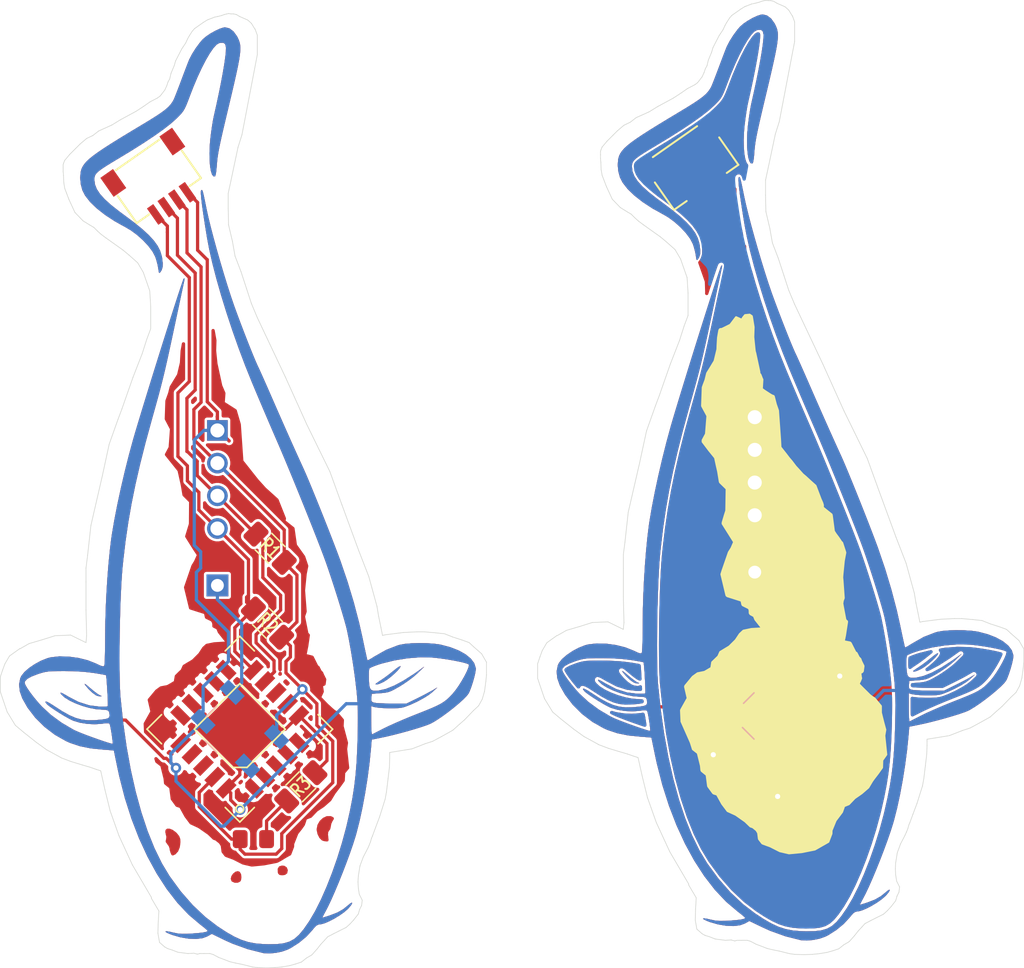
<source format=kicad_pcb>
(kicad_pcb (version 20171130) (host pcbnew "(5.0.2-5)-5")
  (layers (0 F.Cu signal) (31 B.Cu signal) (34 B.Paste user) (35 F.Paste user) (36 B.SilkS user) (37 F.SilkS user) (38 B.Mask user) (39 F.Mask user) (44 Edge.Cuts user))
  (net 0 "")
  (net 1 VCC)
  (net 2 SCL)
  (net 3 GND)
  (net 4 SDA)
  (net 5 "Net-(D1-Pad1)")
  (net 6 NEO_IN)
  (net 7 "Net-(D2-Pad2)")
  (module kicad_custom_lib:tancho_out (layer F.Cu) (at 133.0198 83.2993)
    (fp_text reference J4 hide)
    (fp_text value CONN_02 hide)
    (fp_poly (pts (xy -1.356449 -35.900304) (xy -1.042276 -35.662696) (xy -0.770628 -35.284459) (xy -0.717551 -35.182256) (xy -0.636891 -35.005379) (xy -0.574662 -34.829636) (xy -0.532849 -34.640311) (xy -0.513436 -34.42269) (xy -0.518406 -34.162058) (xy -0.549744 -33.843697) (xy -0.609432 -33.452894) (xy -0.699455 -32.974933) (xy -0.821796 -32.395097) (xy -0.97844 -31.698673) (xy -1.17137 -30.870943) (xy -1.402569 -29.897194) (xy -1.465597 -29.633334) (xy -1.67234 -28.765004) (xy -1.84236 -28.041141) (xy -1.979618 -27.441843) (xy -2.088078 -26.947203) (xy -2.171705 -26.537318) (xy -2.23446 -26.192284) (xy -2.280308 -25.892195) (xy -2.313212 -25.617149) (xy -2.337136 -25.347239) (xy -2.347058 -25.206637) (xy -2.377579 -24.8681) (xy -2.417291 -24.597952) (xy -2.459414 -24.437849) (xy -2.476177 -24.413452) (xy -2.602286 -24.4112) (xy -2.709897 -24.557174) (xy -2.796542 -24.831028) (xy -2.859753 -25.212415) (xy -2.897061 -25.680988) (xy -2.905998 -26.2164) (xy -2.884097 -26.798305) (xy -2.833953 -27.362801) (xy -2.774067 -27.842383) (xy -2.705911 -28.31771) (xy -2.637818 -28.734281) (xy -2.578121 -29.037596) (xy -2.577411 -29.040667) (xy -2.368507 -29.965642) (xy -2.178827 -30.854128) (xy -2.011558 -31.688116) (xy -1.869886 -32.449597) (xy -1.756998 -33.120563) (xy -1.676081 -33.683003) (xy -1.630321 -34.118909) (xy -1.622904 -34.410272) (xy -1.624153 -34.427897) (xy -1.681977 -34.674515) (xy -1.82009 -34.787972) (xy -2.064057 -34.784177) (xy -2.161888 -34.762508) (xy -2.364577 -34.639272) (xy -2.609084 -34.369523) (xy -2.886958 -33.968447) (xy -3.189748 -33.451228) (xy -3.509004 -32.833054) (xy -3.836273 -32.12911) (xy -4.163104 -31.354583) (xy -4.403792 -30.734) (xy -4.581149 -30.263913) (xy -4.720436 -29.917664) (xy -4.842002 -29.660153) (xy -4.9662 -29.456282) (xy -5.113379 -29.270953) (xy -5.303892 -29.069066) (xy -5.459261 -28.913667) (xy -5.894532 -28.523101) (xy -6.477328 -28.068119) (xy -7.200652 -27.553562) (xy -8.057507 -26.98427) (xy -9.040895 -26.365083) (xy -9.863667 -25.867043) (xy -10.456084 -25.511783) (xy -10.917977 -25.227219) (xy -11.265484 -24.99941) (xy -11.514744 -24.814412) (xy -11.681895 -24.658282) (xy -11.783076 -24.517079) (xy -11.834425 -24.376861) (xy -11.852081 -24.223683) (xy -11.853334 -24.148122) (xy -11.808083 -23.784765) (xy -11.665408 -23.418586) (xy -11.414927 -23.03719) (xy -11.046259 -22.628178) (xy -10.54902 -22.179155) (xy -9.912829 -21.677724) (xy -9.578127 -21.43145) (xy -8.794271 -20.847038) (xy -8.150063 -20.325361) (xy -7.633788 -19.853245) (xy -7.233726 -19.417516) (xy -6.938162 -19.005) (xy -6.735378 -18.602523) (xy -6.613656 -18.196911) (xy -6.591299 -18.073313) (xy -6.542945 -17.658705) (xy -6.553089 -17.358191) (xy -6.626994 -17.125119) (xy -6.714065 -16.984465) (xy -6.785127 -16.905043) (xy -6.828697 -16.930225) (xy -6.86111 -17.085) (xy -6.880689 -17.239385) (xy -6.939925 -17.556117) (xy -7.039854 -17.928111) (xy -7.118063 -18.16192) (xy -7.324902 -18.559172) (xy -7.65173 -18.996586) (xy -8.065731 -19.441359) (xy -8.534086 -19.860688) (xy -9.02398 -20.22177) (xy -9.398 -20.440888) (xy -10.256302 -20.916646) (xy -11.016499 -21.414298) (xy -11.664729 -21.92201) (xy -12.187132 -22.42795) (xy -12.569848 -22.920286) (xy -12.777489 -23.325915) (xy -12.903267 -23.797798) (xy -12.949472 -24.291096) (xy -12.913788 -24.743644) (xy -12.839831 -25.000553) (xy -12.74714 -25.187592) (xy -12.620222 -25.375248) (xy -12.447535 -25.571942) (xy -12.217532 -25.786096) (xy -11.918669 -26.02613) (xy -11.539402 -26.300466) (xy -11.068185 -26.617525) (xy -10.493475 -26.985728) (xy -9.803727 -27.413497) (xy -8.987396 -27.909252) (xy -8.226122 -28.366032) (xy -7.575484 -28.759249) (xy -7.055147 -29.085502) (xy -6.646877 -29.359131) (xy -6.332438 -29.594475) (xy -6.093596 -29.805876) (xy -5.912114 -30.007672) (xy -5.769757 -30.214205) (xy -5.686971 -30.362786) (xy -5.627139 -30.499853) (xy -5.520602 -30.765133) (xy -5.379327 -31.127994) (xy -5.215283 -31.557807) (xy -5.091564 -31.886786) (xy -4.916541 -32.352614) (xy -4.754201 -32.780179) (xy -4.617101 -33.13675) (xy -4.517797 -33.389591) (xy -4.478225 -33.485667) (xy -4.259672 -33.908592) (xy -3.96567 -34.373272) (xy -3.645055 -34.806453) (xy -3.441583 -35.04058) (xy -3.181044 -35.267279) (xy -2.840971 -35.498693) (xy -2.467906 -35.709695) (xy -2.108395 -35.875161) (xy -1.808981 -35.969965) (xy -1.695722 -35.983017) (xy -1.356449 -35.900304)) (layer B.Cu) (width 0.01))
    (fp_poly (pts (xy -12.544111 15.047189) (xy -12.367945 15.184989) (xy -12.183552 15.343019) (xy -11.904954 15.575298) (xy -11.649899 15.768726) (xy -11.462139 15.890698) (xy -11.423816 15.909152) (xy -11.293408 15.96833) (xy -11.315434 15.990793) (xy -11.387667 15.994058) (xy -11.601907 15.955377) (xy -11.726334 15.903426) (xy -11.994761 15.711441) (xy -12.28773 15.435015) (xy -12.541868 15.13443) (xy -12.557307 15.113) (xy -12.605933 15.023991) (xy -12.544111 15.047189)) (layer B.Cu) (width 0.01))
    (fp_poly (pts (xy 11.938 13.653229) (xy 11.874547 13.784965) (xy 11.706407 13.984152) (xy 11.466909 14.22013) (xy 11.189382 14.462241) (xy 10.907153 14.679826) (xy 10.653551 14.842224) (xy 10.634223 14.852585) (xy 10.331296 14.995698) (xy 10.110921 15.067253) (xy 9.999238 15.059753) (xy 9.990666 15.037159) (xy 10.056125 14.977938) (xy 10.226684 14.856973) (xy 10.435166 14.719988) (xy 10.727976 14.518455) (xy 11.073829 14.259213) (xy 11.399407 13.99728) (xy 11.408833 13.989333) (xy 11.649624 13.798157) (xy 11.833079 13.675776) (xy 11.929952 13.640765) (xy 11.938 13.653229)) (layer B.Cu) (width 0.01))
    (fp_poly (pts (xy -3.486168 -23.346364) (xy -3.452349 -23.289772) (xy -3.41138 -23.158432) (xy -3.357375 -22.931846) (xy -3.284444 -22.58952) (xy -3.186701 -22.110955) (xy -3.132711 -21.844) (xy -2.994462 -21.216059) (xy -2.80968 -20.461134) (xy -2.587772 -19.612072) (xy -2.338142 -18.701717) (xy -2.070195 -17.762913) (xy -1.793338 -16.828505) (xy -1.516975 -15.931338) (xy -1.250513 -15.104257) (xy -1.003356 -14.380105) (xy -0.962762 -14.266334) (xy -0.738897 -13.653105) (xy -0.4945 -12.999872) (xy -0.240029 -12.333161) (xy 0.014059 -11.679499) (xy 0.257306 -11.065415) (xy 0.479257 -10.517436) (xy 0.669453 -10.062088) (xy 0.817438 -9.725901) (xy 0.872891 -9.609667) (xy 0.953148 -9.439349) (xy 1.089396 -9.139142) (xy 1.270287 -8.734529) (xy 1.484476 -8.250989) (xy 1.720615 -7.714004) (xy 1.909738 -7.281334) (xy 2.481503 -5.974992) (xy 3.026603 -4.739941) (xy 3.535567 -3.597444) (xy 3.998922 -2.568766) (xy 4.407193 -1.675171) (xy 4.410164 -1.668727) (xy 4.570517 -1.307623) (xy 4.780829 -0.813739) (xy 5.030899 -0.212582) (xy 5.310526 0.470342) (xy 5.60951 1.209526) (xy 5.917651 1.979464) (xy 6.224747 2.754649) (xy 6.5206 3.509574) (xy 6.795007 4.218733) (xy 7.037769 4.856618) (xy 7.238686 5.397724) (xy 7.26421 5.467936) (xy 7.810566 7.069024) (xy 8.30055 8.69287) (xy 8.717711 10.282164) (xy 8.975586 11.43) (xy 9.083753 11.948931) (xy 9.18165 12.409079) (xy 9.263816 12.785542) (xy 9.32479 13.053423) (xy 9.359112 13.18782) (xy 9.363424 13.198421) (xy 9.442897 13.171615) (xy 9.626122 13.070839) (xy 9.876323 12.916606) (xy 9.924643 12.885395) (xy 10.82425 12.377843) (xy 11.710688 12.034843) (xy 11.892288 11.984323) (xy 12.282529 11.915424) (xy 12.789526 11.872344) (xy 13.362662 11.855214) (xy 13.951319 11.864166) (xy 14.504881 11.899331) (xy 14.972729 11.960839) (xy 15.050767 11.976147) (xy 15.795307 12.172709) (xy 16.441774 12.424116) (xy 16.976562 12.720888) (xy 17.386061 13.053545) (xy 17.656663 13.412606) (xy 17.77476 13.788591) (xy 17.778919 13.876687) (xy 17.748971 14.117986) (xy 17.670689 14.463267) (xy 17.559585 14.85968) (xy 17.431173 15.254371) (xy 17.300965 15.59449) (xy 17.229608 15.748112) (xy 17.081156 15.948279) (xy 16.818022 16.217581) (xy 16.468115 16.53382) (xy 16.059341 16.874797) (xy 15.61961 17.218313) (xy 15.176828 17.542169) (xy 14.758904 17.824167) (xy 14.393746 18.042108) (xy 14.258953 18.111052) (xy 13.988995 18.220367) (xy 13.589034 18.357435) (xy 13.094119 18.51216) (xy 12.539296 18.674448) (xy 11.959615 18.834204) (xy 11.390122 18.981336) (xy 10.865864 19.105746) (xy 10.625666 19.157512) (xy 9.694333 19.349407) (xy 9.633952 20.067536) (xy 9.521692 21.175702) (xy 9.369795 22.331153) (xy 9.185443 23.493185) (xy 8.975818 24.621088) (xy 8.748102 25.674156) (xy 8.509478 26.611682) (xy 8.431681 26.881666) (xy 8.239691 27.486525) (xy 8.001019 28.176282) (xy 7.728283 28.919361) (xy 7.4341 29.684186) (xy 7.13109 30.439182) (xy 6.83187 31.15277) (xy 6.549059 31.793377) (xy 6.295275 32.329425) (xy 6.122517 32.660166) (xy 5.983415 32.917743) (xy 5.890391 33.106011) (xy 5.861417 33.188317) (xy 5.863063 33.189333) (xy 5.955541 33.165041) (xy 6.163685 33.101362) (xy 6.44185 33.012271) (xy 7.020429 32.789232) (xy 7.485018 32.526078) (xy 7.851564 32.229324) (xy 8.053534 32.061495) (xy 8.159516 32.014581) (xy 8.170941 32.070991) (xy 8.08924 32.213136) (xy 7.915841 32.423425) (xy 7.828307 32.515409) (xy 7.547932 32.758516) (xy 7.187306 33.012407) (xy 6.786564 33.254947) (xy 6.385843 33.463999) (xy 6.025277 33.617427) (xy 5.745003 33.693094) (xy 5.685356 33.697333) (xy 5.525303 33.721742) (xy 5.374641 33.81447) (xy 5.194823 34.004767) (xy 5.063805 34.169014) (xy 4.602446 34.669743) (xy 4.031221 35.140744) (xy 3.4088 35.535869) (xy 3.175 35.654669) (xy 2.744221 35.808618) (xy 2.241837 35.913623) (xy 1.738958 35.959436) (xy 1.306697 35.935807) (xy 1.27 35.929212) (xy 0.067723 35.627204) (xy -1.116433 35.200672) (xy -1.681977 34.946176) (xy -2.728953 34.439178) (xy -3.078977 34.637459) (xy -3.467181 34.776831) (xy -3.966364 34.832916) (xy -4.54155 34.808279) (xy -5.157761 34.705485) (xy -5.780023 34.5271) (xy -6.062858 34.418616) (xy -6.272826 34.316945) (xy -6.32911 34.256645) (xy -6.242926 34.240589) (xy -6.025488 34.271651) (xy -5.745533 34.337326) (xy -5.402387 34.409973) (xy -5.046716 34.442697) (xy -4.616609 34.439461) (xy -4.360334 34.425975) (xy -3.808896 34.385125) (xy -3.415452 34.340471) (xy -3.168672 34.290122) (xy -3.057228 34.23219) (xy -3.048 34.207104) (xy -3.111409 34.1311) (xy -3.280364 33.983467) (xy -3.522957 33.791474) (xy -3.6195 33.718735) (xy -4.528717 32.94849) (xy -5.400035 32.023664) (xy -6.227187 30.95603) (xy -7.003905 29.757358) (xy -7.723922 28.439421) (xy -8.380969 27.01399) (xy -8.968779 25.492838) (xy -9.481083 23.887737) (xy -9.911615 22.210458) (xy -10.025451 21.68749) (xy -10.12383 21.214596) (xy -10.208931 20.802676) (xy -10.275198 20.478866) (xy -10.317071 20.270305) (xy -10.329334 20.203807) (xy -10.407849 20.187339) (xy -10.619273 20.165231) (xy -10.927425 20.140892) (xy -11.156742 20.125838) (xy -12.126726 20.028123) (xy -12.974757 19.856807) (xy -13.734887 19.604134) (xy -14.043792 19.468258) (xy -14.91683 18.973866) (xy -15.725651 18.356996) (xy -16.443421 17.643851) (xy -17.043304 16.860638) (xy -17.447535 16.144515) (xy -17.64452 15.585904) (xy -17.697776 15.059922) (xy -17.673373 14.934018) (xy -17.272 14.934018) (xy -17.21782 15.095881) (xy -17.06905 15.353386) (xy -16.846347 15.678107) (xy -16.570366 16.041621) (xy -16.261764 16.415504) (xy -15.941196 16.771332) (xy -15.922566 16.790927) (xy -15.228488 17.430078) (xy -14.413715 18.029284) (xy -13.526815 18.553451) (xy -13.377334 18.630081) (xy -13.150154 18.732881) (xy -12.827372 18.864331) (xy -12.439356 19.013646) (xy -12.016475 19.170042) (xy -11.589095 19.322733) (xy -11.187585 19.460936) (xy -10.842312 19.573866) (xy -10.583645 19.650738) (xy -10.441951 19.680767) (xy -10.425706 19.678297) (xy -10.423468 19.58856) (xy -10.443805 19.371665) (xy -10.482614 19.06767) (xy -10.502034 18.933057) (xy -10.557279 18.594572) (xy -10.611557 18.317272) (xy -10.655661 18.146507) (xy -10.667026 18.120243) (xy -10.758779 18.073853) (xy -10.964802 18.073805) (xy -11.280909 18.115137) (xy -11.817711 18.154524) (xy -12.410866 18.122997) (xy -12.990282 18.028583) (xy -13.485863 17.879312) (xy -13.540391 17.856333) (xy -13.807956 17.723143) (xy -14.146626 17.532414) (xy -14.517802 17.308539) (xy -14.882884 17.075905) (xy -15.203273 16.858904) (xy -15.44037 16.681924) (xy -15.535305 16.595803) (xy -15.651854 16.442167) (xy -15.640528 16.385347) (xy -15.510636 16.422885) (xy -15.271486 16.552325) (xy -14.971719 16.744563) (xy -14.334799 17.155175) (xy -13.787901 17.460324) (xy -13.298105 17.670987) (xy -12.832485 17.798139) (xy -12.358121 17.852758) (xy -11.842088 17.84582) (xy -11.699567 17.835496) (xy -11.261867 17.794382) (xy -10.966655 17.749928) (xy -10.78719 17.692938) (xy -10.696729 17.614213) (xy -10.668528 17.504557) (xy -10.668 17.480716) (xy -10.688144 17.236145) (xy -10.772017 17.095946) (xy -10.954782 17.032458) (xy -11.256182 17.018) (xy -11.739385 16.98054) (xy -12.268205 16.876991) (xy -12.809093 16.720599) (xy -13.328497 16.524608) (xy -13.792866 16.302264) (xy -14.168648 16.066812) (xy -14.422293 15.831499) (xy -14.4793 15.745572) (xy -14.465376 15.700076) (xy -14.320338 15.754958) (xy -14.042519 15.910942) (xy -13.900347 15.997769) (xy -13.073693 16.426758) (xy -12.243858 16.691839) (xy -11.45834 16.789558) (xy -11.154727 16.792162) (xy -10.923403 16.783308) (xy -10.810794 16.764899) (xy -10.808143 16.762913) (xy -10.800047 16.670568) (xy -10.802739 16.446784) (xy -10.814097 16.128964) (xy -10.831996 15.754512) (xy -10.854314 15.360828) (xy -10.878927 14.985315) (xy -10.903712 14.665377) (xy -10.926547 14.438414) (xy -10.945308 14.34183) (xy -10.945595 14.341516) (xy -11.033861 14.319171) (xy -11.254648 14.277159) (xy -11.573148 14.221806) (xy -11.898466 14.168386) (xy -12.67438 14.076931) (xy -13.583079 14.027957) (xy -14.181667 14.01982) (xy -14.705915 14.022) (xy -15.100239 14.031328) (xy -15.404028 14.052293) (xy -15.65667 14.089383) (xy -15.897553 14.147087) (xy -16.166067 14.229895) (xy -16.240218 14.254409) (xy -16.73979 14.446435) (xy -17.073651 14.63544) (xy -17.245337 14.823754) (xy -17.272 14.934018) (xy -17.673373 14.934018) (xy -17.606383 14.588398) (xy -17.520709 14.404861) (xy -17.280429 14.099823) (xy -16.916921 13.783305) (xy -16.471958 13.481887) (xy -15.987313 13.222149) (xy -15.504758 13.030673) (xy -15.257 12.964431) (xy -14.596168 12.886653) (xy -13.856031 12.903677) (xy -13.092075 13.007813) (xy -12.359785 13.191367) (xy -11.714649 13.446649) (xy -11.690218 13.458861) (xy -11.394754 13.59928) (xy -11.212464 13.659964) (xy -11.111811 13.649112) (xy -11.08088 13.617317) (xy -11.061812 13.505407) (xy -11.044559 13.247515) (xy -11.029834 12.866988) (xy -11.01835 12.387173) (xy -11.010821 11.831418) (xy -11.007964 11.230952) (xy -10.995457 10.174483) (xy -10.960706 9.053266) (xy -10.906129 7.903804) (xy -10.834146 6.762601) (xy -10.747178 5.666161) (xy -10.647644 4.650986) (xy -10.537964 3.753581) (xy -10.490754 3.429) (xy -10.304753 2.330967) (xy -10.069226 1.119402) (xy -9.79443 -0.160801) (xy -9.490619 -1.464744) (xy -9.168051 -2.747531) (xy -8.836981 -3.964266) (xy -8.672702 -4.529667) (xy -8.458429 -5.24489) (xy -8.220483 -6.030605) (xy -7.963419 -6.872376) (xy -7.691794 -7.755768) (xy -7.410166 -8.666343) (xy -7.123089 -9.589666) (xy -6.83512 -10.5113) (xy -6.550816 -11.41681) (xy -6.274733 -12.29176) (xy -6.011427 -13.121712) (xy -5.765455 -13.892232) (xy -5.541373 -14.588882) (xy -5.343737 -15.197227) (xy -5.177104 -15.702831) (xy -5.04603 -16.091257) (xy -4.955071 -16.34807) (xy -4.908784 -16.458833) (xy -4.906842 -16.461268) (xy -4.847474 -16.486162) (xy -4.854982 -16.367339) (xy -4.860626 -16.340667) (xy -4.887943 -16.213932) (xy -4.946523 -15.940248) (xy -5.032381 -15.538292) (xy -5.141534 -15.026741) (xy -5.269997 -14.424269) (xy -5.413786 -13.749555) (xy -5.568916 -13.021273) (xy -5.637327 -12.7) (xy -5.839573 -11.752519) (xy -6.014001 -10.943166) (xy -6.16735 -10.244297) (xy -6.30636 -9.628272) (xy -6.437771 -9.067448) (xy -6.568321 -8.534184) (xy -6.70475 -8.000836) (xy -6.853798 -7.439764) (xy -7.022204 -6.823324) (xy -7.216708 -6.123875) (xy -7.399899 -5.470786) (xy -7.884256 -3.694687) (xy -8.30248 -2.041917) (xy -8.660491 -0.48257) (xy -8.964213 1.013264) (xy -9.219567 2.475492) (xy -9.432473 3.934023) (xy -9.608855 5.418764) (xy -9.664898 5.969) (xy -9.716911 6.599271) (xy -9.763386 7.353323) (xy -9.803909 8.205018) (xy -9.838065 9.128217) (xy -9.86544 10.096782) (xy -9.885619 11.084574) (xy -9.898187 12.065454) (xy -9.902729 13.013284) (xy -9.898832 13.901926) (xy -9.886079 14.705241) (xy -9.864058 15.39709) (xy -9.832352 15.951335) (xy -9.824728 16.044333) (xy -9.616912 18.023096) (xy -9.348012 19.918292) (xy -9.020824 21.71972) (xy -8.638144 23.417178) (xy -8.202768 25.000464) (xy -7.717492 26.459377) (xy -7.185112 27.783714) (xy -6.608423 28.963275) (xy -6.01244 29.954859) (xy -5.13761 31.149397) (xy -4.204302 32.214784) (xy -3.225179 33.137763) (xy -2.286 33.855739) (xy -1.599858 34.304465) (xy -0.99994 34.648936) (xy -0.450018 34.901852) (xy 0.086135 35.075915) (xy 0.64475 35.183825) (xy 1.262054 35.238283) (xy 1.693333 35.250814) (xy 2.335545 35.239857) (xy 2.862767 35.177984) (xy 3.304612 35.048112) (xy 3.690688 34.833159) (xy 4.050608 34.51604) (xy 4.41398 34.079673) (xy 4.810417 33.506974) (xy 4.867131 33.419757) (xy 5.304825 32.674292) (xy 5.749479 31.7881) (xy 6.190378 30.788862) (xy 6.616806 29.70426) (xy 7.018047 28.561974) (xy 7.383386 27.389686) (xy 7.702108 26.215076) (xy 7.780627 25.893366) (xy 8.008667 24.881554) (xy 8.191852 23.938572) (xy 8.335217 23.023104) (xy 8.443793 22.093833) (xy 8.522615 21.109442) (xy 8.576715 20.028615) (xy 8.60398 19.134666) (xy 8.619966 18.340743) (xy 8.625519 17.679238) (xy 8.619748 17.113504) (xy 8.601762 16.606894) (xy 8.57067 16.122762) (xy 8.525582 15.624462) (xy 8.516526 15.536333) (xy 8.404845 14.588223) (xy 8.395985 14.524876) (xy 9.468225 14.524876) (xy 9.471116 14.645615) (xy 9.495184 15.063845) (xy 9.550458 15.338398) (xy 9.658157 15.494636) (xy 9.839499 15.557923) (xy 10.115704 15.55362) (xy 10.221707 15.542775) (xy 10.786197 15.418208) (xy 11.43316 15.16126) (xy 12.166691 14.769904) (xy 12.990887 14.242111) (xy 13.335 14.000847) (xy 13.758333 13.697561) (xy 13.237195 14.205116) (xy 12.932685 14.470549) (xy 12.539841 14.769443) (xy 12.120198 15.056432) (xy 11.886735 15.200753) (xy 11.512982 15.416431) (xy 11.234447 15.559988) (xy 11.002566 15.648742) (xy 10.768773 15.700015) (xy 10.484503 15.731127) (xy 10.375873 15.739584) (xy 9.694333 15.790333) (xy 9.668225 16.10498) (xy 9.665603 16.317884) (xy 9.727759 16.424995) (xy 9.879892 16.484657) (xy 10.051982 16.509053) (xy 10.353387 16.529486) (xy 10.744101 16.544036) (xy 11.184117 16.550779) (xy 11.260666 16.55101) (xy 12.403666 16.552333) (xy 13.208 16.157361) (xy 13.592346 15.964936) (xy 13.964774 15.772142) (xy 14.270451 15.60764) (xy 14.393333 15.537794) (xy 14.774333 15.3132) (xy 14.395107 15.665146) (xy 14.099397 15.893076) (xy 13.6921 16.145374) (xy 13.223362 16.396236) (xy 12.743328 16.619862) (xy 12.302143 16.790448) (xy 12.081937 16.855383) (xy 11.808491 16.894017) (xy 11.423735 16.912399) (xy 10.982398 16.911822) (xy 10.539209 16.893578) (xy 10.148896 16.858962) (xy 9.866187 16.809265) (xy 9.8425 16.802474) (xy 9.652 16.74425) (xy 9.652 17.861847) (xy 9.656489 18.27149) (xy 9.668787 18.60922) (xy 9.687135 18.844915) (xy 9.709777 18.948452) (xy 9.7155 18.950364) (xy 9.812003 18.90231) (xy 10.026823 18.793437) (xy 10.3276 18.640194) (xy 10.661688 18.469415) (xy 11.029929 18.291215) (xy 11.512568 18.072777) (xy 12.065434 17.833269) (xy 12.644354 17.591859) (xy 13.159355 17.385593) (xy 13.808719 17.12906) (xy 14.323698 16.917404) (xy 14.728738 16.736791) (xy 15.048284 16.573388) (xy 15.306782 16.413359) (xy 15.528676 16.242873) (xy 15.738411 16.048093) (xy 15.960434 15.815188) (xy 15.988672 15.784447) (xy 16.216854 15.505777) (xy 16.458784 15.161148) (xy 16.696731 14.782434) (xy 16.91296 14.401505) (xy 17.089738 14.050236) (xy 17.209331 13.760498) (xy 17.254006 13.564164) (xy 17.247878 13.521262) (xy 17.149179 13.460934) (xy 16.912419 13.386221) (xy 16.567661 13.30293) (xy 16.144969 13.216871) (xy 15.674406 13.13385) (xy 15.186035 13.059676) (xy 14.709921 13.000157) (xy 14.393333 12.96978) (xy 13.484645 12.950741) (xy 12.495365 13.026322) (xy 11.480223 13.189349) (xy 10.49395 13.432649) (xy 10.22438 13.516144) (xy 9.911512 13.626986) (xy 9.663275 13.7318) (xy 9.522714 13.8119) (xy 9.508863 13.826775) (xy 9.483818 13.951765) (xy 9.469564 14.199816) (xy 9.468225 14.524876) (xy 8.395985 14.524876) (xy 8.26232 13.569208) (xy 8.098867 12.542296) (xy 7.924401 11.570496) (xy 7.781725 10.866573) (xy 7.699796 10.533135) (xy 7.571495 10.068236) (xy 7.405717 9.500475) (xy 7.211362 8.858451) (xy 6.997325 8.170763) (xy 6.772505 7.466008) (xy 6.545799 6.772785) (xy 6.326105 6.119694) (xy 6.12845 5.552527) (xy 5.952468 5.072766) (xy 5.719935 4.460592) (xy 5.440331 3.739517) (xy 5.123138 2.933056) (xy 4.777838 2.064723) (xy 4.413913 1.15803) (xy 4.040844 0.236492) (xy 3.668112 -0.676378) (xy 3.305199 -1.557066) (xy 2.961588 -2.382058) (xy 2.646758 -3.12784) (xy 2.370192 -3.7709) (xy 2.353147 -3.81) (xy 2.028483 -4.55824) (xy 1.665106 -5.402794) (xy 1.286145 -6.28944) (xy 0.914728 -7.16396) (xy 0.573982 -7.972134) (xy 0.38464 -8.424809) (xy -0.13711 -9.721987) (xy -0.643998 -11.068677) (xy -1.128123 -12.439434) (xy -1.581587 -13.808814) (xy -1.99649 -15.151374) (xy -2.364932 -16.44167) (xy -2.679013 -17.654259) (xy -2.930833 -18.763695) (xy -3.093466 -19.627256) (xy -3.252864 -20.609743) (xy -3.381052 -21.446576) (xy -3.477575 -22.134132) (xy -3.541981 -22.668789) (xy -3.573815 -23.046924) (xy -3.572623 -23.264916) (xy -3.555909 -23.317292) (xy -3.518726 -23.348706) (xy -3.486168 -23.346364)) (layer B.Cu) (width 0.01))
    (fp_poly (pts (xy 11.938 13.653229) (xy 11.874547 13.784965) (xy 11.706407 13.984152) (xy 11.466909 14.22013) (xy 11.189382 14.462241) (xy 10.907153 14.679826) (xy 10.653551 14.842224) (xy 10.634223 14.852585) (xy 10.331296 14.995698) (xy 10.110921 15.067253) (xy 9.999238 15.059753) (xy 9.990666 15.037159) (xy 10.056125 14.977938) (xy 10.226684 14.856973) (xy 10.435166 14.719988) (xy 10.727976 14.518455) (xy 11.073829 14.259213) (xy 11.399407 13.99728) (xy 11.408833 13.989333) (xy 11.649624 13.798157) (xy 11.833079 13.675776) (xy 11.929952 13.640765) (xy 11.938 13.653229)) (layer F.Cu) (width 0.01))
    (fp_poly (pts (xy -12.544111 15.047189) (xy -12.367945 15.184989) (xy -12.183552 15.343019) (xy -11.904954 15.575298) (xy -11.649899 15.768726) (xy -11.462139 15.890698) (xy -11.423816 15.909152) (xy -11.293408 15.96833) (xy -11.315434 15.990793) (xy -11.387667 15.994058) (xy -11.601907 15.955377) (xy -11.726334 15.903426) (xy -11.994761 15.711441) (xy -12.28773 15.435015) (xy -12.541868 15.13443) (xy -12.557307 15.113) (xy -12.605933 15.023991) (xy -12.544111 15.047189)) (layer F.Cu) (width 0.01))
    (fp_poly (pts (xy -1.356449 -35.900304) (xy -1.042276 -35.662696) (xy -0.770628 -35.284459) (xy -0.717551 -35.182256) (xy -0.636891 -35.005379) (xy -0.574662 -34.829636) (xy -0.532849 -34.640311) (xy -0.513436 -34.42269) (xy -0.518406 -34.162058) (xy -0.549744 -33.843697) (xy -0.609432 -33.452894) (xy -0.699455 -32.974933) (xy -0.821796 -32.395097) (xy -0.97844 -31.698673) (xy -1.17137 -30.870943) (xy -1.402569 -29.897194) (xy -1.465597 -29.633334) (xy -1.67234 -28.765004) (xy -1.84236 -28.041141) (xy -1.979618 -27.441843) (xy -2.088078 -26.947203) (xy -2.171705 -26.537318) (xy -2.23446 -26.192284) (xy -2.280308 -25.892195) (xy -2.313212 -25.617149) (xy -2.337136 -25.347239) (xy -2.347058 -25.206637) (xy -2.377579 -24.8681) (xy -2.417291 -24.597952) (xy -2.459414 -24.437849) (xy -2.476177 -24.413452) (xy -2.602286 -24.4112) (xy -2.709897 -24.557174) (xy -2.796542 -24.831028) (xy -2.859753 -25.212415) (xy -2.897061 -25.680988) (xy -2.905998 -26.2164) (xy -2.884097 -26.798305) (xy -2.833953 -27.362801) (xy -2.774067 -27.842383) (xy -2.705911 -28.31771) (xy -2.637818 -28.734281) (xy -2.578121 -29.037596) (xy -2.577411 -29.040667) (xy -2.368507 -29.965642) (xy -2.178827 -30.854128) (xy -2.011558 -31.688116) (xy -1.869886 -32.449597) (xy -1.756998 -33.120563) (xy -1.676081 -33.683003) (xy -1.630321 -34.118909) (xy -1.622904 -34.410272) (xy -1.624153 -34.427897) (xy -1.681977 -34.674515) (xy -1.82009 -34.787972) (xy -2.064057 -34.784177) (xy -2.161888 -34.762508) (xy -2.364577 -34.639272) (xy -2.609084 -34.369523) (xy -2.886958 -33.968447) (xy -3.189748 -33.451228) (xy -3.509004 -32.833054) (xy -3.836273 -32.12911) (xy -4.163104 -31.354583) (xy -4.403792 -30.734) (xy -4.581149 -30.263913) (xy -4.720436 -29.917664) (xy -4.842002 -29.660153) (xy -4.9662 -29.456282) (xy -5.113379 -29.270953) (xy -5.303892 -29.069066) (xy -5.459261 -28.913667) (xy -5.894532 -28.523101) (xy -6.477328 -28.068119) (xy -7.200652 -27.553562) (xy -8.057507 -26.98427) (xy -9.040895 -26.365083) (xy -9.863667 -25.867043) (xy -10.456084 -25.511783) (xy -10.917977 -25.227219) (xy -11.265484 -24.99941) (xy -11.514744 -24.814412) (xy -11.681895 -24.658282) (xy -11.783076 -24.517079) (xy -11.834425 -24.376861) (xy -11.852081 -24.223683) (xy -11.853334 -24.148122) (xy -11.808083 -23.784765) (xy -11.665408 -23.418586) (xy -11.414927 -23.03719) (xy -11.046259 -22.628178) (xy -10.54902 -22.179155) (xy -9.912829 -21.677724) (xy -9.578127 -21.43145) (xy -8.794271 -20.847038) (xy -8.150063 -20.325361) (xy -7.633788 -19.853245) (xy -7.233726 -19.417516) (xy -6.938162 -19.005) (xy -6.735378 -18.602523) (xy -6.613656 -18.196911) (xy -6.591299 -18.073313) (xy -6.542945 -17.658705) (xy -6.553089 -17.358191) (xy -6.626994 -17.125119) (xy -6.714065 -16.984465) (xy -6.785127 -16.905043) (xy -6.828697 -16.930225) (xy -6.86111 -17.085) (xy -6.880689 -17.239385) (xy -6.939925 -17.556117) (xy -7.039854 -17.928111) (xy -7.118063 -18.16192) (xy -7.324902 -18.559172) (xy -7.65173 -18.996586) (xy -8.065731 -19.441359) (xy -8.534086 -19.860688) (xy -9.02398 -20.22177) (xy -9.398 -20.440888) (xy -10.256302 -20.916646) (xy -11.016499 -21.414298) (xy -11.664729 -21.92201) (xy -12.187132 -22.42795) (xy -12.569848 -22.920286) (xy -12.777489 -23.325915) (xy -12.903267 -23.797798) (xy -12.949472 -24.291096) (xy -12.913788 -24.743644) (xy -12.839831 -25.000553) (xy -12.74714 -25.187592) (xy -12.620222 -25.375248) (xy -12.447535 -25.571942) (xy -12.217532 -25.786096) (xy -11.918669 -26.02613) (xy -11.539402 -26.300466) (xy -11.068185 -26.617525) (xy -10.493475 -26.985728) (xy -9.803727 -27.413497) (xy -8.987396 -27.909252) (xy -8.226122 -28.366032) (xy -7.575484 -28.759249) (xy -7.055147 -29.085502) (xy -6.646877 -29.359131) (xy -6.332438 -29.594475) (xy -6.093596 -29.805876) (xy -5.912114 -30.007672) (xy -5.769757 -30.214205) (xy -5.686971 -30.362786) (xy -5.627139 -30.499853) (xy -5.520602 -30.765133) (xy -5.379327 -31.127994) (xy -5.215283 -31.557807) (xy -5.091564 -31.886786) (xy -4.916541 -32.352614) (xy -4.754201 -32.780179) (xy -4.617101 -33.13675) (xy -4.517797 -33.389591) (xy -4.478225 -33.485667) (xy -4.259672 -33.908592) (xy -3.96567 -34.373272) (xy -3.645055 -34.806453) (xy -3.441583 -35.04058) (xy -3.181044 -35.267279) (xy -2.840971 -35.498693) (xy -2.467906 -35.709695) (xy -2.108395 -35.875161) (xy -1.808981 -35.969965) (xy -1.695722 -35.983017) (xy -1.356449 -35.900304)) (layer F.Cu) (width 0.01))
    (fp_poly (pts (xy 6.557616 25.313793) (xy 6.727974 25.402348) (xy 6.753316 25.51211) (xy 6.64441 25.690331) (xy 6.64364 25.691348) (xy 6.546882 25.904341) (xy 6.519333 26.083148) (xy 6.473358 26.29439) (xy 6.389102 26.418681) (xy 6.307674 26.543033) (xy 6.296813 26.751649) (xy 6.314049 26.894715) (xy 6.341121 27.122631) (xy 6.319351 27.229145) (xy 6.230856 27.259334) (xy 6.169113 27.260092) (xy 5.942921 27.221389) (xy 5.820831 27.171217) (xy 5.632811 26.982037) (xy 5.488761 26.692206) (xy 5.420695 26.369986) (xy 5.418983 26.314371) (xy 5.484783 25.972484) (xy 5.658744 25.669566) (xy 5.906901 25.435463) (xy 6.195287 25.300023) (xy 6.489939 25.293093) (xy 6.557616 25.313793)) (layer F.Cu) (width 0.01))
    (fp_poly (pts (xy -6.004213 26.272469) (xy -5.760379 26.371201) (xy -5.510374 26.555689) (xy -5.439834 26.626194) (xy -5.258185 26.855886) (xy -5.178928 27.079399) (xy -5.164667 27.307961) (xy -5.213793 27.703196) (xy -5.347863 28.034043) (xy -5.546914 28.254333) (xy -5.583311 28.276156) (xy -5.756369 28.351604) (xy -5.851702 28.311908) (xy -5.928763 28.146154) (xy -5.991748 27.931765) (xy -6.011334 27.791778) (xy -6.066088 27.634614) (xy -6.188813 27.465662) (xy -6.307545 27.291184) (xy -6.290258 27.141234) (xy -6.285042 27.131557) (xy -6.251602 26.905757) (xy -6.290746 26.756004) (xy -6.336194 26.535789) (xy -6.320213 26.375829) (xy -6.203587 26.270382) (xy -6.004213 26.272469)) (layer F.Cu) (width 0.01))
    (fp_poly (pts (xy 2.911072 29.157609) (xy 3.094554 29.279027) (xy 3.175025 29.48819) (xy 3.129544 29.723635) (xy 3.12534 29.731688) (xy 2.967188 29.857604) (xy 2.7503 29.887333) (xy 2.540626 29.864198) (xy 2.437864 29.7707) (xy 2.405482 29.675855) (xy 2.391496 29.387536) (xy 2.505677 29.201118) (xy 2.731127 29.133923) (xy 2.911072 29.157609)) (layer F.Cu) (width 0.01))
    (fp_poly (pts (xy -0.558412 29.626628) (xy -0.45902 29.800213) (xy -0.426506 30.045869) (xy -0.464661 30.278524) (xy -0.524934 30.3784) (xy -0.71413 30.466152) (xy -0.954872 30.465282) (xy -1.157205 30.379912) (xy -1.189532 30.347941) (xy -1.253821 30.163186) (xy -1.203672 29.954493) (xy -1.072789 29.760382) (xy -0.894878 29.619375) (xy -0.703643 29.569993) (xy -0.558412 29.626628)) (layer F.Cu) (width 0.01))
    (fp_poly (pts (xy -3.486168 -23.346364) (xy -3.452349 -23.289772) (xy -3.41138 -23.158432) (xy -3.357375 -22.931846) (xy -3.284444 -22.58952) (xy -3.186701 -22.110955) (xy -3.132711 -21.844) (xy -2.994462 -21.216059) (xy -2.80968 -20.461134) (xy -2.587772 -19.612072) (xy -2.338142 -18.701717) (xy -2.070195 -17.762913) (xy -1.793338 -16.828505) (xy -1.516975 -15.931338) (xy -1.250513 -15.104257) (xy -1.003356 -14.380105) (xy -0.962762 -14.266334) (xy -0.738897 -13.653105) (xy -0.4945 -12.999872) (xy -0.240029 -12.333161) (xy 0.014059 -11.679499) (xy 0.257306 -11.065415) (xy 0.479257 -10.517436) (xy 0.669453 -10.062088) (xy 0.817438 -9.725901) (xy 0.872891 -9.609667) (xy 0.953148 -9.439349) (xy 1.089396 -9.139142) (xy 1.270287 -8.734529) (xy 1.484476 -8.250989) (xy 1.720615 -7.714004) (xy 1.909738 -7.281334) (xy 2.481503 -5.974992) (xy 3.026603 -4.739941) (xy 3.535567 -3.597444) (xy 3.998922 -2.568766) (xy 4.407193 -1.675171) (xy 4.410164 -1.668727) (xy 4.570517 -1.307623) (xy 4.780829 -0.813739) (xy 5.030899 -0.212582) (xy 5.310526 0.470342) (xy 5.60951 1.209526) (xy 5.917651 1.979464) (xy 6.224747 2.754649) (xy 6.5206 3.509574) (xy 6.795007 4.218733) (xy 7.037769 4.856618) (xy 7.238686 5.397724) (xy 7.26421 5.467936) (xy 7.810566 7.069024) (xy 8.30055 8.69287) (xy 8.717711 10.282164) (xy 8.975586 11.43) (xy 9.083753 11.948931) (xy 9.18165 12.409079) (xy 9.263816 12.785542) (xy 9.32479 13.053423) (xy 9.359112 13.18782) (xy 9.363424 13.198421) (xy 9.442897 13.171615) (xy 9.626122 13.070839) (xy 9.876323 12.916606) (xy 9.924643 12.885395) (xy 10.82425 12.377843) (xy 11.710688 12.034843) (xy 11.892288 11.984323) (xy 12.282529 11.915424) (xy 12.789526 11.872344) (xy 13.362662 11.855214) (xy 13.951319 11.864166) (xy 14.504881 11.899331) (xy 14.972729 11.960839) (xy 15.050767 11.976147) (xy 15.795307 12.172709) (xy 16.441774 12.424116) (xy 16.976562 12.720888) (xy 17.386061 13.053545) (xy 17.656663 13.412606) (xy 17.77476 13.788591) (xy 17.778919 13.876687) (xy 17.748971 14.117986) (xy 17.670689 14.463267) (xy 17.559585 14.85968) (xy 17.431173 15.254371) (xy 17.300965 15.59449) (xy 17.229608 15.748112) (xy 17.081156 15.948279) (xy 16.818022 16.217581) (xy 16.468115 16.53382) (xy 16.059341 16.874797) (xy 15.61961 17.218313) (xy 15.176828 17.542169) (xy 14.758904 17.824167) (xy 14.393746 18.042108) (xy 14.258953 18.111052) (xy 13.988995 18.220367) (xy 13.589034 18.357435) (xy 13.094119 18.51216) (xy 12.539296 18.674448) (xy 11.959615 18.834204) (xy 11.390122 18.981336) (xy 10.865864 19.105746) (xy 10.625666 19.157512) (xy 9.694333 19.349407) (xy 9.633952 20.067536) (xy 9.521692 21.175702) (xy 9.369795 22.331153) (xy 9.185443 23.493185) (xy 8.975818 24.621088) (xy 8.748102 25.674156) (xy 8.509478 26.611682) (xy 8.431681 26.881666) (xy 8.239691 27.486525) (xy 8.001019 28.176282) (xy 7.728283 28.919361) (xy 7.4341 29.684186) (xy 7.13109 30.439182) (xy 6.83187 31.15277) (xy 6.549059 31.793377) (xy 6.295275 32.329425) (xy 6.122517 32.660166) (xy 5.983415 32.917743) (xy 5.890391 33.106011) (xy 5.861417 33.188317) (xy 5.863063 33.189333) (xy 5.955541 33.165041) (xy 6.163685 33.101362) (xy 6.44185 33.012271) (xy 7.020429 32.789232) (xy 7.485018 32.526078) (xy 7.851564 32.229324) (xy 8.053534 32.061495) (xy 8.159516 32.014581) (xy 8.170941 32.070991) (xy 8.08924 32.213136) (xy 7.915841 32.423425) (xy 7.828307 32.515409) (xy 7.547932 32.758516) (xy 7.187306 33.012407) (xy 6.786564 33.254947) (xy 6.385843 33.463999) (xy 6.025277 33.617427) (xy 5.745003 33.693094) (xy 5.685356 33.697333) (xy 5.525303 33.721742) (xy 5.374641 33.81447) (xy 5.194823 34.004767) (xy 5.063805 34.169014) (xy 4.602446 34.669743) (xy 4.031221 35.140744) (xy 3.4088 35.535869) (xy 3.175 35.654669) (xy 2.744221 35.808618) (xy 2.241837 35.913623) (xy 1.738958 35.959436) (xy 1.306697 35.935807) (xy 1.27 35.929212) (xy 0.067723 35.627204) (xy -1.116433 35.200672) (xy -1.681977 34.946176) (xy -2.728953 34.439178) (xy -3.078977 34.637459) (xy -3.467181 34.776831) (xy -3.966364 34.832916) (xy -4.54155 34.808279) (xy -5.157761 34.705485) (xy -5.780023 34.5271) (xy -6.062858 34.418616) (xy -6.272826 34.316945) (xy -6.32911 34.256645) (xy -6.242926 34.240589) (xy -6.025488 34.271651) (xy -5.745533 34.337326) (xy -5.402387 34.409973) (xy -5.046716 34.442697) (xy -4.616609 34.439461) (xy -4.360334 34.425975) (xy -3.808896 34.385125) (xy -3.415452 34.340471) (xy -3.168672 34.290122) (xy -3.057228 34.23219) (xy -3.048 34.207104) (xy -3.111409 34.1311) (xy -3.280364 33.983467) (xy -3.522957 33.791474) (xy -3.6195 33.718735) (xy -4.528717 32.94849) (xy -5.400035 32.023664) (xy -6.227187 30.95603) (xy -7.003905 29.757358) (xy -7.723922 28.439421) (xy -8.380969 27.01399) (xy -8.968779 25.492838) (xy -9.481083 23.887737) (xy -9.911615 22.210458) (xy -10.025451 21.68749) (xy -10.12383 21.214596) (xy -10.208931 20.802676) (xy -10.275198 20.478866) (xy -10.317071 20.270305) (xy -10.329334 20.203807) (xy -10.407849 20.187339) (xy -10.619273 20.165231) (xy -10.927425 20.140892) (xy -11.156742 20.125838) (xy -12.126726 20.028123) (xy -12.974757 19.856807) (xy -13.734887 19.604134) (xy -14.043792 19.468258) (xy -14.91683 18.973866) (xy -15.725651 18.356996) (xy -16.443421 17.643851) (xy -17.043304 16.860638) (xy -17.447535 16.144515) (xy -17.64452 15.585904) (xy -17.697776 15.059922) (xy -17.673373 14.934018) (xy -17.272 14.934018) (xy -17.21782 15.095881) (xy -17.06905 15.353386) (xy -16.846347 15.678107) (xy -16.570366 16.041621) (xy -16.261764 16.415504) (xy -15.941196 16.771332) (xy -15.922566 16.790927) (xy -15.228488 17.430078) (xy -14.413715 18.029284) (xy -13.526815 18.553451) (xy -13.377334 18.630081) (xy -13.150154 18.732881) (xy -12.827372 18.864331) (xy -12.439356 19.013646) (xy -12.016475 19.170042) (xy -11.589095 19.322733) (xy -11.187585 19.460936) (xy -10.842312 19.573866) (xy -10.583645 19.650738) (xy -10.441951 19.680767) (xy -10.425706 19.678297) (xy -10.423468 19.58856) (xy -10.443805 19.371665) (xy -10.482614 19.06767) (xy -10.502034 18.933057) (xy -10.557279 18.594572) (xy -10.611557 18.317272) (xy -10.655661 18.146507) (xy -10.667026 18.120243) (xy -10.758779 18.073853) (xy -10.964802 18.073805) (xy -11.280909 18.115137) (xy -11.817711 18.154524) (xy -12.410866 18.122997) (xy -12.990282 18.028583) (xy -13.485863 17.879312) (xy -13.540391 17.856333) (xy -13.807956 17.723143) (xy -14.146626 17.532414) (xy -14.517802 17.308539) (xy -14.882884 17.075905) (xy -15.203273 16.858904) (xy -15.44037 16.681924) (xy -15.535305 16.595803) (xy -15.651854 16.442167) (xy -15.640528 16.385347) (xy -15.510636 16.422885) (xy -15.271486 16.552325) (xy -14.971719 16.744563) (xy -14.334799 17.155175) (xy -13.787901 17.460324) (xy -13.298105 17.670987) (xy -12.832485 17.798139) (xy -12.358121 17.852758) (xy -11.842088 17.84582) (xy -11.699567 17.835496) (xy -11.261867 17.794382) (xy -10.966655 17.749928) (xy -10.78719 17.692938) (xy -10.696729 17.614213) (xy -10.668528 17.504557) (xy -10.668 17.480716) (xy -10.688144 17.236145) (xy -10.772017 17.095946) (xy -10.954782 17.032458) (xy -11.256182 17.018) (xy -11.739385 16.98054) (xy -12.268205 16.876991) (xy -12.809093 16.720599) (xy -13.328497 16.524608) (xy -13.792866 16.302264) (xy -14.168648 16.066812) (xy -14.422293 15.831499) (xy -14.4793 15.745572) (xy -14.465376 15.700076) (xy -14.320338 15.754958) (xy -14.042519 15.910942) (xy -13.900347 15.997769) (xy -13.073693 16.426758) (xy -12.243858 16.691839) (xy -11.45834 16.789558) (xy -11.154727 16.792162) (xy -10.923403 16.783308) (xy -10.810794 16.764899) (xy -10.808143 16.762913) (xy -10.800047 16.670568) (xy -10.802739 16.446784) (xy -10.814097 16.128964) (xy -10.831996 15.754512) (xy -10.854314 15.360828) (xy -10.878927 14.985315) (xy -10.903712 14.665377) (xy -10.926547 14.438414) (xy -10.945308 14.34183) (xy -10.945595 14.341516) (xy -11.033861 14.319171) (xy -11.254648 14.277159) (xy -11.573148 14.221806) (xy -11.898466 14.168386) (xy -12.67438 14.076931) (xy -13.583079 14.027957) (xy -14.181667 14.01982) (xy -14.705915 14.022) (xy -15.100239 14.031328) (xy -15.404028 14.052293) (xy -15.65667 14.089383) (xy -15.897553 14.147087) (xy -16.166067 14.229895) (xy -16.240218 14.254409) (xy -16.73979 14.446435) (xy -17.073651 14.63544) (xy -17.245337 14.823754) (xy -17.272 14.934018) (xy -17.673373 14.934018) (xy -17.606383 14.588398) (xy -17.520709 14.404861) (xy -17.280429 14.099823) (xy -16.916921 13.783305) (xy -16.471958 13.481887) (xy -15.987313 13.222149) (xy -15.504758 13.030673) (xy -15.257 12.964431) (xy -14.596168 12.886653) (xy -13.856031 12.903677) (xy -13.092075 13.007813) (xy -12.359785 13.191367) (xy -11.714649 13.446649) (xy -11.690218 13.458861) (xy -11.394754 13.59928) (xy -11.212464 13.659964) (xy -11.111811 13.649112) (xy -11.08088 13.617317) (xy -11.061812 13.505407) (xy -11.044559 13.247515) (xy -11.029834 12.866988) (xy -11.01835 12.387173) (xy -11.010821 11.831418) (xy -11.007964 11.230952) (xy -10.995457 10.174483) (xy -10.960706 9.053266) (xy -10.906129 7.903804) (xy -10.834146 6.762601) (xy -10.747178 5.666161) (xy -10.647644 4.650986) (xy -10.537964 3.753581) (xy -10.490754 3.429) (xy -10.304753 2.330967) (xy -10.069226 1.119402) (xy -9.79443 -0.160801) (xy -9.490619 -1.464744) (xy -9.168051 -2.747531) (xy -8.836981 -3.964266) (xy -8.672702 -4.529667) (xy -8.458429 -5.24489) (xy -8.220483 -6.030605) (xy -7.963419 -6.872376) (xy -7.691794 -7.755768) (xy -7.410166 -8.666343) (xy -7.123089 -9.589666) (xy -6.83512 -10.5113) (xy -6.550816 -11.41681) (xy -6.274733 -12.29176) (xy -6.011427 -13.121712) (xy -5.765455 -13.892232) (xy -5.541373 -14.588882) (xy -5.343737 -15.197227) (xy -5.177104 -15.702831) (xy -5.04603 -16.091257) (xy -4.955071 -16.34807) (xy -4.908784 -16.458833) (xy -4.906842 -16.461268) (xy -4.847474 -16.486162) (xy -4.854982 -16.367339) (xy -4.860626 -16.340667) (xy -4.887943 -16.213932) (xy -4.946523 -15.940248) (xy -5.032381 -15.538292) (xy -5.141534 -15.026741) (xy -5.269997 -14.424269) (xy -5.413786 -13.749555) (xy -5.568916 -13.021273) (xy -5.637327 -12.7) (xy -5.839573 -11.752519) (xy -6.014001 -10.943166) (xy -6.16735 -10.244297) (xy -6.30636 -9.628272) (xy -6.437771 -9.067448) (xy -6.568321 -8.534184) (xy -6.70475 -8.000836) (xy -6.853798 -7.439764) (xy -7.022204 -6.823324) (xy -7.216708 -6.123875) (xy -7.399899 -5.470786) (xy -7.884256 -3.694687) (xy -8.30248 -2.041917) (xy -8.660491 -0.48257) (xy -8.964213 1.013264) (xy -9.219567 2.475492) (xy -9.432473 3.934023) (xy -9.608855 5.418764) (xy -9.664898 5.969) (xy -9.716911 6.599271) (xy -9.763386 7.353323) (xy -9.803909 8.205018) (xy -9.838065 9.128217) (xy -9.86544 10.096782) (xy -9.885619 11.084574) (xy -9.898187 12.065454) (xy -9.902729 13.013284) (xy -9.898832 13.901926) (xy -9.886079 14.705241) (xy -9.864058 15.39709) (xy -9.832352 15.951335) (xy -9.824728 16.044333) (xy -9.616912 18.023096) (xy -9.348012 19.918292) (xy -9.020824 21.71972) (xy -8.638144 23.417178) (xy -8.202768 25.000464) (xy -7.717492 26.459377) (xy -7.185112 27.783714) (xy -6.608423 28.963275) (xy -6.01244 29.954859) (xy -5.13761 31.149397) (xy -4.204302 32.214784) (xy -3.225179 33.137763) (xy -2.286 33.855739) (xy -1.599858 34.304465) (xy -0.99994 34.648936) (xy -0.450018 34.901852) (xy 0.086135 35.075915) (xy 0.64475 35.183825) (xy 1.262054 35.238283) (xy 1.693333 35.250814) (xy 2.335545 35.239857) (xy 2.862767 35.177984) (xy 3.304612 35.048112) (xy 3.690688 34.833159) (xy 4.050608 34.51604) (xy 4.41398 34.079673) (xy 4.810417 33.506974) (xy 4.867131 33.419757) (xy 5.304825 32.674292) (xy 5.749479 31.7881) (xy 6.190378 30.788862) (xy 6.616806 29.70426) (xy 7.018047 28.561974) (xy 7.383386 27.389686) (xy 7.702108 26.215076) (xy 7.780627 25.893366) (xy 8.008667 24.881554) (xy 8.191852 23.938572) (xy 8.335217 23.023104) (xy 8.443793 22.093833) (xy 8.522615 21.109442) (xy 8.576715 20.028615) (xy 8.60398 19.134666) (xy 8.619966 18.340743) (xy 8.625519 17.679238) (xy 8.619748 17.113504) (xy 8.601762 16.606894) (xy 8.57067 16.122762) (xy 8.525582 15.624462) (xy 8.516526 15.536333) (xy 8.404845 14.588223) (xy 8.395985 14.524876) (xy 9.468225 14.524876) (xy 9.471116 14.645615) (xy 9.495184 15.063845) (xy 9.550458 15.338398) (xy 9.658157 15.494636) (xy 9.839499 15.557923) (xy 10.115704 15.55362) (xy 10.221707 15.542775) (xy 10.786197 15.418208) (xy 11.43316 15.16126) (xy 12.166691 14.769904) (xy 12.990887 14.242111) (xy 13.335 14.000847) (xy 13.758333 13.697561) (xy 13.237195 14.205116) (xy 12.932685 14.470549) (xy 12.539841 14.769443) (xy 12.120198 15.056432) (xy 11.886735 15.200753) (xy 11.512982 15.416431) (xy 11.234447 15.559988) (xy 11.002566 15.648742) (xy 10.768773 15.700015) (xy 10.484503 15.731127) (xy 10.375873 15.739584) (xy 9.694333 15.790333) (xy 9.668225 16.10498) (xy 9.665603 16.317884) (xy 9.727759 16.424995) (xy 9.879892 16.484657) (xy 10.051982 16.509053) (xy 10.353387 16.529486) (xy 10.744101 16.544036) (xy 11.184117 16.550779) (xy 11.260666 16.55101) (xy 12.403666 16.552333) (xy 13.208 16.157361) (xy 13.592346 15.964936) (xy 13.964774 15.772142) (xy 14.270451 15.60764) (xy 14.393333 15.537794) (xy 14.774333 15.3132) (xy 14.395107 15.665146) (xy 14.099397 15.893076) (xy 13.6921 16.145374) (xy 13.223362 16.396236) (xy 12.743328 16.619862) (xy 12.302143 16.790448) (xy 12.081937 16.855383) (xy 11.808491 16.894017) (xy 11.423735 16.912399) (xy 10.982398 16.911822) (xy 10.539209 16.893578) (xy 10.148896 16.858962) (xy 9.866187 16.809265) (xy 9.8425 16.802474) (xy 9.652 16.74425) (xy 9.652 17.861847) (xy 9.656489 18.27149) (xy 9.668787 18.60922) (xy 9.687135 18.844915) (xy 9.709777 18.948452) (xy 9.7155 18.950364) (xy 9.812003 18.90231) (xy 10.026823 18.793437) (xy 10.3276 18.640194) (xy 10.661688 18.469415) (xy 11.029929 18.291215) (xy 11.512568 18.072777) (xy 12.065434 17.833269) (xy 12.644354 17.591859) (xy 13.159355 17.385593) (xy 13.808719 17.12906) (xy 14.323698 16.917404) (xy 14.728738 16.736791) (xy 15.048284 16.573388) (xy 15.306782 16.413359) (xy 15.528676 16.242873) (xy 15.738411 16.048093) (xy 15.960434 15.815188) (xy 15.988672 15.784447) (xy 16.216854 15.505777) (xy 16.458784 15.161148) (xy 16.696731 14.782434) (xy 16.91296 14.401505) (xy 17.089738 14.050236) (xy 17.209331 13.760498) (xy 17.254006 13.564164) (xy 17.247878 13.521262) (xy 17.149179 13.460934) (xy 16.912419 13.386221) (xy 16.567661 13.30293) (xy 16.144969 13.216871) (xy 15.674406 13.13385) (xy 15.186035 13.059676) (xy 14.709921 13.000157) (xy 14.393333 12.96978) (xy 13.484645 12.950741) (xy 12.495365 13.026322) (xy 11.480223 13.189349) (xy 10.49395 13.432649) (xy 10.22438 13.516144) (xy 9.911512 13.626986) (xy 9.663275 13.7318) (xy 9.522714 13.8119) (xy 9.508863 13.826775) (xy 9.483818 13.951765) (xy 9.469564 14.199816) (xy 9.468225 14.524876) (xy 8.395985 14.524876) (xy 8.26232 13.569208) (xy 8.098867 12.542296) (xy 7.924401 11.570496) (xy 7.781725 10.866573) (xy 7.699796 10.533135) (xy 7.571495 10.068236) (xy 7.405717 9.500475) (xy 7.211362 8.858451) (xy 6.997325 8.170763) (xy 6.772505 7.466008) (xy 6.545799 6.772785) (xy 6.326105 6.119694) (xy 6.12845 5.552527) (xy 5.952468 5.072766) (xy 5.719935 4.460592) (xy 5.440331 3.739517) (xy 5.123138 2.933056) (xy 4.777838 2.064723) (xy 4.413913 1.15803) (xy 4.040844 0.236492) (xy 3.668112 -0.676378) (xy 3.305199 -1.557066) (xy 2.961588 -2.382058) (xy 2.646758 -3.12784) (xy 2.370192 -3.7709) (xy 2.353147 -3.81) (xy 2.028483 -4.55824) (xy 1.665106 -5.402794) (xy 1.286145 -6.28944) (xy 0.914728 -7.16396) (xy 0.573982 -7.972134) (xy 0.38464 -8.424809) (xy -0.13711 -9.721987) (xy -0.643998 -11.068677) (xy -1.128123 -12.439434) (xy -1.581587 -13.808814) (xy -1.99649 -15.151374) (xy -2.364932 -16.44167) (xy -2.679013 -17.654259) (xy -2.930833 -18.763695) (xy -3.093466 -19.627256) (xy -3.252864 -20.609743) (xy -3.381052 -21.446576) (xy -3.477575 -22.134132) (xy -3.541981 -22.668789) (xy -3.573815 -23.046924) (xy -3.572623 -23.264916) (xy -3.555909 -23.317292) (xy -3.518726 -23.348706) (xy -3.486168 -23.346364)) (layer F.Cu) (width 0.01))
    (pad 1 smd circle (at -10.16 17.526) (size 1 1) (layers F.Cu F.Paste F.Mask) (net 3 GND))
    (pad 2 smd circle (at 9.144 16.256) (size 1 1) (layers B.Cu F.Paste F.Mask) (net 3 GND))
  )
  (module UROS_SCD41_footprints:LED_0805_HandSolder (layer F.Cu) (at 133.521995 110.378623 180)
    (fp_text reference D1)
    (fp_text value LED)
    (pad 1 smd roundrect (at -1.024999 0 180) (size 1.15 1.4) (layers F.Cu F.Paste F.Mask) (roundrect_rratio 0.2173904347826087) (net 5 "Net-(D1-Pad1)"))
    (pad 2 smd roundrect (at 1.024999 0 180) (size 1.15 1.4) (layers F.Cu F.Paste F.Mask) (roundrect_rratio 0.2173904347826087) (net 1 VCC))
  )
  (module UROS_SCD41_footprints:PinHeader_1x01 (layer F.Cu) (at 130.727995 90.668223)
    (fp_text reference J3)
    (fp_text value Conn_01x01 hide)
    (pad 1 thru_hole rect (at 0 0) (size 1.7 1.7) (drill 1) (layers *.Cu *.Mask) (net 6 NEO_IN))
  )
  (module UROS_SCD41_footprints:NEO-Pixel_WS2812B (layer B.Cu) (at 132.466451 101.840312 135)
    (fp_text reference D2)
    (fp_text value WS2812B hide)
    (pad 3 smd rect (at 2.45 -1.6 135) (size 1.8 1) (layers B.Cu B.Paste B.Mask) (net 3 GND))
    (pad 4 smd rect (at 2.45 1.6 135) (size 1.8 1) (layers B.Cu B.Paste B.Mask) (net 6 NEO_IN))
    (pad 2 smd rect (at -2.45 -1.6 135) (size 1.8 1) (layers B.Cu B.Paste B.Mask) (net 7 "Net-(D2-Pad2)"))
    (pad 1 smd rect (at -2.45 1.6 135) (size 1.8 1) (layers B.Cu B.Paste B.Mask) (net 1 VCC))
  )
  (module UROS_SCD41_footprints:R_1206_HandSolder (layer F.Cu) (at 134.8232 87.7824 315)
    (fp_text reference R1 (at 0 0 135) (layer F.SilkS) (effects (font (size 1 0.8))))
    (fp_text value 10k)
    (pad 1 smd roundrect (at -1.550001 0 315) (size 1.3 1.75) (layers F.Cu F.Paste F.Mask) (roundrect_rratio 0.1923069230769231) (net 2 SCL))
    (pad 2 smd roundrect (at 1.550001 0 315) (size 1.3 1.75) (layers F.Cu F.Paste F.Mask) (roundrect_rratio 0.1923069230769231) (net 1 VCC))
  )
  (module UROS_SCD41_footprints:R_1206_HandSolder (layer F.Cu) (at 134.62 93.599 315)
    (fp_text reference R2 (at 0 0 135) (layer F.SilkS) (effects (font (size 1 0.8))))
    (fp_text value 10k)
    (pad 2 smd roundrect (at 1.550001 0 315) (size 1.3 1.75) (layers F.Cu F.Paste F.Mask) (roundrect_rratio 0.1923069230769231) (net 1 VCC))
    (pad 1 smd roundrect (at -1.550001 0 315) (size 1.3 1.75) (layers F.Cu F.Paste F.Mask) (roundrect_rratio 0.1923069230769231) (net 4 SDA))
  )
  (module UROS_SCD41_footprints:R_1206_HandSolder (layer F.Cu) (at 137.204995 106.314623 45)
    (fp_text reference R3 (at 0 0 -135) (layer F.SilkS) (effects (font (size 1 0.8))))
    (fp_text value 10k)
    (pad 1 smd roundrect (at -1.550001 0 45) (size 1.3 1.75) (layers F.Cu F.Paste F.Mask) (roundrect_rratio 0.1923069230769231) (net 5 "Net-(D1-Pad1)"))
    (pad 2 smd roundrect (at 1.550001 0 45) (size 1.3 1.75) (layers F.Cu F.Paste F.Mask) (roundrect_rratio 0.1923069230769231) (net 3 GND))
  )
  (module UROS_SCD41_footprints:JST_SH4_3D (layer F.Cu) (at 125.72746 58.93054 215)
    (fp_text reference CONN1)
    (fp_text value Adafruit_SCD-41-eagle-import_STEMMA_I2C_QT hide)
    (pad MT2 smd rect (at 2.8 1.386 305) (size 1.8 1.2) (layers F.Cu F.Paste F.Mask))
    (pad MT1 smd rect (at -2.8 1.386 305) (size 1.8 1.2) (layers F.Cu F.Paste F.Mask))
    (pad 4 smd rect (at 1.5 -2.514 305) (size 1.55 0.6) (layers F.Cu F.Paste F.Mask) (net 4 SDA))
    (pad 1 smd rect (at -1.5 -2.514 305) (size 1.55 0.6) (layers F.Cu F.Paste F.Mask) (net 3 GND))
    (pad 3 smd rect (at 0.5 -2.514 305) (size 1.55 0.6) (layers F.Cu F.Paste F.Mask) (net 2 SCL))
    (pad 2 smd rect (at -0.5 -2.514 305) (size 1.55 0.6) (layers F.Cu F.Paste F.Mask) (net 1 VCC))
  )
  (module UROS_SCD41_footprints:SCD41_3D (layer F.Cu) (at 132.466451 101.840312 135)
    (fp_text reference U1)
    (fp_text value SCD41 hide)
    (fp_poly (pts (xy -4.75 -2.1) (xy -3.25 -2.1) (xy -3.25 -2.65) (xy -3.5 -2.9) (xy -4.75 -2.9)) (layer F.Cu) (width 0))
    (pad 20 smd rect (at -2.5 -4 135) (size 0.8 1.5) (layers F.Cu F.Paste F.Mask) (net 3 GND))
    (pad 19 smd rect (at -1.25 -4.000001 135) (size 0.8 1.5) (layers F.Cu F.Paste F.Mask) (net 1 VCC))
    (pad 18 smd rect (at 0 -4 135) (size 0.8 1.5) (layers F.Cu F.Paste F.Mask))
    (pad 17 smd rect (at 1.25 -4.000001 135) (size 0.8 1.5) (layers F.Cu F.Paste F.Mask))
    (pad 16 smd rect (at 2.5 -4 135) (size 0.8 1.5) (layers F.Cu F.Paste F.Mask))
    (pad 15 smd rect (at 4 -2.5 45) (size 0.8 1.5) (layers F.Cu F.Paste F.Mask))
    (pad 14 smd rect (at 4.000001 -1.25 45) (size 0.8 1.5) (layers F.Cu F.Paste F.Mask))
    (pad 13 smd rect (at 4 0 45) (size 0.8 1.5) (layers F.Cu F.Paste F.Mask))
    (pad 12 smd rect (at 4.000001 1.25 45) (size 0.8 1.5) (layers F.Cu F.Paste F.Mask))
    (pad 11 smd rect (at 4 2.5 45) (size 0.8 1.5) (layers F.Cu F.Paste F.Mask))
    (pad 10 smd rect (at 2.5 4 315) (size 0.8 1.5) (layers F.Cu F.Paste F.Mask) (net 4 SDA))
    (pad 9 smd rect (at 1.25 4.000001 315) (size 0.8 1.5) (layers F.Cu F.Paste F.Mask) (net 2 SCL))
    (pad 8 smd rect (at 0 4 315) (size 0.8 1.5) (layers F.Cu F.Paste F.Mask))
    (pad 7 smd rect (at -1.25 4.000001 315) (size 0.8 1.5) (layers F.Cu F.Paste F.Mask) (net 1 VCC))
    (pad 6 smd rect (at -2.5 4 315) (size 0.8 1.5) (layers F.Cu F.Paste F.Mask) (net 3 GND))
    (pad 5 smd rect (at -4 2.5 225) (size 0.8 1.5) (layers F.Cu F.Paste F.Mask))
    (pad 4 smd rect (at -4.000001 1.25 225) (size 0.8 1.5) (layers F.Cu F.Paste F.Mask))
    (pad 3 smd rect (at -4 0 225) (size 0.8 1.5) (layers F.Cu F.Paste F.Mask))
    (pad 2 smd rect (at -4.000001 -1.25 225) (size 0.8 1.5) (layers F.Cu F.Paste F.Mask))
    (pad 1 smd rect (at -4 -2.5 225) (size 0.8 0.8) (layers F.Cu F.Paste F.Mask))
    (pad 21 smd roundrect (at 0 0 135) (size 4.8 4.8) (layers F.Cu F.Paste F.Mask) (roundrect_rratio 0.025) (net 3 GND))
  )
  (module UROS_SCD41_footprints:HEADER-4P_new (layer F.Cu) (at 130.727995 82.438623 270)
    (fp_text reference J2 hide)
    (fp_text value Conn_01x04 hide)
    (pad 1 thru_hole rect (at -3.81 0 270) (size 1.6002 1.6002) (drill 1.0922) (layers *.Cu *.Mask) (net 3 GND))
    (pad 2 thru_hole circle (at -1.27 0 270) (size 1.6002 1.6002) (drill 1.0922) (layers *.Cu *.Mask) (net 1 VCC))
    (pad 3 thru_hole circle (at 1.27 0 270) (size 1.6002 1.6002) (drill 1.0922) (layers *.Cu *.Mask) (net 2 SCL))
    (pad 4 thru_hole circle (at 3.81 0 270) (size 1.6002 1.6002) (drill 1.0922) (layers *.Cu *.Mask) (net 4 SDA))
  )
  (module UROS_SCD41_footprints:PinHeader_1x01 (layer F.Cu) (at 172.472895 89.639523)
    (fp_text reference J3)
    (fp_text value Conn_01x01 hide)
    (pad 1 thru_hole rect (at 0 0) (size 1.7 1.7) (drill 1) (layers *.Cu *.Mask))
  )
  (module kicad_custom_lib:tancho_out (layer F.Cu) (at 174.781279 82.296)
    (fp_text reference J4 hide)
    (fp_text value CONN_02 hide)
    (fp_poly (pts (xy -1.356449 -35.900304) (xy -1.042276 -35.662696) (xy -0.770628 -35.284459) (xy -0.717551 -35.182256) (xy -0.636891 -35.005379) (xy -0.574662 -34.829636) (xy -0.532849 -34.640311) (xy -0.513436 -34.42269) (xy -0.518406 -34.162058) (xy -0.549744 -33.843697) (xy -0.609432 -33.452894) (xy -0.699455 -32.974933) (xy -0.821796 -32.395097) (xy -0.97844 -31.698673) (xy -1.17137 -30.870943) (xy -1.402569 -29.897194) (xy -1.465597 -29.633334) (xy -1.67234 -28.765004) (xy -1.84236 -28.041141) (xy -1.979618 -27.441843) (xy -2.088078 -26.947203) (xy -2.171705 -26.537318) (xy -2.23446 -26.192284) (xy -2.280308 -25.892195) (xy -2.313212 -25.617149) (xy -2.337136 -25.347239) (xy -2.347058 -25.206637) (xy -2.377579 -24.8681) (xy -2.417291 -24.597952) (xy -2.459414 -24.437849) (xy -2.476177 -24.413452) (xy -2.602286 -24.4112) (xy -2.709897 -24.557174) (xy -2.796542 -24.831028) (xy -2.859753 -25.212415) (xy -2.897061 -25.680988) (xy -2.905998 -26.2164) (xy -2.884097 -26.798305) (xy -2.833953 -27.362801) (xy -2.774067 -27.842383) (xy -2.705911 -28.31771) (xy -2.637818 -28.734281) (xy -2.578121 -29.037596) (xy -2.577411 -29.040667) (xy -2.368507 -29.965642) (xy -2.178827 -30.854128) (xy -2.011558 -31.688116) (xy -1.869886 -32.449597) (xy -1.756998 -33.120563) (xy -1.676081 -33.683003) (xy -1.630321 -34.118909) (xy -1.622904 -34.410272) (xy -1.624153 -34.427897) (xy -1.681977 -34.674515) (xy -1.82009 -34.787972) (xy -2.064057 -34.784177) (xy -2.161888 -34.762508) (xy -2.364577 -34.639272) (xy -2.609084 -34.369523) (xy -2.886958 -33.968447) (xy -3.189748 -33.451228) (xy -3.509004 -32.833054) (xy -3.836273 -32.12911) (xy -4.163104 -31.354583) (xy -4.403792 -30.734) (xy -4.581149 -30.263913) (xy -4.720436 -29.917664) (xy -4.842002 -29.660153) (xy -4.9662 -29.456282) (xy -5.113379 -29.270953) (xy -5.303892 -29.069066) (xy -5.459261 -28.913667) (xy -5.894532 -28.523101) (xy -6.477328 -28.068119) (xy -7.200652 -27.553562) (xy -8.057507 -26.98427) (xy -9.040895 -26.365083) (xy -9.863667 -25.867043) (xy -10.456084 -25.511783) (xy -10.917977 -25.227219) (xy -11.265484 -24.99941) (xy -11.514744 -24.814412) (xy -11.681895 -24.658282) (xy -11.783076 -24.517079) (xy -11.834425 -24.376861) (xy -11.852081 -24.223683) (xy -11.853334 -24.148122) (xy -11.808083 -23.784765) (xy -11.665408 -23.418586) (xy -11.414927 -23.03719) (xy -11.046259 -22.628178) (xy -10.54902 -22.179155) (xy -9.912829 -21.677724) (xy -9.578127 -21.43145) (xy -8.794271 -20.847038) (xy -8.150063 -20.325361) (xy -7.633788 -19.853245) (xy -7.233726 -19.417516) (xy -6.938162 -19.005) (xy -6.735378 -18.602523) (xy -6.613656 -18.196911) (xy -6.591299 -18.073313) (xy -6.542945 -17.658705) (xy -6.553089 -17.358191) (xy -6.626994 -17.125119) (xy -6.714065 -16.984465) (xy -6.785127 -16.905043) (xy -6.828697 -16.930225) (xy -6.86111 -17.085) (xy -6.880689 -17.239385) (xy -6.939925 -17.556117) (xy -7.039854 -17.928111) (xy -7.118063 -18.16192) (xy -7.324902 -18.559172) (xy -7.65173 -18.996586) (xy -8.065731 -19.441359) (xy -8.534086 -19.860688) (xy -9.02398 -20.22177) (xy -9.398 -20.440888) (xy -10.256302 -20.916646) (xy -11.016499 -21.414298) (xy -11.664729 -21.92201) (xy -12.187132 -22.42795) (xy -12.569848 -22.920286) (xy -12.777489 -23.325915) (xy -12.903267 -23.797798) (xy -12.949472 -24.291096) (xy -12.913788 -24.743644) (xy -12.839831 -25.000553) (xy -12.74714 -25.187592) (xy -12.620222 -25.375248) (xy -12.447535 -25.571942) (xy -12.217532 -25.786096) (xy -11.918669 -26.02613) (xy -11.539402 -26.300466) (xy -11.068185 -26.617525) (xy -10.493475 -26.985728) (xy -9.803727 -27.413497) (xy -8.987396 -27.909252) (xy -8.226122 -28.366032) (xy -7.575484 -28.759249) (xy -7.055147 -29.085502) (xy -6.646877 -29.359131) (xy -6.332438 -29.594475) (xy -6.093596 -29.805876) (xy -5.912114 -30.007672) (xy -5.769757 -30.214205) (xy -5.686971 -30.362786) (xy -5.627139 -30.499853) (xy -5.520602 -30.765133) (xy -5.379327 -31.127994) (xy -5.215283 -31.557807) (xy -5.091564 -31.886786) (xy -4.916541 -32.352614) (xy -4.754201 -32.780179) (xy -4.617101 -33.13675) (xy -4.517797 -33.389591) (xy -4.478225 -33.485667) (xy -4.259672 -33.908592) (xy -3.96567 -34.373272) (xy -3.645055 -34.806453) (xy -3.441583 -35.04058) (xy -3.181044 -35.267279) (xy -2.840971 -35.498693) (xy -2.467906 -35.709695) (xy -2.108395 -35.875161) (xy -1.808981 -35.969965) (xy -1.695722 -35.983017) (xy -1.356449 -35.900304)) (layer B.Cu) (width 0.01))
    (fp_poly (pts (xy -12.544111 15.047189) (xy -12.367945 15.184989) (xy -12.183552 15.343019) (xy -11.904954 15.575298) (xy -11.649899 15.768726) (xy -11.462139 15.890698) (xy -11.423816 15.909152) (xy -11.293408 15.96833) (xy -11.315434 15.990793) (xy -11.387667 15.994058) (xy -11.601907 15.955377) (xy -11.726334 15.903426) (xy -11.994761 15.711441) (xy -12.28773 15.435015) (xy -12.541868 15.13443) (xy -12.557307 15.113) (xy -12.605933 15.023991) (xy -12.544111 15.047189)) (layer B.Cu) (width 0.01))
    (fp_poly (pts (xy 11.938 13.653229) (xy 11.874547 13.784965) (xy 11.706407 13.984152) (xy 11.466909 14.22013) (xy 11.189382 14.462241) (xy 10.907153 14.679826) (xy 10.653551 14.842224) (xy 10.634223 14.852585) (xy 10.331296 14.995698) (xy 10.110921 15.067253) (xy 9.999238 15.059753) (xy 9.990666 15.037159) (xy 10.056125 14.977938) (xy 10.226684 14.856973) (xy 10.435166 14.719988) (xy 10.727976 14.518455) (xy 11.073829 14.259213) (xy 11.399407 13.99728) (xy 11.408833 13.989333) (xy 11.649624 13.798157) (xy 11.833079 13.675776) (xy 11.929952 13.640765) (xy 11.938 13.653229)) (layer B.Cu) (width 0.01))
    (fp_poly (pts (xy -3.486168 -23.346364) (xy -3.452349 -23.289772) (xy -3.41138 -23.158432) (xy -3.357375 -22.931846) (xy -3.284444 -22.58952) (xy -3.186701 -22.110955) (xy -3.132711 -21.844) (xy -2.994462 -21.216059) (xy -2.80968 -20.461134) (xy -2.587772 -19.612072) (xy -2.338142 -18.701717) (xy -2.070195 -17.762913) (xy -1.793338 -16.828505) (xy -1.516975 -15.931338) (xy -1.250513 -15.104257) (xy -1.003356 -14.380105) (xy -0.962762 -14.266334) (xy -0.738897 -13.653105) (xy -0.4945 -12.999872) (xy -0.240029 -12.333161) (xy 0.014059 -11.679499) (xy 0.257306 -11.065415) (xy 0.479257 -10.517436) (xy 0.669453 -10.062088) (xy 0.817438 -9.725901) (xy 0.872891 -9.609667) (xy 0.953148 -9.439349) (xy 1.089396 -9.139142) (xy 1.270287 -8.734529) (xy 1.484476 -8.250989) (xy 1.720615 -7.714004) (xy 1.909738 -7.281334) (xy 2.481503 -5.974992) (xy 3.026603 -4.739941) (xy 3.535567 -3.597444) (xy 3.998922 -2.568766) (xy 4.407193 -1.675171) (xy 4.410164 -1.668727) (xy 4.570517 -1.307623) (xy 4.780829 -0.813739) (xy 5.030899 -0.212582) (xy 5.310526 0.470342) (xy 5.60951 1.209526) (xy 5.917651 1.979464) (xy 6.224747 2.754649) (xy 6.5206 3.509574) (xy 6.795007 4.218733) (xy 7.037769 4.856618) (xy 7.238686 5.397724) (xy 7.26421 5.467936) (xy 7.810566 7.069024) (xy 8.30055 8.69287) (xy 8.717711 10.282164) (xy 8.975586 11.43) (xy 9.083753 11.948931) (xy 9.18165 12.409079) (xy 9.263816 12.785542) (xy 9.32479 13.053423) (xy 9.359112 13.18782) (xy 9.363424 13.198421) (xy 9.442897 13.171615) (xy 9.626122 13.070839) (xy 9.876323 12.916606) (xy 9.924643 12.885395) (xy 10.82425 12.377843) (xy 11.710688 12.034843) (xy 11.892288 11.984323) (xy 12.282529 11.915424) (xy 12.789526 11.872344) (xy 13.362662 11.855214) (xy 13.951319 11.864166) (xy 14.504881 11.899331) (xy 14.972729 11.960839) (xy 15.050767 11.976147) (xy 15.795307 12.172709) (xy 16.441774 12.424116) (xy 16.976562 12.720888) (xy 17.386061 13.053545) (xy 17.656663 13.412606) (xy 17.77476 13.788591) (xy 17.778919 13.876687) (xy 17.748971 14.117986) (xy 17.670689 14.463267) (xy 17.559585 14.85968) (xy 17.431173 15.254371) (xy 17.300965 15.59449) (xy 17.229608 15.748112) (xy 17.081156 15.948279) (xy 16.818022 16.217581) (xy 16.468115 16.53382) (xy 16.059341 16.874797) (xy 15.61961 17.218313) (xy 15.176828 17.542169) (xy 14.758904 17.824167) (xy 14.393746 18.042108) (xy 14.258953 18.111052) (xy 13.988995 18.220367) (xy 13.589034 18.357435) (xy 13.094119 18.51216) (xy 12.539296 18.674448) (xy 11.959615 18.834204) (xy 11.390122 18.981336) (xy 10.865864 19.105746) (xy 10.625666 19.157512) (xy 9.694333 19.349407) (xy 9.633952 20.067536) (xy 9.521692 21.175702) (xy 9.369795 22.331153) (xy 9.185443 23.493185) (xy 8.975818 24.621088) (xy 8.748102 25.674156) (xy 8.509478 26.611682) (xy 8.431681 26.881666) (xy 8.239691 27.486525) (xy 8.001019 28.176282) (xy 7.728283 28.919361) (xy 7.4341 29.684186) (xy 7.13109 30.439182) (xy 6.83187 31.15277) (xy 6.549059 31.793377) (xy 6.295275 32.329425) (xy 6.122517 32.660166) (xy 5.983415 32.917743) (xy 5.890391 33.106011) (xy 5.861417 33.188317) (xy 5.863063 33.189333) (xy 5.955541 33.165041) (xy 6.163685 33.101362) (xy 6.44185 33.012271) (xy 7.020429 32.789232) (xy 7.485018 32.526078) (xy 7.851564 32.229324) (xy 8.053534 32.061495) (xy 8.159516 32.014581) (xy 8.170941 32.070991) (xy 8.08924 32.213136) (xy 7.915841 32.423425) (xy 7.828307 32.515409) (xy 7.547932 32.758516) (xy 7.187306 33.012407) (xy 6.786564 33.254947) (xy 6.385843 33.463999) (xy 6.025277 33.617427) (xy 5.745003 33.693094) (xy 5.685356 33.697333) (xy 5.525303 33.721742) (xy 5.374641 33.81447) (xy 5.194823 34.004767) (xy 5.063805 34.169014) (xy 4.602446 34.669743) (xy 4.031221 35.140744) (xy 3.4088 35.535869) (xy 3.175 35.654669) (xy 2.744221 35.808618) (xy 2.241837 35.913623) (xy 1.738958 35.959436) (xy 1.306697 35.935807) (xy 1.27 35.929212) (xy 0.067723 35.627204) (xy -1.116433 35.200672) (xy -1.681977 34.946176) (xy -2.728953 34.439178) (xy -3.078977 34.637459) (xy -3.467181 34.776831) (xy -3.966364 34.832916) (xy -4.54155 34.808279) (xy -5.157761 34.705485) (xy -5.780023 34.5271) (xy -6.062858 34.418616) (xy -6.272826 34.316945) (xy -6.32911 34.256645) (xy -6.242926 34.240589) (xy -6.025488 34.271651) (xy -5.745533 34.337326) (xy -5.402387 34.409973) (xy -5.046716 34.442697) (xy -4.616609 34.439461) (xy -4.360334 34.425975) (xy -3.808896 34.385125) (xy -3.415452 34.340471) (xy -3.168672 34.290122) (xy -3.057228 34.23219) (xy -3.048 34.207104) (xy -3.111409 34.1311) (xy -3.280364 33.983467) (xy -3.522957 33.791474) (xy -3.6195 33.718735) (xy -4.528717 32.94849) (xy -5.400035 32.023664) (xy -6.227187 30.95603) (xy -7.003905 29.757358) (xy -7.723922 28.439421) (xy -8.380969 27.01399) (xy -8.968779 25.492838) (xy -9.481083 23.887737) (xy -9.911615 22.210458) (xy -10.025451 21.68749) (xy -10.12383 21.214596) (xy -10.208931 20.802676) (xy -10.275198 20.478866) (xy -10.317071 20.270305) (xy -10.329334 20.203807) (xy -10.407849 20.187339) (xy -10.619273 20.165231) (xy -10.927425 20.140892) (xy -11.156742 20.125838) (xy -12.126726 20.028123) (xy -12.974757 19.856807) (xy -13.734887 19.604134) (xy -14.043792 19.468258) (xy -14.91683 18.973866) (xy -15.725651 18.356996) (xy -16.443421 17.643851) (xy -17.043304 16.860638) (xy -17.447535 16.144515) (xy -17.64452 15.585904) (xy -17.697776 15.059922) (xy -17.673373 14.934018) (xy -17.272 14.934018) (xy -17.21782 15.095881) (xy -17.06905 15.353386) (xy -16.846347 15.678107) (xy -16.570366 16.041621) (xy -16.261764 16.415504) (xy -15.941196 16.771332) (xy -15.922566 16.790927) (xy -15.228488 17.430078) (xy -14.413715 18.029284) (xy -13.526815 18.553451) (xy -13.377334 18.630081) (xy -13.150154 18.732881) (xy -12.827372 18.864331) (xy -12.439356 19.013646) (xy -12.016475 19.170042) (xy -11.589095 19.322733) (xy -11.187585 19.460936) (xy -10.842312 19.573866) (xy -10.583645 19.650738) (xy -10.441951 19.680767) (xy -10.425706 19.678297) (xy -10.423468 19.58856) (xy -10.443805 19.371665) (xy -10.482614 19.06767) (xy -10.502034 18.933057) (xy -10.557279 18.594572) (xy -10.611557 18.317272) (xy -10.655661 18.146507) (xy -10.667026 18.120243) (xy -10.758779 18.073853) (xy -10.964802 18.073805) (xy -11.280909 18.115137) (xy -11.817711 18.154524) (xy -12.410866 18.122997) (xy -12.990282 18.028583) (xy -13.485863 17.879312) (xy -13.540391 17.856333) (xy -13.807956 17.723143) (xy -14.146626 17.532414) (xy -14.517802 17.308539) (xy -14.882884 17.075905) (xy -15.203273 16.858904) (xy -15.44037 16.681924) (xy -15.535305 16.595803) (xy -15.651854 16.442167) (xy -15.640528 16.385347) (xy -15.510636 16.422885) (xy -15.271486 16.552325) (xy -14.971719 16.744563) (xy -14.334799 17.155175) (xy -13.787901 17.460324) (xy -13.298105 17.670987) (xy -12.832485 17.798139) (xy -12.358121 17.852758) (xy -11.842088 17.84582) (xy -11.699567 17.835496) (xy -11.261867 17.794382) (xy -10.966655 17.749928) (xy -10.78719 17.692938) (xy -10.696729 17.614213) (xy -10.668528 17.504557) (xy -10.668 17.480716) (xy -10.688144 17.236145) (xy -10.772017 17.095946) (xy -10.954782 17.032458) (xy -11.256182 17.018) (xy -11.739385 16.98054) (xy -12.268205 16.876991) (xy -12.809093 16.720599) (xy -13.328497 16.524608) (xy -13.792866 16.302264) (xy -14.168648 16.066812) (xy -14.422293 15.831499) (xy -14.4793 15.745572) (xy -14.465376 15.700076) (xy -14.320338 15.754958) (xy -14.042519 15.910942) (xy -13.900347 15.997769) (xy -13.073693 16.426758) (xy -12.243858 16.691839) (xy -11.45834 16.789558) (xy -11.154727 16.792162) (xy -10.923403 16.783308) (xy -10.810794 16.764899) (xy -10.808143 16.762913) (xy -10.800047 16.670568) (xy -10.802739 16.446784) (xy -10.814097 16.128964) (xy -10.831996 15.754512) (xy -10.854314 15.360828) (xy -10.878927 14.985315) (xy -10.903712 14.665377) (xy -10.926547 14.438414) (xy -10.945308 14.34183) (xy -10.945595 14.341516) (xy -11.033861 14.319171) (xy -11.254648 14.277159) (xy -11.573148 14.221806) (xy -11.898466 14.168386) (xy -12.67438 14.076931) (xy -13.583079 14.027957) (xy -14.181667 14.01982) (xy -14.705915 14.022) (xy -15.100239 14.031328) (xy -15.404028 14.052293) (xy -15.65667 14.089383) (xy -15.897553 14.147087) (xy -16.166067 14.229895) (xy -16.240218 14.254409) (xy -16.73979 14.446435) (xy -17.073651 14.63544) (xy -17.245337 14.823754) (xy -17.272 14.934018) (xy -17.673373 14.934018) (xy -17.606383 14.588398) (xy -17.520709 14.404861) (xy -17.280429 14.099823) (xy -16.916921 13.783305) (xy -16.471958 13.481887) (xy -15.987313 13.222149) (xy -15.504758 13.030673) (xy -15.257 12.964431) (xy -14.596168 12.886653) (xy -13.856031 12.903677) (xy -13.092075 13.007813) (xy -12.359785 13.191367) (xy -11.714649 13.446649) (xy -11.690218 13.458861) (xy -11.394754 13.59928) (xy -11.212464 13.659964) (xy -11.111811 13.649112) (xy -11.08088 13.617317) (xy -11.061812 13.505407) (xy -11.044559 13.247515) (xy -11.029834 12.866988) (xy -11.01835 12.387173) (xy -11.010821 11.831418) (xy -11.007964 11.230952) (xy -10.995457 10.174483) (xy -10.960706 9.053266) (xy -10.906129 7.903804) (xy -10.834146 6.762601) (xy -10.747178 5.666161) (xy -10.647644 4.650986) (xy -10.537964 3.753581) (xy -10.490754 3.429) (xy -10.304753 2.330967) (xy -10.069226 1.119402) (xy -9.79443 -0.160801) (xy -9.490619 -1.464744) (xy -9.168051 -2.747531) (xy -8.836981 -3.964266) (xy -8.672702 -4.529667) (xy -8.458429 -5.24489) (xy -8.220483 -6.030605) (xy -7.963419 -6.872376) (xy -7.691794 -7.755768) (xy -7.410166 -8.666343) (xy -7.123089 -9.589666) (xy -6.83512 -10.5113) (xy -6.550816 -11.41681) (xy -6.274733 -12.29176) (xy -6.011427 -13.121712) (xy -5.765455 -13.892232) (xy -5.541373 -14.588882) (xy -5.343737 -15.197227) (xy -5.177104 -15.702831) (xy -5.04603 -16.091257) (xy -4.955071 -16.34807) (xy -4.908784 -16.458833) (xy -4.906842 -16.461268) (xy -4.847474 -16.486162) (xy -4.854982 -16.367339) (xy -4.860626 -16.340667) (xy -4.887943 -16.213932) (xy -4.946523 -15.940248) (xy -5.032381 -15.538292) (xy -5.141534 -15.026741) (xy -5.269997 -14.424269) (xy -5.413786 -13.749555) (xy -5.568916 -13.021273) (xy -5.637327 -12.7) (xy -5.839573 -11.752519) (xy -6.014001 -10.943166) (xy -6.16735 -10.244297) (xy -6.30636 -9.628272) (xy -6.437771 -9.067448) (xy -6.568321 -8.534184) (xy -6.70475 -8.000836) (xy -6.853798 -7.439764) (xy -7.022204 -6.823324) (xy -7.216708 -6.123875) (xy -7.399899 -5.470786) (xy -7.884256 -3.694687) (xy -8.30248 -2.041917) (xy -8.660491 -0.48257) (xy -8.964213 1.013264) (xy -9.219567 2.475492) (xy -9.432473 3.934023) (xy -9.608855 5.418764) (xy -9.664898 5.969) (xy -9.716911 6.599271) (xy -9.763386 7.353323) (xy -9.803909 8.205018) (xy -9.838065 9.128217) (xy -9.86544 10.096782) (xy -9.885619 11.084574) (xy -9.898187 12.065454) (xy -9.902729 13.013284) (xy -9.898832 13.901926) (xy -9.886079 14.705241) (xy -9.864058 15.39709) (xy -9.832352 15.951335) (xy -9.824728 16.044333) (xy -9.616912 18.023096) (xy -9.348012 19.918292) (xy -9.020824 21.71972) (xy -8.638144 23.417178) (xy -8.202768 25.000464) (xy -7.717492 26.459377) (xy -7.185112 27.783714) (xy -6.608423 28.963275) (xy -6.01244 29.954859) (xy -5.13761 31.149397) (xy -4.204302 32.214784) (xy -3.225179 33.137763) (xy -2.286 33.855739) (xy -1.599858 34.304465) (xy -0.99994 34.648936) (xy -0.450018 34.901852) (xy 0.086135 35.075915) (xy 0.64475 35.183825) (xy 1.262054 35.238283) (xy 1.693333 35.250814) (xy 2.335545 35.239857) (xy 2.862767 35.177984) (xy 3.304612 35.048112) (xy 3.690688 34.833159) (xy 4.050608 34.51604) (xy 4.41398 34.079673) (xy 4.810417 33.506974) (xy 4.867131 33.419757) (xy 5.304825 32.674292) (xy 5.749479 31.7881) (xy 6.190378 30.788862) (xy 6.616806 29.70426) (xy 7.018047 28.561974) (xy 7.383386 27.389686) (xy 7.702108 26.215076) (xy 7.780627 25.893366) (xy 8.008667 24.881554) (xy 8.191852 23.938572) (xy 8.335217 23.023104) (xy 8.443793 22.093833) (xy 8.522615 21.109442) (xy 8.576715 20.028615) (xy 8.60398 19.134666) (xy 8.619966 18.340743) (xy 8.625519 17.679238) (xy 8.619748 17.113504) (xy 8.601762 16.606894) (xy 8.57067 16.122762) (xy 8.525582 15.624462) (xy 8.516526 15.536333) (xy 8.404845 14.588223) (xy 8.395985 14.524876) (xy 9.468225 14.524876) (xy 9.471116 14.645615) (xy 9.495184 15.063845) (xy 9.550458 15.338398) (xy 9.658157 15.494636) (xy 9.839499 15.557923) (xy 10.115704 15.55362) (xy 10.221707 15.542775) (xy 10.786197 15.418208) (xy 11.43316 15.16126) (xy 12.166691 14.769904) (xy 12.990887 14.242111) (xy 13.335 14.000847) (xy 13.758333 13.697561) (xy 13.237195 14.205116) (xy 12.932685 14.470549) (xy 12.539841 14.769443) (xy 12.120198 15.056432) (xy 11.886735 15.200753) (xy 11.512982 15.416431) (xy 11.234447 15.559988) (xy 11.002566 15.648742) (xy 10.768773 15.700015) (xy 10.484503 15.731127) (xy 10.375873 15.739584) (xy 9.694333 15.790333) (xy 9.668225 16.10498) (xy 9.665603 16.317884) (xy 9.727759 16.424995) (xy 9.879892 16.484657) (xy 10.051982 16.509053) (xy 10.353387 16.529486) (xy 10.744101 16.544036) (xy 11.184117 16.550779) (xy 11.260666 16.55101) (xy 12.403666 16.552333) (xy 13.208 16.157361) (xy 13.592346 15.964936) (xy 13.964774 15.772142) (xy 14.270451 15.60764) (xy 14.393333 15.537794) (xy 14.774333 15.3132) (xy 14.395107 15.665146) (xy 14.099397 15.893076) (xy 13.6921 16.145374) (xy 13.223362 16.396236) (xy 12.743328 16.619862) (xy 12.302143 16.790448) (xy 12.081937 16.855383) (xy 11.808491 16.894017) (xy 11.423735 16.912399) (xy 10.982398 16.911822) (xy 10.539209 16.893578) (xy 10.148896 16.858962) (xy 9.866187 16.809265) (xy 9.8425 16.802474) (xy 9.652 16.74425) (xy 9.652 17.861847) (xy 9.656489 18.27149) (xy 9.668787 18.60922) (xy 9.687135 18.844915) (xy 9.709777 18.948452) (xy 9.7155 18.950364) (xy 9.812003 18.90231) (xy 10.026823 18.793437) (xy 10.3276 18.640194) (xy 10.661688 18.469415) (xy 11.029929 18.291215) (xy 11.512568 18.072777) (xy 12.065434 17.833269) (xy 12.644354 17.591859) (xy 13.159355 17.385593) (xy 13.808719 17.12906) (xy 14.323698 16.917404) (xy 14.728738 16.736791) (xy 15.048284 16.573388) (xy 15.306782 16.413359) (xy 15.528676 16.242873) (xy 15.738411 16.048093) (xy 15.960434 15.815188) (xy 15.988672 15.784447) (xy 16.216854 15.505777) (xy 16.458784 15.161148) (xy 16.696731 14.782434) (xy 16.91296 14.401505) (xy 17.089738 14.050236) (xy 17.209331 13.760498) (xy 17.254006 13.564164) (xy 17.247878 13.521262) (xy 17.149179 13.460934) (xy 16.912419 13.386221) (xy 16.567661 13.30293) (xy 16.144969 13.216871) (xy 15.674406 13.13385) (xy 15.186035 13.059676) (xy 14.709921 13.000157) (xy 14.393333 12.96978) (xy 13.484645 12.950741) (xy 12.495365 13.026322) (xy 11.480223 13.189349) (xy 10.49395 13.432649) (xy 10.22438 13.516144) (xy 9.911512 13.626986) (xy 9.663275 13.7318) (xy 9.522714 13.8119) (xy 9.508863 13.826775) (xy 9.483818 13.951765) (xy 9.469564 14.199816) (xy 9.468225 14.524876) (xy 8.395985 14.524876) (xy 8.26232 13.569208) (xy 8.098867 12.542296) (xy 7.924401 11.570496) (xy 7.781725 10.866573) (xy 7.699796 10.533135) (xy 7.571495 10.068236) (xy 7.405717 9.500475) (xy 7.211362 8.858451) (xy 6.997325 8.170763) (xy 6.772505 7.466008) (xy 6.545799 6.772785) (xy 6.326105 6.119694) (xy 6.12845 5.552527) (xy 5.952468 5.072766) (xy 5.719935 4.460592) (xy 5.440331 3.739517) (xy 5.123138 2.933056) (xy 4.777838 2.064723) (xy 4.413913 1.15803) (xy 4.040844 0.236492) (xy 3.668112 -0.676378) (xy 3.305199 -1.557066) (xy 2.961588 -2.382058) (xy 2.646758 -3.12784) (xy 2.370192 -3.7709) (xy 2.353147 -3.81) (xy 2.028483 -4.55824) (xy 1.665106 -5.402794) (xy 1.286145 -6.28944) (xy 0.914728 -7.16396) (xy 0.573982 -7.972134) (xy 0.38464 -8.424809) (xy -0.13711 -9.721987) (xy -0.643998 -11.068677) (xy -1.128123 -12.439434) (xy -1.581587 -13.808814) (xy -1.99649 -15.151374) (xy -2.364932 -16.44167) (xy -2.679013 -17.654259) (xy -2.930833 -18.763695) (xy -3.093466 -19.627256) (xy -3.252864 -20.609743) (xy -3.381052 -21.446576) (xy -3.477575 -22.134132) (xy -3.541981 -22.668789) (xy -3.573815 -23.046924) (xy -3.572623 -23.264916) (xy -3.555909 -23.317292) (xy -3.518726 -23.348706) (xy -3.486168 -23.346364)) (layer B.Cu) (width 0.01))
    (fp_poly (pts (xy 11.938 13.653229) (xy 11.874547 13.784965) (xy 11.706407 13.984152) (xy 11.466909 14.22013) (xy 11.189382 14.462241) (xy 10.907153 14.679826) (xy 10.653551 14.842224) (xy 10.634223 14.852585) (xy 10.331296 14.995698) (xy 10.110921 15.067253) (xy 9.999238 15.059753) (xy 9.990666 15.037159) (xy 10.056125 14.977938) (xy 10.226684 14.856973) (xy 10.435166 14.719988) (xy 10.727976 14.518455) (xy 11.073829 14.259213) (xy 11.399407 13.99728) (xy 11.408833 13.989333) (xy 11.649624 13.798157) (xy 11.833079 13.675776) (xy 11.929952 13.640765) (xy 11.938 13.653229)) (layer F.Cu) (width 0.01))
    (fp_poly (pts (xy -12.544111 15.047189) (xy -12.367945 15.184989) (xy -12.183552 15.343019) (xy -11.904954 15.575298) (xy -11.649899 15.768726) (xy -11.462139 15.890698) (xy -11.423816 15.909152) (xy -11.293408 15.96833) (xy -11.315434 15.990793) (xy -11.387667 15.994058) (xy -11.601907 15.955377) (xy -11.726334 15.903426) (xy -11.994761 15.711441) (xy -12.28773 15.435015) (xy -12.541868 15.13443) (xy -12.557307 15.113) (xy -12.605933 15.023991) (xy -12.544111 15.047189)) (layer F.Cu) (width 0.01))
    (fp_poly (pts (xy -1.356449 -35.900304) (xy -1.042276 -35.662696) (xy -0.770628 -35.284459) (xy -0.717551 -35.182256) (xy -0.636891 -35.005379) (xy -0.574662 -34.829636) (xy -0.532849 -34.640311) (xy -0.513436 -34.42269) (xy -0.518406 -34.162058) (xy -0.549744 -33.843697) (xy -0.609432 -33.452894) (xy -0.699455 -32.974933) (xy -0.821796 -32.395097) (xy -0.97844 -31.698673) (xy -1.17137 -30.870943) (xy -1.402569 -29.897194) (xy -1.465597 -29.633334) (xy -1.67234 -28.765004) (xy -1.84236 -28.041141) (xy -1.979618 -27.441843) (xy -2.088078 -26.947203) (xy -2.171705 -26.537318) (xy -2.23446 -26.192284) (xy -2.280308 -25.892195) (xy -2.313212 -25.617149) (xy -2.337136 -25.347239) (xy -2.347058 -25.206637) (xy -2.377579 -24.8681) (xy -2.417291 -24.597952) (xy -2.459414 -24.437849) (xy -2.476177 -24.413452) (xy -2.602286 -24.4112) (xy -2.709897 -24.557174) (xy -2.796542 -24.831028) (xy -2.859753 -25.212415) (xy -2.897061 -25.680988) (xy -2.905998 -26.2164) (xy -2.884097 -26.798305) (xy -2.833953 -27.362801) (xy -2.774067 -27.842383) (xy -2.705911 -28.31771) (xy -2.637818 -28.734281) (xy -2.578121 -29.037596) (xy -2.577411 -29.040667) (xy -2.368507 -29.965642) (xy -2.178827 -30.854128) (xy -2.011558 -31.688116) (xy -1.869886 -32.449597) (xy -1.756998 -33.120563) (xy -1.676081 -33.683003) (xy -1.630321 -34.118909) (xy -1.622904 -34.410272) (xy -1.624153 -34.427897) (xy -1.681977 -34.674515) (xy -1.82009 -34.787972) (xy -2.064057 -34.784177) (xy -2.161888 -34.762508) (xy -2.364577 -34.639272) (xy -2.609084 -34.369523) (xy -2.886958 -33.968447) (xy -3.189748 -33.451228) (xy -3.509004 -32.833054) (xy -3.836273 -32.12911) (xy -4.163104 -31.354583) (xy -4.403792 -30.734) (xy -4.581149 -30.263913) (xy -4.720436 -29.917664) (xy -4.842002 -29.660153) (xy -4.9662 -29.456282) (xy -5.113379 -29.270953) (xy -5.303892 -29.069066) (xy -5.459261 -28.913667) (xy -5.894532 -28.523101) (xy -6.477328 -28.068119) (xy -7.200652 -27.553562) (xy -8.057507 -26.98427) (xy -9.040895 -26.365083) (xy -9.863667 -25.867043) (xy -10.456084 -25.511783) (xy -10.917977 -25.227219) (xy -11.265484 -24.99941) (xy -11.514744 -24.814412) (xy -11.681895 -24.658282) (xy -11.783076 -24.517079) (xy -11.834425 -24.376861) (xy -11.852081 -24.223683) (xy -11.853334 -24.148122) (xy -11.808083 -23.784765) (xy -11.665408 -23.418586) (xy -11.414927 -23.03719) (xy -11.046259 -22.628178) (xy -10.54902 -22.179155) (xy -9.912829 -21.677724) (xy -9.578127 -21.43145) (xy -8.794271 -20.847038) (xy -8.150063 -20.325361) (xy -7.633788 -19.853245) (xy -7.233726 -19.417516) (xy -6.938162 -19.005) (xy -6.735378 -18.602523) (xy -6.613656 -18.196911) (xy -6.591299 -18.073313) (xy -6.542945 -17.658705) (xy -6.553089 -17.358191) (xy -6.626994 -17.125119) (xy -6.714065 -16.984465) (xy -6.785127 -16.905043) (xy -6.828697 -16.930225) (xy -6.86111 -17.085) (xy -6.880689 -17.239385) (xy -6.939925 -17.556117) (xy -7.039854 -17.928111) (xy -7.118063 -18.16192) (xy -7.324902 -18.559172) (xy -7.65173 -18.996586) (xy -8.065731 -19.441359) (xy -8.534086 -19.860688) (xy -9.02398 -20.22177) (xy -9.398 -20.440888) (xy -10.256302 -20.916646) (xy -11.016499 -21.414298) (xy -11.664729 -21.92201) (xy -12.187132 -22.42795) (xy -12.569848 -22.920286) (xy -12.777489 -23.325915) (xy -12.903267 -23.797798) (xy -12.949472 -24.291096) (xy -12.913788 -24.743644) (xy -12.839831 -25.000553) (xy -12.74714 -25.187592) (xy -12.620222 -25.375248) (xy -12.447535 -25.571942) (xy -12.217532 -25.786096) (xy -11.918669 -26.02613) (xy -11.539402 -26.300466) (xy -11.068185 -26.617525) (xy -10.493475 -26.985728) (xy -9.803727 -27.413497) (xy -8.987396 -27.909252) (xy -8.226122 -28.366032) (xy -7.575484 -28.759249) (xy -7.055147 -29.085502) (xy -6.646877 -29.359131) (xy -6.332438 -29.594475) (xy -6.093596 -29.805876) (xy -5.912114 -30.007672) (xy -5.769757 -30.214205) (xy -5.686971 -30.362786) (xy -5.627139 -30.499853) (xy -5.520602 -30.765133) (xy -5.379327 -31.127994) (xy -5.215283 -31.557807) (xy -5.091564 -31.886786) (xy -4.916541 -32.352614) (xy -4.754201 -32.780179) (xy -4.617101 -33.13675) (xy -4.517797 -33.389591) (xy -4.478225 -33.485667) (xy -4.259672 -33.908592) (xy -3.96567 -34.373272) (xy -3.645055 -34.806453) (xy -3.441583 -35.04058) (xy -3.181044 -35.267279) (xy -2.840971 -35.498693) (xy -2.467906 -35.709695) (xy -2.108395 -35.875161) (xy -1.808981 -35.969965) (xy -1.695722 -35.983017) (xy -1.356449 -35.900304)) (layer F.Cu) (width 0.01))
    (fp_poly (pts (xy 6.557616 25.313793) (xy 6.727974 25.402348) (xy 6.753316 25.51211) (xy 6.64441 25.690331) (xy 6.64364 25.691348) (xy 6.546882 25.904341) (xy 6.519333 26.083148) (xy 6.473358 26.29439) (xy 6.389102 26.418681) (xy 6.307674 26.543033) (xy 6.296813 26.751649) (xy 6.314049 26.894715) (xy 6.341121 27.122631) (xy 6.319351 27.229145) (xy 6.230856 27.259334) (xy 6.169113 27.260092) (xy 5.942921 27.221389) (xy 5.820831 27.171217) (xy 5.632811 26.982037) (xy 5.488761 26.692206) (xy 5.420695 26.369986) (xy 5.418983 26.314371) (xy 5.484783 25.972484) (xy 5.658744 25.669566) (xy 5.906901 25.435463) (xy 6.195287 25.300023) (xy 6.489939 25.293093) (xy 6.557616 25.313793)) (layer F.Cu) (width 0.01))
    (fp_poly (pts (xy -6.004213 26.272469) (xy -5.760379 26.371201) (xy -5.510374 26.555689) (xy -5.439834 26.626194) (xy -5.258185 26.855886) (xy -5.178928 27.079399) (xy -5.164667 27.307961) (xy -5.213793 27.703196) (xy -5.347863 28.034043) (xy -5.546914 28.254333) (xy -5.583311 28.276156) (xy -5.756369 28.351604) (xy -5.851702 28.311908) (xy -5.928763 28.146154) (xy -5.991748 27.931765) (xy -6.011334 27.791778) (xy -6.066088 27.634614) (xy -6.188813 27.465662) (xy -6.307545 27.291184) (xy -6.290258 27.141234) (xy -6.285042 27.131557) (xy -6.251602 26.905757) (xy -6.290746 26.756004) (xy -6.336194 26.535789) (xy -6.320213 26.375829) (xy -6.203587 26.270382) (xy -6.004213 26.272469)) (layer F.Cu) (width 0.01))
    (fp_poly (pts (xy 2.911072 29.157609) (xy 3.094554 29.279027) (xy 3.175025 29.48819) (xy 3.129544 29.723635) (xy 3.12534 29.731688) (xy 2.967188 29.857604) (xy 2.7503 29.887333) (xy 2.540626 29.864198) (xy 2.437864 29.7707) (xy 2.405482 29.675855) (xy 2.391496 29.387536) (xy 2.505677 29.201118) (xy 2.731127 29.133923) (xy 2.911072 29.157609)) (layer F.Cu) (width 0.01))
    (fp_poly (pts (xy -0.558412 29.626628) (xy -0.45902 29.800213) (xy -0.426506 30.045869) (xy -0.464661 30.278524) (xy -0.524934 30.3784) (xy -0.71413 30.466152) (xy -0.954872 30.465282) (xy -1.157205 30.379912) (xy -1.189532 30.347941) (xy -1.253821 30.163186) (xy -1.203672 29.954493) (xy -1.072789 29.760382) (xy -0.894878 29.619375) (xy -0.703643 29.569993) (xy -0.558412 29.626628)) (layer F.Cu) (width 0.01))
    (fp_poly (pts (xy -3.486168 -23.346364) (xy -3.452349 -23.289772) (xy -3.41138 -23.158432) (xy -3.357375 -22.931846) (xy -3.284444 -22.58952) (xy -3.186701 -22.110955) (xy -3.132711 -21.844) (xy -2.994462 -21.216059) (xy -2.80968 -20.461134) (xy -2.587772 -19.612072) (xy -2.338142 -18.701717) (xy -2.070195 -17.762913) (xy -1.793338 -16.828505) (xy -1.516975 -15.931338) (xy -1.250513 -15.104257) (xy -1.003356 -14.380105) (xy -0.962762 -14.266334) (xy -0.738897 -13.653105) (xy -0.4945 -12.999872) (xy -0.240029 -12.333161) (xy 0.014059 -11.679499) (xy 0.257306 -11.065415) (xy 0.479257 -10.517436) (xy 0.669453 -10.062088) (xy 0.817438 -9.725901) (xy 0.872891 -9.609667) (xy 0.953148 -9.439349) (xy 1.089396 -9.139142) (xy 1.270287 -8.734529) (xy 1.484476 -8.250989) (xy 1.720615 -7.714004) (xy 1.909738 -7.281334) (xy 2.481503 -5.974992) (xy 3.026603 -4.739941) (xy 3.535567 -3.597444) (xy 3.998922 -2.568766) (xy 4.407193 -1.675171) (xy 4.410164 -1.668727) (xy 4.570517 -1.307623) (xy 4.780829 -0.813739) (xy 5.030899 -0.212582) (xy 5.310526 0.470342) (xy 5.60951 1.209526) (xy 5.917651 1.979464) (xy 6.224747 2.754649) (xy 6.5206 3.509574) (xy 6.795007 4.218733) (xy 7.037769 4.856618) (xy 7.238686 5.397724) (xy 7.26421 5.467936) (xy 7.810566 7.069024) (xy 8.30055 8.69287) (xy 8.717711 10.282164) (xy 8.975586 11.43) (xy 9.083753 11.948931) (xy 9.18165 12.409079) (xy 9.263816 12.785542) (xy 9.32479 13.053423) (xy 9.359112 13.18782) (xy 9.363424 13.198421) (xy 9.442897 13.171615) (xy 9.626122 13.070839) (xy 9.876323 12.916606) (xy 9.924643 12.885395) (xy 10.82425 12.377843) (xy 11.710688 12.034843) (xy 11.892288 11.984323) (xy 12.282529 11.915424) (xy 12.789526 11.872344) (xy 13.362662 11.855214) (xy 13.951319 11.864166) (xy 14.504881 11.899331) (xy 14.972729 11.960839) (xy 15.050767 11.976147) (xy 15.795307 12.172709) (xy 16.441774 12.424116) (xy 16.976562 12.720888) (xy 17.386061 13.053545) (xy 17.656663 13.412606) (xy 17.77476 13.788591) (xy 17.778919 13.876687) (xy 17.748971 14.117986) (xy 17.670689 14.463267) (xy 17.559585 14.85968) (xy 17.431173 15.254371) (xy 17.300965 15.59449) (xy 17.229608 15.748112) (xy 17.081156 15.948279) (xy 16.818022 16.217581) (xy 16.468115 16.53382) (xy 16.059341 16.874797) (xy 15.61961 17.218313) (xy 15.176828 17.542169) (xy 14.758904 17.824167) (xy 14.393746 18.042108) (xy 14.258953 18.111052) (xy 13.988995 18.220367) (xy 13.589034 18.357435) (xy 13.094119 18.51216) (xy 12.539296 18.674448) (xy 11.959615 18.834204) (xy 11.390122 18.981336) (xy 10.865864 19.105746) (xy 10.625666 19.157512) (xy 9.694333 19.349407) (xy 9.633952 20.067536) (xy 9.521692 21.175702) (xy 9.369795 22.331153) (xy 9.185443 23.493185) (xy 8.975818 24.621088) (xy 8.748102 25.674156) (xy 8.509478 26.611682) (xy 8.431681 26.881666) (xy 8.239691 27.486525) (xy 8.001019 28.176282) (xy 7.728283 28.919361) (xy 7.4341 29.684186) (xy 7.13109 30.439182) (xy 6.83187 31.15277) (xy 6.549059 31.793377) (xy 6.295275 32.329425) (xy 6.122517 32.660166) (xy 5.983415 32.917743) (xy 5.890391 33.106011) (xy 5.861417 33.188317) (xy 5.863063 33.189333) (xy 5.955541 33.165041) (xy 6.163685 33.101362) (xy 6.44185 33.012271) (xy 7.020429 32.789232) (xy 7.485018 32.526078) (xy 7.851564 32.229324) (xy 8.053534 32.061495) (xy 8.159516 32.014581) (xy 8.170941 32.070991) (xy 8.08924 32.213136) (xy 7.915841 32.423425) (xy 7.828307 32.515409) (xy 7.547932 32.758516) (xy 7.187306 33.012407) (xy 6.786564 33.254947) (xy 6.385843 33.463999) (xy 6.025277 33.617427) (xy 5.745003 33.693094) (xy 5.685356 33.697333) (xy 5.525303 33.721742) (xy 5.374641 33.81447) (xy 5.194823 34.004767) (xy 5.063805 34.169014) (xy 4.602446 34.669743) (xy 4.031221 35.140744) (xy 3.4088 35.535869) (xy 3.175 35.654669) (xy 2.744221 35.808618) (xy 2.241837 35.913623) (xy 1.738958 35.959436) (xy 1.306697 35.935807) (xy 1.27 35.929212) (xy 0.067723 35.627204) (xy -1.116433 35.200672) (xy -1.681977 34.946176) (xy -2.728953 34.439178) (xy -3.078977 34.637459) (xy -3.467181 34.776831) (xy -3.966364 34.832916) (xy -4.54155 34.808279) (xy -5.157761 34.705485) (xy -5.780023 34.5271) (xy -6.062858 34.418616) (xy -6.272826 34.316945) (xy -6.32911 34.256645) (xy -6.242926 34.240589) (xy -6.025488 34.271651) (xy -5.745533 34.337326) (xy -5.402387 34.409973) (xy -5.046716 34.442697) (xy -4.616609 34.439461) (xy -4.360334 34.425975) (xy -3.808896 34.385125) (xy -3.415452 34.340471) (xy -3.168672 34.290122) (xy -3.057228 34.23219) (xy -3.048 34.207104) (xy -3.111409 34.1311) (xy -3.280364 33.983467) (xy -3.522957 33.791474) (xy -3.6195 33.718735) (xy -4.528717 32.94849) (xy -5.400035 32.023664) (xy -6.227187 30.95603) (xy -7.003905 29.757358) (xy -7.723922 28.439421) (xy -8.380969 27.01399) (xy -8.968779 25.492838) (xy -9.481083 23.887737) (xy -9.911615 22.210458) (xy -10.025451 21.68749) (xy -10.12383 21.214596) (xy -10.208931 20.802676) (xy -10.275198 20.478866) (xy -10.317071 20.270305) (xy -10.329334 20.203807) (xy -10.407849 20.187339) (xy -10.619273 20.165231) (xy -10.927425 20.140892) (xy -11.156742 20.125838) (xy -12.126726 20.028123) (xy -12.974757 19.856807) (xy -13.734887 19.604134) (xy -14.043792 19.468258) (xy -14.91683 18.973866) (xy -15.725651 18.356996) (xy -16.443421 17.643851) (xy -17.043304 16.860638) (xy -17.447535 16.144515) (xy -17.64452 15.585904) (xy -17.697776 15.059922) (xy -17.673373 14.934018) (xy -17.272 14.934018) (xy -17.21782 15.095881) (xy -17.06905 15.353386) (xy -16.846347 15.678107) (xy -16.570366 16.041621) (xy -16.261764 16.415504) (xy -15.941196 16.771332) (xy -15.922566 16.790927) (xy -15.228488 17.430078) (xy -14.413715 18.029284) (xy -13.526815 18.553451) (xy -13.377334 18.630081) (xy -13.150154 18.732881) (xy -12.827372 18.864331) (xy -12.439356 19.013646) (xy -12.016475 19.170042) (xy -11.589095 19.322733) (xy -11.187585 19.460936) (xy -10.842312 19.573866) (xy -10.583645 19.650738) (xy -10.441951 19.680767) (xy -10.425706 19.678297) (xy -10.423468 19.58856) (xy -10.443805 19.371665) (xy -10.482614 19.06767) (xy -10.502034 18.933057) (xy -10.557279 18.594572) (xy -10.611557 18.317272) (xy -10.655661 18.146507) (xy -10.667026 18.120243) (xy -10.758779 18.073853) (xy -10.964802 18.073805) (xy -11.280909 18.115137) (xy -11.817711 18.154524) (xy -12.410866 18.122997) (xy -12.990282 18.028583) (xy -13.485863 17.879312) (xy -13.540391 17.856333) (xy -13.807956 17.723143) (xy -14.146626 17.532414) (xy -14.517802 17.308539) (xy -14.882884 17.075905) (xy -15.203273 16.858904) (xy -15.44037 16.681924) (xy -15.535305 16.595803) (xy -15.651854 16.442167) (xy -15.640528 16.385347) (xy -15.510636 16.422885) (xy -15.271486 16.552325) (xy -14.971719 16.744563) (xy -14.334799 17.155175) (xy -13.787901 17.460324) (xy -13.298105 17.670987) (xy -12.832485 17.798139) (xy -12.358121 17.852758) (xy -11.842088 17.84582) (xy -11.699567 17.835496) (xy -11.261867 17.794382) (xy -10.966655 17.749928) (xy -10.78719 17.692938) (xy -10.696729 17.614213) (xy -10.668528 17.504557) (xy -10.668 17.480716) (xy -10.688144 17.236145) (xy -10.772017 17.095946) (xy -10.954782 17.032458) (xy -11.256182 17.018) (xy -11.739385 16.98054) (xy -12.268205 16.876991) (xy -12.809093 16.720599) (xy -13.328497 16.524608) (xy -13.792866 16.302264) (xy -14.168648 16.066812) (xy -14.422293 15.831499) (xy -14.4793 15.745572) (xy -14.465376 15.700076) (xy -14.320338 15.754958) (xy -14.042519 15.910942) (xy -13.900347 15.997769) (xy -13.073693 16.426758) (xy -12.243858 16.691839) (xy -11.45834 16.789558) (xy -11.154727 16.792162) (xy -10.923403 16.783308) (xy -10.810794 16.764899) (xy -10.808143 16.762913) (xy -10.800047 16.670568) (xy -10.802739 16.446784) (xy -10.814097 16.128964) (xy -10.831996 15.754512) (xy -10.854314 15.360828) (xy -10.878927 14.985315) (xy -10.903712 14.665377) (xy -10.926547 14.438414) (xy -10.945308 14.34183) (xy -10.945595 14.341516) (xy -11.033861 14.319171) (xy -11.254648 14.277159) (xy -11.573148 14.221806) (xy -11.898466 14.168386) (xy -12.67438 14.076931) (xy -13.583079 14.027957) (xy -14.181667 14.01982) (xy -14.705915 14.022) (xy -15.100239 14.031328) (xy -15.404028 14.052293) (xy -15.65667 14.089383) (xy -15.897553 14.147087) (xy -16.166067 14.229895) (xy -16.240218 14.254409) (xy -16.73979 14.446435) (xy -17.073651 14.63544) (xy -17.245337 14.823754) (xy -17.272 14.934018) (xy -17.673373 14.934018) (xy -17.606383 14.588398) (xy -17.520709 14.404861) (xy -17.280429 14.099823) (xy -16.916921 13.783305) (xy -16.471958 13.481887) (xy -15.987313 13.222149) (xy -15.504758 13.030673) (xy -15.257 12.964431) (xy -14.596168 12.886653) (xy -13.856031 12.903677) (xy -13.092075 13.007813) (xy -12.359785 13.191367) (xy -11.714649 13.446649) (xy -11.690218 13.458861) (xy -11.394754 13.59928) (xy -11.212464 13.659964) (xy -11.111811 13.649112) (xy -11.08088 13.617317) (xy -11.061812 13.505407) (xy -11.044559 13.247515) (xy -11.029834 12.866988) (xy -11.01835 12.387173) (xy -11.010821 11.831418) (xy -11.007964 11.230952) (xy -10.995457 10.174483) (xy -10.960706 9.053266) (xy -10.906129 7.903804) (xy -10.834146 6.762601) (xy -10.747178 5.666161) (xy -10.647644 4.650986) (xy -10.537964 3.753581) (xy -10.490754 3.429) (xy -10.304753 2.330967) (xy -10.069226 1.119402) (xy -9.79443 -0.160801) (xy -9.490619 -1.464744) (xy -9.168051 -2.747531) (xy -8.836981 -3.964266) (xy -8.672702 -4.529667) (xy -8.458429 -5.24489) (xy -8.220483 -6.030605) (xy -7.963419 -6.872376) (xy -7.691794 -7.755768) (xy -7.410166 -8.666343) (xy -7.123089 -9.589666) (xy -6.83512 -10.5113) (xy -6.550816 -11.41681) (xy -6.274733 -12.29176) (xy -6.011427 -13.121712) (xy -5.765455 -13.892232) (xy -5.541373 -14.588882) (xy -5.343737 -15.197227) (xy -5.177104 -15.702831) (xy -5.04603 -16.091257) (xy -4.955071 -16.34807) (xy -4.908784 -16.458833) (xy -4.906842 -16.461268) (xy -4.847474 -16.486162) (xy -4.854982 -16.367339) (xy -4.860626 -16.340667) (xy -4.887943 -16.213932) (xy -4.946523 -15.940248) (xy -5.032381 -15.538292) (xy -5.141534 -15.026741) (xy -5.269997 -14.424269) (xy -5.413786 -13.749555) (xy -5.568916 -13.021273) (xy -5.637327 -12.7) (xy -5.839573 -11.752519) (xy -6.014001 -10.943166) (xy -6.16735 -10.244297) (xy -6.30636 -9.628272) (xy -6.437771 -9.067448) (xy -6.568321 -8.534184) (xy -6.70475 -8.000836) (xy -6.853798 -7.439764) (xy -7.022204 -6.823324) (xy -7.216708 -6.123875) (xy -7.399899 -5.470786) (xy -7.884256 -3.694687) (xy -8.30248 -2.041917) (xy -8.660491 -0.48257) (xy -8.964213 1.013264) (xy -9.219567 2.475492) (xy -9.432473 3.934023) (xy -9.608855 5.418764) (xy -9.664898 5.969) (xy -9.716911 6.599271) (xy -9.763386 7.353323) (xy -9.803909 8.205018) (xy -9.838065 9.128217) (xy -9.86544 10.096782) (xy -9.885619 11.084574) (xy -9.898187 12.065454) (xy -9.902729 13.013284) (xy -9.898832 13.901926) (xy -9.886079 14.705241) (xy -9.864058 15.39709) (xy -9.832352 15.951335) (xy -9.824728 16.044333) (xy -9.616912 18.023096) (xy -9.348012 19.918292) (xy -9.020824 21.71972) (xy -8.638144 23.417178) (xy -8.202768 25.000464) (xy -7.717492 26.459377) (xy -7.185112 27.783714) (xy -6.608423 28.963275) (xy -6.01244 29.954859) (xy -5.13761 31.149397) (xy -4.204302 32.214784) (xy -3.225179 33.137763) (xy -2.286 33.855739) (xy -1.599858 34.304465) (xy -0.99994 34.648936) (xy -0.450018 34.901852) (xy 0.086135 35.075915) (xy 0.64475 35.183825) (xy 1.262054 35.238283) (xy 1.693333 35.250814) (xy 2.335545 35.239857) (xy 2.862767 35.177984) (xy 3.304612 35.048112) (xy 3.690688 34.833159) (xy 4.050608 34.51604) (xy 4.41398 34.079673) (xy 4.810417 33.506974) (xy 4.867131 33.419757) (xy 5.304825 32.674292) (xy 5.749479 31.7881) (xy 6.190378 30.788862) (xy 6.616806 29.70426) (xy 7.018047 28.561974) (xy 7.383386 27.389686) (xy 7.702108 26.215076) (xy 7.780627 25.893366) (xy 8.008667 24.881554) (xy 8.191852 23.938572) (xy 8.335217 23.023104) (xy 8.443793 22.093833) (xy 8.522615 21.109442) (xy 8.576715 20.028615) (xy 8.60398 19.134666) (xy 8.619966 18.340743) (xy 8.625519 17.679238) (xy 8.619748 17.113504) (xy 8.601762 16.606894) (xy 8.57067 16.122762) (xy 8.525582 15.624462) (xy 8.516526 15.536333) (xy 8.404845 14.588223) (xy 8.395985 14.524876) (xy 9.468225 14.524876) (xy 9.471116 14.645615) (xy 9.495184 15.063845) (xy 9.550458 15.338398) (xy 9.658157 15.494636) (xy 9.839499 15.557923) (xy 10.115704 15.55362) (xy 10.221707 15.542775) (xy 10.786197 15.418208) (xy 11.43316 15.16126) (xy 12.166691 14.769904) (xy 12.990887 14.242111) (xy 13.335 14.000847) (xy 13.758333 13.697561) (xy 13.237195 14.205116) (xy 12.932685 14.470549) (xy 12.539841 14.769443) (xy 12.120198 15.056432) (xy 11.886735 15.200753) (xy 11.512982 15.416431) (xy 11.234447 15.559988) (xy 11.002566 15.648742) (xy 10.768773 15.700015) (xy 10.484503 15.731127) (xy 10.375873 15.739584) (xy 9.694333 15.790333) (xy 9.668225 16.10498) (xy 9.665603 16.317884) (xy 9.727759 16.424995) (xy 9.879892 16.484657) (xy 10.051982 16.509053) (xy 10.353387 16.529486) (xy 10.744101 16.544036) (xy 11.184117 16.550779) (xy 11.260666 16.55101) (xy 12.403666 16.552333) (xy 13.208 16.157361) (xy 13.592346 15.964936) (xy 13.964774 15.772142) (xy 14.270451 15.60764) (xy 14.393333 15.537794) (xy 14.774333 15.3132) (xy 14.395107 15.665146) (xy 14.099397 15.893076) (xy 13.6921 16.145374) (xy 13.223362 16.396236) (xy 12.743328 16.619862) (xy 12.302143 16.790448) (xy 12.081937 16.855383) (xy 11.808491 16.894017) (xy 11.423735 16.912399) (xy 10.982398 16.911822) (xy 10.539209 16.893578) (xy 10.148896 16.858962) (xy 9.866187 16.809265) (xy 9.8425 16.802474) (xy 9.652 16.74425) (xy 9.652 17.861847) (xy 9.656489 18.27149) (xy 9.668787 18.60922) (xy 9.687135 18.844915) (xy 9.709777 18.948452) (xy 9.7155 18.950364) (xy 9.812003 18.90231) (xy 10.026823 18.793437) (xy 10.3276 18.640194) (xy 10.661688 18.469415) (xy 11.029929 18.291215) (xy 11.512568 18.072777) (xy 12.065434 17.833269) (xy 12.644354 17.591859) (xy 13.159355 17.385593) (xy 13.808719 17.12906) (xy 14.323698 16.917404) (xy 14.728738 16.736791) (xy 15.048284 16.573388) (xy 15.306782 16.413359) (xy 15.528676 16.242873) (xy 15.738411 16.048093) (xy 15.960434 15.815188) (xy 15.988672 15.784447) (xy 16.216854 15.505777) (xy 16.458784 15.161148) (xy 16.696731 14.782434) (xy 16.91296 14.401505) (xy 17.089738 14.050236) (xy 17.209331 13.760498) (xy 17.254006 13.564164) (xy 17.247878 13.521262) (xy 17.149179 13.460934) (xy 16.912419 13.386221) (xy 16.567661 13.30293) (xy 16.144969 13.216871) (xy 15.674406 13.13385) (xy 15.186035 13.059676) (xy 14.709921 13.000157) (xy 14.393333 12.96978) (xy 13.484645 12.950741) (xy 12.495365 13.026322) (xy 11.480223 13.189349) (xy 10.49395 13.432649) (xy 10.22438 13.516144) (xy 9.911512 13.626986) (xy 9.663275 13.7318) (xy 9.522714 13.8119) (xy 9.508863 13.826775) (xy 9.483818 13.951765) (xy 9.469564 14.199816) (xy 9.468225 14.524876) (xy 8.395985 14.524876) (xy 8.26232 13.569208) (xy 8.098867 12.542296) (xy 7.924401 11.570496) (xy 7.781725 10.866573) (xy 7.699796 10.533135) (xy 7.571495 10.068236) (xy 7.405717 9.500475) (xy 7.211362 8.858451) (xy 6.997325 8.170763) (xy 6.772505 7.466008) (xy 6.545799 6.772785) (xy 6.326105 6.119694) (xy 6.12845 5.552527) (xy 5.952468 5.072766) (xy 5.719935 4.460592) (xy 5.440331 3.739517) (xy 5.123138 2.933056) (xy 4.777838 2.064723) (xy 4.413913 1.15803) (xy 4.040844 0.236492) (xy 3.668112 -0.676378) (xy 3.305199 -1.557066) (xy 2.961588 -2.382058) (xy 2.646758 -3.12784) (xy 2.370192 -3.7709) (xy 2.353147 -3.81) (xy 2.028483 -4.55824) (xy 1.665106 -5.402794) (xy 1.286145 -6.28944) (xy 0.914728 -7.16396) (xy 0.573982 -7.972134) (xy 0.38464 -8.424809) (xy -0.13711 -9.721987) (xy -0.643998 -11.068677) (xy -1.128123 -12.439434) (xy -1.581587 -13.808814) (xy -1.99649 -15.151374) (xy -2.364932 -16.44167) (xy -2.679013 -17.654259) (xy -2.930833 -18.763695) (xy -3.093466 -19.627256) (xy -3.252864 -20.609743) (xy -3.381052 -21.446576) (xy -3.477575 -22.134132) (xy -3.541981 -22.668789) (xy -3.573815 -23.046924) (xy -3.572623 -23.264916) (xy -3.555909 -23.317292) (xy -3.518726 -23.348706) (xy -3.486168 -23.346364)) (layer F.Cu) (width 0.01))
    (pad 1 smd circle (at -10.16 17.526) (size 1 1) (layers F.Cu F.Paste F.Mask))
    (pad 2 smd circle (at 9.144 16.256) (size 1 1) (layers B.Cu F.Paste F.Mask))
  )
  (module UROS_SCD41_footprints:LED_0805_HandSolder (layer F.Cu) (at 175.266895 109.349923 180)
    (fp_text reference D1)
    (fp_text value LED)
    (pad 2 smd roundrect (at 1.024999 0 180) (size 1.15 1.4) (layers F.Cu F.Paste F.Mask) (roundrect_rratio 0.2173904347826087))
    (pad 1 smd roundrect (at -1.024999 0 180) (size 1.15 1.4) (layers F.Cu F.Paste F.Mask) (roundrect_rratio 0.2173904347826087))
  )
  (module UROS_SCD41_footprints:NEO-Pixel_WS2812B (layer B.Cu) (at 174.211351 100.811612 135)
    (fp_text reference D2)
    (fp_text value WS2812B hide)
    (pad 1 smd rect (at -2.45 1.6 135) (size 1.8 1) (layers B.Cu B.Paste B.Mask))
    (pad 2 smd rect (at -2.45 -1.6 135) (size 1.8 1) (layers B.Cu B.Paste B.Mask))
    (pad 4 smd rect (at 2.45 1.6 135) (size 1.8 1) (layers B.Cu B.Paste B.Mask))
    (pad 3 smd rect (at 2.45 -1.6 135) (size 1.8 1) (layers B.Cu B.Paste B.Mask))
  )
  (module UROS_SCD41_footprints:R_1206_HandSolder (layer F.Cu) (at 176.5681 86.7537 315)
    (fp_text reference R1 (at 0 0 135) (layer F.SilkS) (effects (font (size 1 0.8))))
    (fp_text value 10k)
    (pad 2 smd roundrect (at 1.550001 0 315) (size 1.3 1.75) (layers F.Cu F.Paste F.Mask) (roundrect_rratio 0.1923069230769231))
    (pad 1 smd roundrect (at -1.550001 0 315) (size 1.3 1.75) (layers F.Cu F.Paste F.Mask) (roundrect_rratio 0.1923069230769231))
  )
  (module UROS_SCD41_footprints:R_1206_HandSolder (layer F.Cu) (at 176.3649 92.5703 315)
    (fp_text reference R2 (at 0 0 135) (layer F.SilkS) (effects (font (size 1 0.8))))
    (fp_text value 10k)
    (pad 1 smd roundrect (at -1.550001 0 315) (size 1.3 1.75) (layers F.Cu F.Paste F.Mask) (roundrect_rratio 0.1923069230769231))
    (pad 2 smd roundrect (at 1.550001 0 315) (size 1.3 1.75) (layers F.Cu F.Paste F.Mask) (roundrect_rratio 0.1923069230769231))
  )
  (module UROS_SCD41_footprints:R_1206_HandSolder (layer F.Cu) (at 178.949895 105.285923 45)
    (fp_text reference R3 (at 0 0 -135) (layer F.SilkS) (effects (font (size 1 0.8))))
    (fp_text value 10k)
    (pad 2 smd roundrect (at 1.550001 0 45) (size 1.3 1.75) (layers F.Cu F.Paste F.Mask) (roundrect_rratio 0.1923069230769231))
    (pad 1 smd roundrect (at -1.550001 0 45) (size 1.3 1.75) (layers F.Cu F.Paste F.Mask) (roundrect_rratio 0.1923069230769231))
  )
  (module UROS_SCD41_footprints:JST_SH4_3D (layer F.Cu) (at 167.47236 57.90184 215)
    (fp_text reference CONN1)
    (fp_text value Adafruit_SCD-41-eagle-import_STEMMA_I2C_QT hide)
    (pad 2 smd rect (at -0.5 -2.514 305) (size 1.55 0.6) (layers F.Cu F.Paste F.Mask))
    (pad 3 smd rect (at 0.5 -2.514 305) (size 1.55 0.6) (layers F.Cu F.Paste F.Mask))
    (pad 1 smd rect (at -1.5 -2.514 305) (size 1.55 0.6) (layers F.Cu F.Paste F.Mask))
    (pad 4 smd rect (at 1.5 -2.514 305) (size 1.55 0.6) (layers F.Cu F.Paste F.Mask))
    (pad MT1 smd rect (at -2.8 1.386 305) (size 1.8 1.2) (layers F.Cu F.Paste F.Mask))
    (pad MT2 smd rect (at 2.8 1.386 305) (size 1.8 1.2) (layers F.Cu F.Paste F.Mask))
  )
  (module UROS_SCD41_footprints:SCD41_3D (layer F.Cu) (at 174.211351 100.811612 135)
    (fp_text reference U1)
    (fp_text value SCD41 hide)
    (fp_poly (pts (xy -4.75 -2.1) (xy -3.25 -2.1) (xy -3.25 -2.65) (xy -3.5 -2.9) (xy -4.75 -2.9)) (layer F.Cu) (width 0))
    (pad 21 smd roundrect (at 0 0 135) (size 4.8 4.8) (layers F.Cu F.Paste F.Mask) (roundrect_rratio 0.025))
    (pad 1 smd rect (at -4 -2.5 225) (size 0.8 0.8) (layers F.Cu F.Paste F.Mask))
    (pad 2 smd rect (at -4.000001 -1.25 225) (size 0.8 1.5) (layers F.Cu F.Paste F.Mask))
    (pad 3 smd rect (at -4 0 225) (size 0.8 1.5) (layers F.Cu F.Paste F.Mask))
    (pad 4 smd rect (at -4.000001 1.25 225) (size 0.8 1.5) (layers F.Cu F.Paste F.Mask))
    (pad 5 smd rect (at -4 2.5 225) (size 0.8 1.5) (layers F.Cu F.Paste F.Mask))
    (pad 6 smd rect (at -2.5 4 315) (size 0.8 1.5) (layers F.Cu F.Paste F.Mask))
    (pad 7 smd rect (at -1.25 4.000001 315) (size 0.8 1.5) (layers F.Cu F.Paste F.Mask))
    (pad 8 smd rect (at 0 4 315) (size 0.8 1.5) (layers F.Cu F.Paste F.Mask))
    (pad 9 smd rect (at 1.25 4.000001 315) (size 0.8 1.5) (layers F.Cu F.Paste F.Mask))
    (pad 10 smd rect (at 2.5 4 315) (size 0.8 1.5) (layers F.Cu F.Paste F.Mask))
    (pad 11 smd rect (at 4 2.5 45) (size 0.8 1.5) (layers F.Cu F.Paste F.Mask))
    (pad 12 smd rect (at 4.000001 1.25 45) (size 0.8 1.5) (layers F.Cu F.Paste F.Mask))
    (pad 13 smd rect (at 4 0 45) (size 0.8 1.5) (layers F.Cu F.Paste F.Mask))
    (pad 14 smd rect (at 4.000001 -1.25 45) (size 0.8 1.5) (layers F.Cu F.Paste F.Mask))
    (pad 15 smd rect (at 4 -2.5 45) (size 0.8 1.5) (layers F.Cu F.Paste F.Mask))
    (pad 16 smd rect (at 2.5 -4 135) (size 0.8 1.5) (layers F.Cu F.Paste F.Mask))
    (pad 17 smd rect (at 1.25 -4.000001 135) (size 0.8 1.5) (layers F.Cu F.Paste F.Mask))
    (pad 18 smd rect (at 0 -4 135) (size 0.8 1.5) (layers F.Cu F.Paste F.Mask))
    (pad 19 smd rect (at -1.25 -4.000001 135) (size 0.8 1.5) (layers F.Cu F.Paste F.Mask))
    (pad 20 smd rect (at -2.5 -4 135) (size 0.8 1.5) (layers F.Cu F.Paste F.Mask))
  )
  (module UROS_SCD41_footprints:HEADER-4P_new (layer F.Cu) (at 172.472895 81.409923 270)
    (fp_text reference J2 hide)
    (fp_text value Conn_01x04 hide)
    (pad 4 thru_hole circle (at 3.81 0 270) (size 1.6002 1.6002) (drill 1.0922) (layers *.Cu *.Mask))
    (pad 3 thru_hole circle (at 1.27 0 270) (size 1.6002 1.6002) (drill 1.0922) (layers *.Cu *.Mask))
    (pad 2 thru_hole circle (at -1.27 0 270) (size 1.6002 1.6002) (drill 1.0922) (layers *.Cu *.Mask))
    (pad 1 thru_hole rect (at -3.81 0 270) (size 1.6002 1.6002) (drill 1.0922) (layers *.Cu *.Mask))
  )
  (gr_line (start 148.152395 102.403023) (end 149.015995 101.920423) (layer Edge.Cuts) (width 0.05))
  (gr_line (start 147.441195 102.784023) (end 148.152395 102.403023) (layer Edge.Cuts) (width 0.05))
  (gr_line (start 146.882395 102.961823) (end 147.441195 102.784023) (layer Edge.Cuts) (width 0.05))
  (gr_line (start 145.840995 103.368223) (end 146.882395 102.961823) (layer Edge.Cuts) (width 0.05))
  (gr_line (start 144.113795 103.647623) (end 145.840995 103.368223) (layer Edge.Cuts) (width 0.05))
  (gr_line (start 144.113795 103.774623) (end 144.113795 103.647623) (layer Edge.Cuts) (width 0.05))
  (gr_line (start 144.113795 104.130223) (end 144.113795 103.774623) (layer Edge.Cuts) (width 0.05))
  (gr_line (start 144.088395 104.816023) (end 144.113795 104.130223) (layer Edge.Cuts) (width 0.05))
  (gr_line (start 143.986795 105.679623) (end 144.088395 104.816023) (layer Edge.Cuts) (width 0.05))
  (gr_line (start 143.859795 106.721023) (end 143.986795 105.679623) (layer Edge.Cuts) (width 0.05))
  (gr_line (start 143.758195 107.279823) (end 143.859795 106.721023) (layer Edge.Cuts) (width 0.05))
  (gr_line (start 143.326395 108.651423) (end 143.758195 107.279823) (layer Edge.Cuts) (width 0.05))
  (gr_line (start 143.021595 109.464223) (end 143.326395 108.651423) (layer Edge.Cuts) (width 0.05))
  (gr_line (start 142.767595 110.150023) (end 143.021595 109.464223) (layer Edge.Cuts) (width 0.05))
  (gr_line (start 142.6972 110.3122) (end 142.7734 110.1344) (layer Edge.Cuts) (width 0.05))
  (gr_line (start 142.621 110.5916) (end 142.6972 110.3122) (layer Edge.Cuts) (width 0.05))
  (gr_line (start 142.5194 110.8456) (end 142.621 110.5916) (layer Edge.Cuts) (width 0.05))
  (gr_line (start 142.411995 111.089823) (end 142.5194 110.8456) (layer Edge.Cuts) (width 0.05))
  (gr_line (start 142.056395 111.775623) (end 142.411995 111.089823) (layer Edge.Cuts) (width 0.05))
  (gr_line (start 141.802395 112.461423) (end 142.056395 111.775623) (layer Edge.Cuts) (width 0.05))
  (gr_line (start 141.675395 113.248823) (end 141.802395 112.461423) (layer Edge.Cuts) (width 0.05))
  (gr_line (start 141.649995 113.706023) (end 141.675395 113.248823) (layer Edge.Cuts) (width 0.05))
  (gr_line (start 141.675395 114.188623) (end 141.649995 113.706023) (layer Edge.Cuts) (width 0.05))
  (gr_line (start 141.751595 114.671223) (end 141.675395 114.188623) (layer Edge.Cuts) (width 0.05))
  (gr_line (start 141.980195 115.128423) (end 141.751595 114.671223) (layer Edge.Cuts) (width 0.05))
  (gr_line (start 141.929395 115.534823) (end 141.980195 115.128423) (layer Edge.Cuts) (width 0.05))
  (gr_line (start 141.776995 115.839623) (end 141.929395 115.534823) (layer Edge.Cuts) (width 0.05))
  (gr_line (start 141.675395 116.195223) (end 141.776995 115.839623) (layer Edge.Cuts) (width 0.05))
  (gr_line (start 141.319795 116.652423) (end 141.675395 116.195223) (layer Edge.Cuts) (width 0.05))
  (gr_line (start 141.040395 116.957223) (end 141.319795 116.652423) (layer Edge.Cuts) (width 0.05))
  (gr_line (start 140.735595 117.236623) (end 141.040395 116.957223) (layer Edge.Cuts) (width 0.05))
  (gr_line (start 140.176795 117.516023) (end 140.735595 117.236623) (layer Edge.Cuts) (width 0.05))
  (gr_line (start 139.770395 117.719223) (end 140.176795 117.516023) (layer Edge.Cuts) (width 0.05))
  (gr_line (start 139.287795 117.973223) (end 139.770395 117.719223) (layer Edge.Cuts) (width 0.05))
  (gr_line (start 139.059195 118.227223) (end 139.287795 117.973223) (layer Edge.Cuts) (width 0.05))
  (gr_line (start 138.754395 118.557423) (end 139.059195 118.227223) (layer Edge.Cuts) (width 0.05))
  (gr_line (start 138.474995 118.913023) (end 138.754395 118.557423) (layer Edge.Cuts) (width 0.05))
  (gr_line (start 138.068595 119.370223) (end 138.474995 118.913023) (layer Edge.Cuts) (width 0.05))
  (gr_line (start 137.636795 119.624223) (end 138.068595 119.370223) (layer Edge.Cuts) (width 0.05))
  (gr_line (start 137.255795 119.929023) (end 137.636795 119.624223) (layer Edge.Cuts) (width 0.05))
  (gr_line (start 136.798595 120.081423) (end 137.255795 119.929023) (layer Edge.Cuts) (width 0.05))
  (gr_line (start 136.341395 120.208423) (end 136.798595 120.081423) (layer Edge.Cuts) (width 0.05))
  (gr_line (start 135.731795 120.310023) (end 136.341395 120.208423) (layer Edge.Cuts) (width 0.05))
  (gr_line (start 135.198395 120.360823) (end 135.731795 120.310023) (layer Edge.Cuts) (width 0.05))
  (gr_line (start 134.563395 120.386223) (end 135.198395 120.360823) (layer Edge.Cuts) (width 0.05))
  (gr_line (start 133.826795 120.360823) (end 134.563395 120.386223) (layer Edge.Cuts) (width 0.05))
  (gr_line (start 133.445795 120.310023) (end 133.826795 120.360823) (layer Edge.Cuts) (width 0.05))
  (gr_line (start 132.632995 120.106823) (end 133.445795 120.310023) (layer Edge.Cuts) (width 0.05))
  (gr_line (start 132.124995 120.005223) (end 132.632995 120.106823) (layer Edge.Cuts) (width 0.05))
  (gr_line (start 131.693195 119.903623) (end 132.124995 120.005223) (layer Edge.Cuts) (width 0.05))
  (gr_line (start 131.235995 119.725823) (end 131.693195 119.903623) (layer Edge.Cuts) (width 0.05))
  (gr_line (start 130.829595 119.573423) (end 131.235995 119.725823) (layer Edge.Cuts) (width 0.05))
  (gr_line (start 149.015995 94.681423) (end 148.380995 94.427423) (layer Edge.Cuts) (width 0.05))
  (gr_line (start 149.727195 94.910023) (end 149.015995 94.681423) (layer Edge.Cuts) (width 0.05))
  (gr_line (start 150.285995 95.113223) (end 149.727195 94.910023) (layer Edge.Cuts) (width 0.05))
  (gr_line (start 150.641595 95.443423) (end 150.285995 95.113223) (layer Edge.Cuts) (width 0.05))
  (gr_line (start 151.251195 95.976823) (end 150.641595 95.443423) (layer Edge.Cuts) (width 0.05))
  (gr_line (start 151.632195 96.637223) (end 151.251195 95.976823) (layer Edge.Cuts) (width 0.05))
  (gr_line (start 151.632195 97.627823) (end 151.632195 96.637223) (layer Edge.Cuts) (width 0.05))
  (gr_line (start 151.581395 98.135823) (end 151.632195 97.627823) (layer Edge.Cuts) (width 0.05))
  (gr_line (start 151.479795 98.897823) (end 151.581395 98.135823) (layer Edge.Cuts) (width 0.05))
  (gr_line (start 151.301995 99.507423) (end 151.479795 98.897823) (layer Edge.Cuts) (width 0.05))
  (gr_line (start 151.022595 100.015423) (end 151.301995 99.507423) (layer Edge.Cuts) (width 0.05))
  (gr_line (start 150.616195 100.396423) (end 151.022595 100.015423) (layer Edge.Cuts) (width 0.05))
  (gr_line (start 149.930395 101.107623) (end 150.616195 100.396423) (layer Edge.Cuts) (width 0.05))
  (gr_line (start 149.523995 101.463223) (end 149.930395 101.107623) (layer Edge.Cuts) (width 0.05))
  (gr_line (start 149.015995 101.920423) (end 149.523995 101.463223) (layer Edge.Cuts) (width 0.05))
  (gr_line (start 146.806195 94.275023) (end 146.247395 94.275023) (layer Edge.Cuts) (width 0.05))
  (gr_line (start 147.669795 94.351223) (end 146.806195 94.275023) (layer Edge.Cuts) (width 0.05))
  (gr_line (start 148.380995 94.427423) (end 147.669795 94.351223) (layer Edge.Cuts) (width 0.05))
  (gr_line (start 143.427995 93.919423) (end 143.250195 93.055823) (layer Edge.Cuts) (width 0.05))
  (gr_line (start 143.554995 94.554423) (end 143.427995 93.919423) (layer Edge.Cuts) (width 0.05))
  (gr_line (start 143.783595 94.503623) (end 143.554995 94.554423) (layer Edge.Cuts) (width 0.05))
  (gr_line (start 145.180595 94.325823) (end 143.783595 94.503623) (layer Edge.Cuts) (width 0.05))
  (gr_line (start 146.247395 94.275023) (end 145.180595 94.325823) (layer Edge.Cuts) (width 0.05))
  (gr_line (start 133.369595 68.773423) (end 132.988595 67.605023) (layer Edge.Cuts) (width 0.05))
  (gr_line (start 133.826795 69.865623) (end 133.369595 68.773423) (layer Edge.Cuts) (width 0.05))
  (gr_line (start 136.011195 74.488423) (end 133.826795 69.865623) (layer Edge.Cuts) (width 0.05))
  (gr_line (start 137.662195 78.146023) (end 136.011195 74.488423) (layer Edge.Cuts) (width 0.05))
  (gr_line (start 139.465595 81.829023) (end 137.662195 78.146023) (layer Edge.Cuts) (width 0.05))
  (gr_line (start 140.405395 84.419823) (end 139.465595 81.829023) (layer Edge.Cuts) (width 0.05))
  (gr_line (start 141.700795 87.950423) (end 140.405395 84.419823) (layer Edge.Cuts) (width 0.05))
  (gr_line (start 142.488195 89.982423) (end 141.700795 87.950423) (layer Edge.Cuts) (width 0.05))
  (gr_line (start 143.123195 92.293823) (end 142.488195 89.982423) (layer Edge.Cuts) (width 0.05))
  (gr_line (start 143.250195 93.055823) (end 143.123195 92.293823) (layer Edge.Cuts) (width 0.05))
  (gr_line (start 130.499395 46.523023) (end 130.042195 46.700823) (layer Edge.Cuts) (width 0.05))
  (gr_line (start 130.753395 46.472223) (end 130.499395 46.523023) (layer Edge.Cuts) (width 0.05))
  (gr_line (start 131.058195 46.396023) (end 130.753395 46.472223) (layer Edge.Cuts) (width 0.05))
  (gr_line (start 131.261395 46.319823) (end 131.058195 46.396023) (layer Edge.Cuts) (width 0.05))
  (gr_line (start 131.464595 46.269023) (end 131.261395 46.319823) (layer Edge.Cuts) (width 0.05))
  (gr_line (start 131.591595 46.243623) (end 131.464595 46.269023) (layer Edge.Cuts) (width 0.05))
  (gr_line (start 131.794795 46.269023) (end 131.591595 46.243623) (layer Edge.Cuts) (width 0.05))
  (gr_line (start 131.972595 46.269023) (end 131.794795 46.269023) (layer Edge.Cuts) (width 0.05))
  (gr_line (start 132.201195 46.319823) (end 131.972595 46.269023) (layer Edge.Cuts) (width 0.05))
  (gr_line (start 132.455195 46.472223) (end 132.201195 46.319823) (layer Edge.Cuts) (width 0.05))
  (gr_line (start 133.090195 46.751623) (end 132.455195 46.472223) (layer Edge.Cuts) (width 0.05))
  (gr_line (start 133.369595 47.005623) (end 133.090195 46.751623) (layer Edge.Cuts) (width 0.05))
  (gr_line (start 133.648995 47.462823) (end 133.369595 47.005623) (layer Edge.Cuts) (width 0.05))
  (gr_line (start 133.826795 47.920023) (end 133.648995 47.437423) (layer Edge.Cuts) (width 0.05))
  (gr_line (start 133.826795 49.444023) (end 133.826795 47.920023) (layer Edge.Cuts) (width 0.05))
  (gr_line (start 132.632995 55.667023) (end 133.826795 49.444023) (layer Edge.Cuts) (width 0.05))
  (gr_line (start 132.328195 56.632223) (end 132.632995 55.667023) (layer Edge.Cuts) (width 0.05))
  (gr_line (start 131.769395 59.273823) (end 132.328195 56.632223) (layer Edge.Cuts) (width 0.05))
  (gr_line (start 131.566195 60.213623) (end 131.769395 59.273823) (layer Edge.Cuts) (width 0.05))
  (gr_line (start 131.566195 61.382023) (end 131.566195 60.213623) (layer Edge.Cuts) (width 0.05))
  (gr_line (start 131.591595 62.652023) (end 131.566195 61.382023) (layer Edge.Cuts) (width 0.05))
  (gr_line (start 131.896395 63.947423) (end 131.591595 62.652023) (layer Edge.Cuts) (width 0.05))
  (gr_line (start 132.099595 65.090423) (end 131.896395 63.947423) (layer Edge.Cuts) (width 0.05))
  (gr_line (start 132.556795 66.284223) (end 132.099595 65.090423) (layer Edge.Cuts) (width 0.05))
  (gr_line (start 132.988595 67.605023) (end 132.556795 66.284223) (layer Edge.Cuts) (width 0.05))
  (gr_line (start 114.395795 100.498023) (end 115.030795 101.539423) (layer Edge.Cuts) (width 0.05))
  (gr_line (start 114.014795 99.380423) (end 114.395795 100.498023) (layer Edge.Cuts) (width 0.05))
  (gr_line (start 113.862395 98.923223) (end 114.014795 99.380423) (layer Edge.Cuts) (width 0.05))
  (gr_line (start 113.862395 97.780223) (end 113.862395 98.923223) (layer Edge.Cuts) (width 0.05))
  (gr_line (start 114.040195 97.246823) (end 113.862395 97.780223) (layer Edge.Cuts) (width 0.05))
  (gr_line (start 114.217995 96.764223) (end 114.040195 97.246823) (layer Edge.Cuts) (width 0.05))
  (gr_line (start 114.573595 96.154623) (end 114.217995 96.764223) (layer Edge.Cuts) (width 0.05))
  (gr_line (start 115.386395 95.570423) (end 114.573595 96.154623) (layer Edge.Cuts) (width 0.05))
  (gr_line (start 120.567995 94.579823) (end 120.517195 95.113223) (layer Edge.Cuts) (width 0.05))
  (gr_line (start 120.517195 92.573223) (end 120.567995 94.579823) (layer Edge.Cuts) (width 0.05))
  (gr_line (start 120.517195 90.388823) (end 120.517195 92.573223) (layer Edge.Cuts) (width 0.05))
  (gr_line (start 120.517195 89.322023) (end 120.517195 90.388823) (layer Edge.Cuts) (width 0.05))
  (gr_line (start 120.644195 88.331423) (end 120.517195 89.322023) (layer Edge.Cuts) (width 0.05))
  (gr_line (start 120.898195 86.020023) (end 120.644195 88.331423) (layer Edge.Cuts) (width 0.05))
  (gr_line (start 121.787195 82.159223) (end 120.898195 86.020023) (layer Edge.Cuts) (width 0.05))
  (gr_line (start 122.320595 79.695423) (end 121.787195 82.159223) (layer Edge.Cuts) (width 0.05))
  (gr_line (start 123.006395 77.765023) (end 122.320595 79.695423) (layer Edge.Cuts) (width 0.05))
  (gr_line (start 123.311195 76.952223) (end 123.006395 77.765023) (layer Edge.Cuts) (width 0.05))
  (gr_line (start 124.174795 74.488423) (end 123.311195 76.952223) (layer Edge.Cuts) (width 0.05))
  (gr_line (start 124.885995 72.659623) (end 124.174795 74.488423) (layer Edge.Cuts) (width 0.05))
  (gr_line (start 125.241595 71.542023) (end 124.885995 72.659623) (layer Edge.Cuts) (width 0.05))
  (gr_line (start 125.546395 70.729223) (end 125.241595 71.542023) (layer Edge.Cuts) (width 0.05))
  (gr_line (start 125.546395 68.976623) (end 125.546395 70.729223) (layer Edge.Cuts) (width 0.05))
  (gr_line (start 125.470195 67.782823) (end 125.546395 68.976623) (layer Edge.Cuts) (width 0.05))
  (gr_line (start 124.968 66.3448) (end 125.470195 67.782823) (layer Edge.Cuts) (width 0.05))
  (gr_line (start 123.3932 64.6176) (end 123.8504 64.9986) (layer Edge.Cuts) (width 0.05))
  (gr_line (start 121.685595 63.388623) (end 122.091995 63.693423) (layer Edge.Cuts) (width 0.05))
  (gr_line (start 121.406195 63.134623) (end 121.685595 63.388623) (layer Edge.Cuts) (width 0.05))
  (gr_line (start 121.126795 62.855223) (end 121.406195 63.134623) (layer Edge.Cuts) (width 0.05))
  (gr_line (start 120.821995 62.677423) (end 121.126795 62.855223) (layer Edge.Cuts) (width 0.05))
  (gr_line (start 120.288595 62.347223) (end 120.821995 62.677423) (layer Edge.Cuts) (width 0.05))
  (gr_line (start 119.6594 61.6966) (end 120.288595 62.347223) (layer Edge.Cuts) (width 0.05))
  (gr_line (start 119.2022 60.706) (end 119.6594 61.6966) (layer Edge.Cuts) (width 0.05))
  (gr_line (start 119.247195 57.191023) (end 118.866195 57.648223) (layer Edge.Cuts) (width 0.05))
  (gr_line (start 119.729795 56.708423) (end 119.247195 57.191023) (layer Edge.Cuts) (width 0.05))
  (gr_line (start 120.059995 56.378223) (end 119.729795 56.708423) (layer Edge.Cuts) (width 0.05))
  (gr_line (start 120.567995 55.946423) (end 120.059995 56.378223) (layer Edge.Cuts) (width 0.05))
  (gr_line (start 121.050595 55.717823) (end 120.567995 55.946423) (layer Edge.Cuts) (width 0.05))
  (gr_line (start 121.507795 55.362223) (end 121.050595 55.717823) (layer Edge.Cuts) (width 0.05))
  (gr_line (start 122.523795 54.905023) (end 121.507795 55.362223) (layer Edge.Cuts) (width 0.05))
  (gr_line (start 123.184195 54.498623) (end 122.523795 54.905023) (layer Edge.Cuts) (width 0.05))
  (gr_line (start 124.403395 53.838223) (end 123.184195 54.498623) (layer Edge.Cuts) (width 0.05))
  (gr_line (start 124.987595 53.457223) (end 124.403395 53.838223) (layer Edge.Cuts) (width 0.05))
  (gr_line (start 125.495595 53.101623) (end 124.987595 53.457223) (layer Edge.Cuts) (width 0.05))
  (gr_line (start 126.079795 52.796823) (end 125.495595 53.101623) (layer Edge.Cuts) (width 0.05))
  (gr_line (start 126.282995 52.644423) (end 126.079795 52.796823) (layer Edge.Cuts) (width 0.05))
  (gr_line (start 126.384595 52.517423) (end 126.282995 52.644423) (layer Edge.Cuts) (width 0.05))
  (gr_line (start 126.638595 52.187223) (end 126.384595 52.517423) (layer Edge.Cuts) (width 0.05))
  (gr_line (start 126.790995 51.857023) (end 126.638595 52.187223) (layer Edge.Cuts) (width 0.05))
  (gr_line (start 126.892595 51.552223) (end 126.790995 51.857023) (layer Edge.Cuts) (width 0.05))
  (gr_line (start 127.019595 51.323623) (end 126.892595 51.552223) (layer Edge.Cuts) (width 0.05))
  (gr_line (start 127.121195 50.891823) (end 127.019595 51.323623) (layer Edge.Cuts) (width 0.05))
  (gr_line (start 127.375195 50.282223) (end 127.121195 50.891823) (layer Edge.Cuts) (width 0.05))
  (gr_line (start 127.476795 49.926623) (end 127.375195 50.282223) (layer Edge.Cuts) (width 0.05))
  (gr_line (start 127.959395 48.986823) (end 127.476795 49.926623) (layer Edge.Cuts) (width 0.05))
  (gr_line (start 128.060995 48.834423) (end 127.959395 48.986823) (layer Edge.Cuts) (width 0.05))
  (gr_line (start 128.264195 48.529623) (end 128.060995 48.834423) (layer Edge.Cuts) (width 0.05))
  (gr_line (start 128.416595 48.199423) (end 128.264195 48.529623) (layer Edge.Cuts) (width 0.05))
  (gr_line (start 128.543595 47.970823) (end 128.416595 48.199423) (layer Edge.Cuts) (width 0.05))
  (gr_line (start 128.772195 47.615223) (end 128.543595 47.970823) (layer Edge.Cuts) (width 0.05))
  (gr_line (start 128.949995 47.412023) (end 128.772195 47.615223) (layer Edge.Cuts) (width 0.05))
  (gr_line (start 129.635795 46.929423) (end 128.949995 47.412023) (layer Edge.Cuts) (width 0.05))
  (gr_line (start 129.965995 46.726223) (end 129.635795 46.929423) (layer Edge.Cuts) (width 0.05))
  (gr_line (start 130.042195 46.700823) (end 129.965995 46.726223) (layer Edge.Cuts) (width 0.05))
  (gr_line (start 117.469195 103.444423) (end 118.586795 104.054023) (layer Edge.Cuts) (width 0.05))
  (gr_line (start 116.656395 102.860223) (end 117.469195 103.444423) (layer Edge.Cuts) (width 0.05))
  (gr_line (start 115.665795 102.072823) (end 116.656395 102.860223) (layer Edge.Cuts) (width 0.05))
  (gr_line (start 115.030795 101.539423) (end 115.665795 102.072823) (layer Edge.Cuts) (width 0.05))
  (gr_line (start 124.5362 65.6082) (end 123.8504 64.9986) (layer Edge.Cuts) (width 0.05))
  (gr_line (start 124.968 66.3448) (end 124.5362 65.6082) (layer Edge.Cuts) (width 0.05))
  (gr_line (start 123.3932 64.6176) (end 122.0724 63.6778) (layer Edge.Cuts) (width 0.05))
  (gr_line (start 119.1514 60.579) (end 119.2022 60.706) (layer Edge.Cuts) (width 0.05))
  (gr_line (start 118.999 60.1726) (end 119.1514 60.579) (layer Edge.Cuts) (width 0.05))
  (gr_line (start 118.872 59.8424) (end 118.999 60.1726) (layer Edge.Cuts) (width 0.05))
  (gr_line (start 118.7958 59.4106) (end 118.872 59.8424) (layer Edge.Cuts) (width 0.05))
  (gr_line (start 118.7704 58.8264) (end 118.7958 59.4106) (layer Edge.Cuts) (width 0.05))
  (gr_line (start 118.745 58.5216) (end 118.7704 58.8264) (layer Edge.Cuts) (width 0.05))
  (gr_line (start 118.745 58.2422) (end 118.745 58.5216) (layer Edge.Cuts) (width 0.05))
  (gr_line (start 118.745 57.9882) (end 118.745 58.2422) (layer Edge.Cuts) (width 0.05))
  (gr_line (start 118.7704 57.8866) (end 118.745 57.9882) (layer Edge.Cuts) (width 0.05))
  (gr_line (start 118.872 57.6326) (end 118.7704 57.8866) (layer Edge.Cuts) (width 0.05))
  (gr_line (start 120.517195 95.113223) (end 119.323395 94.529023) (layer Edge.Cuts) (width 0.05))
  (gr_line (start 119.323395 94.529023) (end 118.104195 94.579823) (layer Edge.Cuts) (width 0.05))
  (gr_line (start 118.104195 94.579823) (end 117.138995 94.884623) (layer Edge.Cuts) (width 0.05))
  (gr_line (start 117.138995 94.884623) (end 116.097595 95.189423) (layer Edge.Cuts) (width 0.05))
  (gr_line (start 116.097595 95.189423) (end 115.386395 95.595823) (layer Edge.Cuts) (width 0.05))
  (gr_line (start 125.597195 114.899823) (end 125.597195 114.976023) (layer Edge.Cuts) (width 0.05))
  (gr_line (start 130.397795 119.344823) (end 130.829595 119.573423) (layer Edge.Cuts) (width 0.05))
  (gr_line (start 130.143795 119.268623) (end 130.397795 119.344823) (layer Edge.Cuts) (width 0.05))
  (gr_line (start 129.686595 119.268623) (end 130.143795 119.268623) (layer Edge.Cuts) (width 0.05))
  (gr_line (start 129.356395 119.268623) (end 129.686595 119.268623) (layer Edge.Cuts) (width 0.05))
  (gr_line (start 129.178595 119.319423) (end 129.356395 119.268623) (layer Edge.Cuts) (width 0.05))
  (gr_line (start 128.899195 119.243223) (end 129.178595 119.319423) (layer Edge.Cuts) (width 0.05))
  (gr_line (start 128.441995 119.268623) (end 128.899195 119.243223) (layer Edge.Cuts) (width 0.05))
  (gr_line (start 127.654595 119.167023) (end 128.441995 119.268623) (layer Edge.Cuts) (width 0.05))
  (gr_line (start 127.197395 118.989223) (end 127.654595 119.167023) (layer Edge.Cuts) (width 0.05))
  (gr_line (start 126.867195 118.887623) (end 127.197395 118.989223) (layer Edge.Cuts) (width 0.05))
  (gr_line (start 126.638595 118.760623) (end 126.867195 118.887623) (layer Edge.Cuts) (width 0.05))
  (gr_line (start 126.232195 118.405023) (end 126.638595 118.760623) (layer Edge.Cuts) (width 0.05))
  (gr_line (start 126.105195 117.693823) (end 126.232195 118.405023) (layer Edge.Cuts) (width 0.05))
  (gr_line (start 126.130595 116.830223) (end 126.105195 117.693823) (layer Edge.Cuts) (width 0.05))
  (gr_line (start 126.181395 115.966623) (end 126.130595 116.830223) (layer Edge.Cuts) (width 0.05))
  (gr_line (start 125.597195 114.976023) (end 126.181395 115.966623) (layer Edge.Cuts) (width 0.05))
  (gr_line (start 124.123995 112.385223) (end 125.597195 114.899823) (layer Edge.Cuts) (width 0.05))
  (gr_line (start 123.082595 110.124623) (end 124.123995 112.385223) (layer Edge.Cuts) (width 0.05))
  (gr_line (start 122.396795 108.194223) (end 123.082595 110.124623) (layer Edge.Cuts) (width 0.05))
  (gr_line (start 121.990395 106.543223) (end 122.396795 108.194223) (layer Edge.Cuts) (width 0.05))
  (gr_line (start 121.660195 105.070023) (end 121.990395 106.543223) (layer Edge.Cuts) (width 0.05))
  (gr_line (start 121.329995 104.968423) (end 121.660195 105.070023) (layer Edge.Cuts) (width 0.05))
  (gr_line (start 120.821995 104.790623) (end 121.329995 104.968423) (layer Edge.Cuts) (width 0.05))
  (gr_line (start 120.212395 104.612823) (end 120.821995 104.790623) (layer Edge.Cuts) (width 0.05))
  (gr_line (start 119.374195 104.358823) (end 120.212395 104.612823) (layer Edge.Cuts) (width 0.05))
  (gr_line (start 118.561395 104.054023) (end 119.374195 104.358823) (layer Edge.Cuts) (width 0.05))
  (gr_line (start 187.585895 102.339523) (end 188.627295 101.933123) (layer Edge.Cuts) (width 0.05))
  (gr_line (start 157.410695 101.044123) (end 158.401295 101.831523) (layer Edge.Cuts) (width 0.05))
  (gr_line (start 156.775695 100.510723) (end 157.410695 101.044123) (layer Edge.Cuts) (width 0.05))
  (gr_line (start 168.383495 51.158523) (end 168.129495 51.488723) (layer Edge.Cuts) (width 0.05))
  (gr_line (start 168.535895 50.828323) (end 168.383495 51.158523) (layer Edge.Cuts) (width 0.05))
  (gr_line (start 168.637495 50.523523) (end 168.535895 50.828323) (layer Edge.Cuts) (width 0.05))
  (gr_line (start 168.764495 50.294923) (end 168.637495 50.523523) (layer Edge.Cuts) (width 0.05))
  (gr_line (start 185.858695 102.618923) (end 187.585895 102.339523) (layer Edge.Cuts) (width 0.05))
  (gr_line (start 185.858695 102.745923) (end 185.858695 102.618923) (layer Edge.Cuts) (width 0.05))
  (gr_line (start 174.301695 65.255523) (end 173.844495 64.061723) (layer Edge.Cuts) (width 0.05))
  (gr_line (start 174.733495 66.576323) (end 174.301695 65.255523) (layer Edge.Cuts) (width 0.05))
  (gr_line (start 156.140695 99.469323) (end 156.775695 100.510723) (layer Edge.Cuts) (width 0.05))
  (gr_line (start 155.759695 98.351723) (end 156.140695 99.469323) (layer Edge.Cuts) (width 0.05))
  (gr_line (start 155.607295 97.894523) (end 155.759695 98.351723) (layer Edge.Cuts) (width 0.05))
  (gr_line (start 155.607295 96.751523) (end 155.607295 97.894523) (layer Edge.Cuts) (width 0.05))
  (gr_line (start 155.785095 96.218123) (end 155.607295 96.751523) (layer Edge.Cuts) (width 0.05))
  (gr_line (start 155.962895 95.735523) (end 155.785095 96.218123) (layer Edge.Cuts) (width 0.05))
  (gr_line (start 156.318495 95.125923) (end 155.962895 95.735523) (layer Edge.Cuts) (width 0.05))
  (gr_line (start 157.131295 94.541723) (end 156.318495 95.125923) (layer Edge.Cuts) (width 0.05))
  (gr_line (start 162.312895 93.551123) (end 162.262095 94.084523) (layer Edge.Cuts) (width 0.05))
  (gr_line (start 162.262095 91.544523) (end 162.312895 93.551123) (layer Edge.Cuts) (width 0.05))
  (gr_line (start 162.262095 89.360123) (end 162.262095 91.544523) (layer Edge.Cuts) (width 0.05))
  (gr_line (start 162.262095 88.293323) (end 162.262095 89.360123) (layer Edge.Cuts) (width 0.05))
  (gr_line (start 162.389095 87.302723) (end 162.262095 88.293323) (layer Edge.Cuts) (width 0.05))
  (gr_line (start 162.643095 84.991323) (end 162.389095 87.302723) (layer Edge.Cuts) (width 0.05))
  (gr_line (start 163.532095 81.130523) (end 162.643095 84.991323) (layer Edge.Cuts) (width 0.05))
  (gr_line (start 164.065495 78.666723) (end 163.532095 81.130523) (layer Edge.Cuts) (width 0.05))
  (gr_line (start 164.751295 76.736323) (end 164.065495 78.666723) (layer Edge.Cuts) (width 0.05))
  (gr_line (start 165.056095 75.923523) (end 164.751295 76.736323) (layer Edge.Cuts) (width 0.05))
  (gr_line (start 165.919695 73.459723) (end 165.056095 75.923523) (layer Edge.Cuts) (width 0.05))
  (gr_line (start 166.630895 71.630923) (end 165.919695 73.459723) (layer Edge.Cuts) (width 0.05))
  (gr_line (start 166.986495 70.513323) (end 166.630895 71.630923) (layer Edge.Cuts) (width 0.05))
  (gr_line (start 167.291295 69.700523) (end 166.986495 70.513323) (layer Edge.Cuts) (width 0.05))
  (gr_line (start 167.291295 67.947923) (end 167.291295 69.700523) (layer Edge.Cuts) (width 0.05))
  (gr_line (start 167.215095 66.754123) (end 167.291295 67.947923) (layer Edge.Cuts) (width 0.05))
  (gr_line (start 166.7129 65.3161) (end 167.215095 66.754123) (layer Edge.Cuts) (width 0.05))
  (gr_line (start 165.1381 63.5889) (end 165.5953 63.9699) (layer Edge.Cuts) (width 0.05))
  (gr_line (start 163.430495 62.359923) (end 163.836895 62.664723) (layer Edge.Cuts) (width 0.05))
  (gr_line (start 163.151095 62.105923) (end 163.430495 62.359923) (layer Edge.Cuts) (width 0.05))
  (gr_line (start 162.871695 61.826523) (end 163.151095 62.105923) (layer Edge.Cuts) (width 0.05))
  (gr_line (start 162.566895 61.648723) (end 162.871695 61.826523) (layer Edge.Cuts) (width 0.05))
  (gr_line (start 162.033495 61.318523) (end 162.566895 61.648723) (layer Edge.Cuts) (width 0.05))
  (gr_line (start 161.4043 60.6679) (end 162.033495 61.318523) (layer Edge.Cuts) (width 0.05))
  (gr_line (start 160.9471 59.6773) (end 161.4043 60.6679) (layer Edge.Cuts) (width 0.05))
  (gr_line (start 160.992095 56.162323) (end 160.611095 56.619523) (layer Edge.Cuts) (width 0.05))
  (gr_line (start 161.474695 55.679723) (end 160.992095 56.162323) (layer Edge.Cuts) (width 0.05))
  (gr_line (start 161.804895 55.349523) (end 161.474695 55.679723) (layer Edge.Cuts) (width 0.05))
  (gr_line (start 162.312895 54.917723) (end 161.804895 55.349523) (layer Edge.Cuts) (width 0.05))
  (gr_line (start 162.795495 54.689123) (end 162.312895 54.917723) (layer Edge.Cuts) (width 0.05))
  (gr_line (start 163.252695 54.333523) (end 162.795495 54.689123) (layer Edge.Cuts) (width 0.05))
  (gr_line (start 164.268695 53.876323) (end 163.252695 54.333523) (layer Edge.Cuts) (width 0.05))
  (gr_line (start 164.929095 53.469923) (end 164.268695 53.876323) (layer Edge.Cuts) (width 0.05))
  (gr_line (start 166.148295 52.809523) (end 164.929095 53.469923) (layer Edge.Cuts) (width 0.05))
  (gr_line (start 166.732495 52.428523) (end 166.148295 52.809523) (layer Edge.Cuts) (width 0.05))
  (gr_line (start 167.240495 52.072923) (end 166.732495 52.428523) (layer Edge.Cuts) (width 0.05))
  (gr_line (start 167.824695 51.768123) (end 167.240495 52.072923) (layer Edge.Cuts) (width 0.05))
  (gr_line (start 168.027895 51.615723) (end 167.824695 51.768123) (layer Edge.Cuts) (width 0.05))
  (gr_line (start 168.129495 51.488723) (end 168.027895 51.615723) (layer Edge.Cuts) (width 0.05))
  (gr_line (start 173.311095 59.184923) (end 173.514295 58.245123) (layer Edge.Cuts) (width 0.05))
  (gr_line (start 173.311095 60.353323) (end 173.311095 59.184923) (layer Edge.Cuts) (width 0.05))
  (gr_line (start 173.336495 61.623323) (end 173.311095 60.353323) (layer Edge.Cuts) (width 0.05))
  (gr_line (start 173.641295 62.918723) (end 173.336495 61.623323) (layer Edge.Cuts) (width 0.05))
  (gr_line (start 173.844495 64.061723) (end 173.641295 62.918723) (layer Edge.Cuts) (width 0.05))
  (gr_line (start 179.407095 77.117323) (end 177.756095 73.459723) (layer Edge.Cuts) (width 0.05))
  (gr_line (start 181.210495 80.800323) (end 179.407095 77.117323) (layer Edge.Cuts) (width 0.05))
  (gr_line (start 182.150295 83.391123) (end 181.210495 80.800323) (layer Edge.Cuts) (width 0.05))
  (gr_line (start 183.445695 86.921723) (end 182.150295 83.391123) (layer Edge.Cuts) (width 0.05))
  (gr_line (start 184.233095 88.953723) (end 183.445695 86.921723) (layer Edge.Cuts) (width 0.05))
  (gr_line (start 184.868095 91.265123) (end 184.233095 88.953723) (layer Edge.Cuts) (width 0.05))
  (gr_line (start 184.995095 92.027123) (end 184.868095 91.265123) (layer Edge.Cuts) (width 0.05))
  (gr_line (start 172.244295 45.494323) (end 171.787095 45.672123) (layer Edge.Cuts) (width 0.05))
  (gr_line (start 172.498295 45.443523) (end 172.244295 45.494323) (layer Edge.Cuts) (width 0.05))
  (gr_line (start 172.803095 45.367323) (end 172.498295 45.443523) (layer Edge.Cuts) (width 0.05))
  (gr_line (start 173.006295 45.291123) (end 172.803095 45.367323) (layer Edge.Cuts) (width 0.05))
  (gr_line (start 173.209495 45.240323) (end 173.006295 45.291123) (layer Edge.Cuts) (width 0.05))
  (gr_line (start 173.336495 45.214923) (end 173.209495 45.240323) (layer Edge.Cuts) (width 0.05))
  (gr_line (start 173.539695 45.240323) (end 173.336495 45.214923) (layer Edge.Cuts) (width 0.05))
  (gr_line (start 173.717495 45.240323) (end 173.539695 45.240323) (layer Edge.Cuts) (width 0.05))
  (gr_line (start 173.946095 45.291123) (end 173.717495 45.240323) (layer Edge.Cuts) (width 0.05))
  (gr_line (start 174.200095 45.443523) (end 173.946095 45.291123) (layer Edge.Cuts) (width 0.05))
  (gr_line (start 174.835095 45.722923) (end 174.200095 45.443523) (layer Edge.Cuts) (width 0.05))
  (gr_line (start 175.114495 45.976923) (end 174.835095 45.722923) (layer Edge.Cuts) (width 0.05))
  (gr_line (start 175.393895 46.434123) (end 175.114495 45.976923) (layer Edge.Cuts) (width 0.05))
  (gr_line (start 175.571695 46.891323) (end 175.393895 46.408723) (layer Edge.Cuts) (width 0.05))
  (gr_line (start 175.571695 48.415323) (end 175.571695 46.891323) (layer Edge.Cuts) (width 0.05))
  (gr_line (start 174.377895 54.638323) (end 175.571695 48.415323) (layer Edge.Cuts) (width 0.05))
  (gr_line (start 174.073095 55.603523) (end 174.377895 54.638323) (layer Edge.Cuts) (width 0.05))
  (gr_line (start 173.514295 58.245123) (end 174.073095 55.603523) (layer Edge.Cuts) (width 0.05))
  (gr_line (start 193.046895 98.478723) (end 193.224695 97.869123) (layer Edge.Cuts) (width 0.05))
  (gr_line (start 192.767495 98.986723) (end 193.046895 98.478723) (layer Edge.Cuts) (width 0.05))
  (gr_line (start 192.361095 99.367723) (end 192.767495 98.986723) (layer Edge.Cuts) (width 0.05))
  (gr_line (start 191.675295 100.078923) (end 192.361095 99.367723) (layer Edge.Cuts) (width 0.05))
  (gr_line (start 191.268895 100.434523) (end 191.675295 100.078923) (layer Edge.Cuts) (width 0.05))
  (gr_line (start 190.760895 100.891723) (end 191.268895 100.434523) (layer Edge.Cuts) (width 0.05))
  (gr_line (start 188.551095 93.246323) (end 187.992295 93.246323) (layer Edge.Cuts) (width 0.05))
  (gr_line (start 189.414695 93.322523) (end 188.551095 93.246323) (layer Edge.Cuts) (width 0.05))
  (gr_line (start 190.125895 93.398723) (end 189.414695 93.322523) (layer Edge.Cuts) (width 0.05))
  (gr_line (start 185.172895 92.890723) (end 184.995095 92.027123) (layer Edge.Cuts) (width 0.05))
  (gr_line (start 185.299895 93.525723) (end 185.172895 92.890723) (layer Edge.Cuts) (width 0.05))
  (gr_line (start 185.528495 93.474923) (end 185.299895 93.525723) (layer Edge.Cuts) (width 0.05))
  (gr_line (start 186.925495 93.297123) (end 185.528495 93.474923) (layer Edge.Cuts) (width 0.05))
  (gr_line (start 187.992295 93.246323) (end 186.925495 93.297123) (layer Edge.Cuts) (width 0.05))
  (gr_line (start 175.114495 67.744723) (end 174.733495 66.576323) (layer Edge.Cuts) (width 0.05))
  (gr_line (start 175.571695 68.836923) (end 175.114495 67.744723) (layer Edge.Cuts) (width 0.05))
  (gr_line (start 177.756095 73.459723) (end 175.571695 68.836923) (layer Edge.Cuts) (width 0.05))
  (gr_line (start 183.674295 114.506123) (end 183.725095 114.099723) (layer Edge.Cuts) (width 0.05))
  (gr_line (start 183.521895 114.810923) (end 183.674295 114.506123) (layer Edge.Cuts) (width 0.05))
  (gr_line (start 183.420295 115.166523) (end 183.521895 114.810923) (layer Edge.Cuts) (width 0.05))
  (gr_line (start 183.064695 115.623723) (end 183.420295 115.166523) (layer Edge.Cuts) (width 0.05))
  (gr_line (start 185.858695 103.101523) (end 185.858695 102.745923) (layer Edge.Cuts) (width 0.05))
  (gr_line (start 185.833295 103.787323) (end 185.858695 103.101523) (layer Edge.Cuts) (width 0.05))
  (gr_line (start 185.731695 104.650923) (end 185.833295 103.787323) (layer Edge.Cuts) (width 0.05))
  (gr_line (start 185.604695 105.692323) (end 185.731695 104.650923) (layer Edge.Cuts) (width 0.05))
  (gr_line (start 174.377895 119.078123) (end 175.190695 119.281323) (layer Edge.Cuts) (width 0.05))
  (gr_line (start 173.869895 118.976523) (end 174.377895 119.078123) (layer Edge.Cuts) (width 0.05))
  (gr_line (start 173.438095 118.874923) (end 173.869895 118.976523) (layer Edge.Cuts) (width 0.05))
  (gr_line (start 172.980895 118.697123) (end 173.438095 118.874923) (layer Edge.Cuts) (width 0.05))
  (gr_line (start 172.574495 118.544723) (end 172.980895 118.697123) (layer Edge.Cuts) (width 0.05))
  (gr_line (start 182.785295 115.928523) (end 183.064695 115.623723) (layer Edge.Cuts) (width 0.05))
  (gr_line (start 182.480495 116.207923) (end 182.785295 115.928523) (layer Edge.Cuts) (width 0.05))
  (gr_line (start 181.921695 116.487323) (end 182.480495 116.207923) (layer Edge.Cuts) (width 0.05))
  (gr_line (start 181.515295 116.690523) (end 181.921695 116.487323) (layer Edge.Cuts) (width 0.05))
  (gr_line (start 181.032695 116.944523) (end 181.515295 116.690523) (layer Edge.Cuts) (width 0.05))
  (gr_line (start 180.804095 117.198523) (end 181.032695 116.944523) (layer Edge.Cuts) (width 0.05))
  (gr_line (start 180.499295 117.528723) (end 180.804095 117.198523) (layer Edge.Cuts) (width 0.05))
  (gr_line (start 180.219895 117.884323) (end 180.499295 117.528723) (layer Edge.Cuts) (width 0.05))
  (gr_line (start 179.813495 118.341523) (end 180.219895 117.884323) (layer Edge.Cuts) (width 0.05))
  (gr_line (start 168.866095 49.863123) (end 168.764495 50.294923) (layer Edge.Cuts) (width 0.05))
  (gr_line (start 169.120095 49.253523) (end 168.866095 49.863123) (layer Edge.Cuts) (width 0.05))
  (gr_line (start 169.221695 48.897923) (end 169.120095 49.253523) (layer Edge.Cuts) (width 0.05))
  (gr_line (start 169.704295 47.958123) (end 169.221695 48.897923) (layer Edge.Cuts) (width 0.05))
  (gr_line (start 169.805895 47.805723) (end 169.704295 47.958123) (layer Edge.Cuts) (width 0.05))
  (gr_line (start 170.009095 47.500923) (end 169.805895 47.805723) (layer Edge.Cuts) (width 0.05))
  (gr_line (start 170.161495 47.170723) (end 170.009095 47.500923) (layer Edge.Cuts) (width 0.05))
  (gr_line (start 170.288495 46.942123) (end 170.161495 47.170723) (layer Edge.Cuts) (width 0.05))
  (gr_line (start 170.517095 46.586523) (end 170.288495 46.942123) (layer Edge.Cuts) (width 0.05))
  (gr_line (start 170.694895 46.383323) (end 170.517095 46.586523) (layer Edge.Cuts) (width 0.05))
  (gr_line (start 171.380695 45.900723) (end 170.694895 46.383323) (layer Edge.Cuts) (width 0.05))
  (gr_line (start 171.710895 45.697523) (end 171.380695 45.900723) (layer Edge.Cuts) (width 0.05))
  (gr_line (start 171.787095 45.672123) (end 171.710895 45.697523) (layer Edge.Cuts) (width 0.05))
  (gr_line (start 159.214095 102.415723) (end 160.331695 103.025323) (layer Edge.Cuts) (width 0.05))
  (gr_line (start 158.401295 101.831523) (end 159.214095 102.415723) (layer Edge.Cuts) (width 0.05))
  (gr_line (start 190.760895 93.652723) (end 190.125895 93.398723) (layer Edge.Cuts) (width 0.05))
  (gr_line (start 191.472095 93.881323) (end 190.760895 93.652723) (layer Edge.Cuts) (width 0.05))
  (gr_line (start 192.030895 94.084523) (end 191.472095 93.881323) (layer Edge.Cuts) (width 0.05))
  (gr_line (start 192.386495 94.414723) (end 192.030895 94.084523) (layer Edge.Cuts) (width 0.05))
  (gr_line (start 192.996095 94.948123) (end 192.386495 94.414723) (layer Edge.Cuts) (width 0.05))
  (gr_line (start 193.377095 95.608523) (end 192.996095 94.948123) (layer Edge.Cuts) (width 0.05))
  (gr_line (start 193.377095 96.599123) (end 193.377095 95.608523) (layer Edge.Cuts) (width 0.05))
  (gr_line (start 193.326295 97.107123) (end 193.377095 96.599123) (layer Edge.Cuts) (width 0.05))
  (gr_line (start 193.224695 97.869123) (end 193.326295 97.107123) (layer Edge.Cuts) (width 0.05))
  (gr_line (start 185.503095 106.251123) (end 185.604695 105.692323) (layer Edge.Cuts) (width 0.05))
  (gr_line (start 185.071295 107.622723) (end 185.503095 106.251123) (layer Edge.Cuts) (width 0.05))
  (gr_line (start 184.766495 108.435523) (end 185.071295 107.622723) (layer Edge.Cuts) (width 0.05))
  (gr_line (start 184.512495 109.121323) (end 184.766495 108.435523) (layer Edge.Cuts) (width 0.05))
  (gr_line (start 184.4421 109.2835) (end 184.5183 109.1057) (layer Edge.Cuts) (width 0.05))
  (gr_line (start 184.3659 109.5629) (end 184.4421 109.2835) (layer Edge.Cuts) (width 0.05))
  (gr_line (start 184.2643 109.8169) (end 184.3659 109.5629) (layer Edge.Cuts) (width 0.05))
  (gr_line (start 184.156895 110.061123) (end 184.2643 109.8169) (layer Edge.Cuts) (width 0.05))
  (gr_line (start 183.801295 110.746923) (end 184.156895 110.061123) (layer Edge.Cuts) (width 0.05))
  (gr_line (start 183.547295 111.432723) (end 183.801295 110.746923) (layer Edge.Cuts) (width 0.05))
  (gr_line (start 183.420295 112.220123) (end 183.547295 111.432723) (layer Edge.Cuts) (width 0.05))
  (gr_line (start 183.394895 112.677323) (end 183.420295 112.220123) (layer Edge.Cuts) (width 0.05))
  (gr_line (start 183.420295 113.159923) (end 183.394895 112.677323) (layer Edge.Cuts) (width 0.05))
  (gr_line (start 183.496495 113.642523) (end 183.420295 113.159923) (layer Edge.Cuts) (width 0.05))
  (gr_line (start 183.725095 114.099723) (end 183.496495 113.642523) (layer Edge.Cuts) (width 0.05))
  (gr_line (start 179.381695 118.595523) (end 179.813495 118.341523) (layer Edge.Cuts) (width 0.05))
  (gr_line (start 179.000695 118.900323) (end 179.381695 118.595523) (layer Edge.Cuts) (width 0.05))
  (gr_line (start 178.543495 119.052723) (end 179.000695 118.900323) (layer Edge.Cuts) (width 0.05))
  (gr_line (start 178.086295 119.179723) (end 178.543495 119.052723) (layer Edge.Cuts) (width 0.05))
  (gr_line (start 177.476695 119.281323) (end 178.086295 119.179723) (layer Edge.Cuts) (width 0.05))
  (gr_line (start 176.943295 119.332123) (end 177.476695 119.281323) (layer Edge.Cuts) (width 0.05))
  (gr_line (start 176.308295 119.357523) (end 176.943295 119.332123) (layer Edge.Cuts) (width 0.05))
  (gr_line (start 175.571695 119.332123) (end 176.308295 119.357523) (layer Edge.Cuts) (width 0.05))
  (gr_line (start 175.190695 119.281323) (end 175.571695 119.332123) (layer Edge.Cuts) (width 0.05))
  (gr_poly (pts (xy 178.44008 109.74324) (xy 178.435 109.9566) (xy 178.1937 110.5916) (xy 177.14468 111.1885) (xy 176.1109 111.39424) (xy 175.133 111.48568) (xy 174.4218 111.32058) (xy 173.68012 110.94466) (xy 173.08322 110.72622) (xy 173.04512 110.69828) (xy 172.81144 110.39602) (xy 172.79874 110.37062) (xy 172.79112 110.34776) (xy 172.7327 109.89564) (xy 172.6057 109.6899) (xy 172.3263 109.4613) (xy 172.14342 109.40034) (xy 172.08754 109.34954) (xy 171.73194 109.00664) (xy 170.99534 108.48848) (xy 170.36034 108.19892) (xy 169.93616 107.63504) (xy 169.53992 106.91876) (xy 169.28084 106.83748) (xy 169.23512 106.80446) (xy 168.8592 106.29138) (xy 168.84142 106.24058) (xy 168.7322 105.3973) (xy 168.35374 105.08996) (xy 168.32326 105.02392) (xy 168.29024 104.67848) (xy 168.0464 103.6955) (xy 167.66794 103.40086) (xy 167.5003 102.87254) (xy 166.77894 101.2444) (xy 166.74084 100.37572) (xy 166.75608 100.32746) (xy 167.259 99.43084) (xy 167.0558 98.54946) (xy 167.07104 98.47326) (xy 167.61206 97.8154) (xy 167.66794 97.75444) (xy 168.02862 97.49536) (xy 168.55694 97.38868) (xy 168.56964 97.38614) (xy 169.09542 97.0788) (xy 169.164 96.63938) (xy 169.63898 96.17964) (xy 169.79138 95.83674) (xy 170.49496 95.41256) (xy 170.9928 94.9198) (xy 171.3103 94.44482) (xy 171.32554 94.42958) (xy 171.58716 94.18574) (xy 172.1866 94.05874) (xy 172.2374 94.05112) (xy 173.05528 94.0054) (xy 172.5168 93.32468) (xy 172.41012 93.05798) (xy 172.13326 92.90812) (xy 172.07992 92.8243) (xy 172.07484 92.64904) (xy 172.06214 92.54236) (xy 171.99864 92.43822) (xy 171.54906 92.2147) (xy 171.51096 92.17152) (xy 171.50334 92.15374) (xy 171.44238 91.86418) (xy 171.34078 91.82608) (xy 170.4086 91.5289) (xy 170.3451 91.51112) (xy 170.2943 91.47048) (xy 170.2689 91.43746) (xy 169.87774 89.80424) (xy 169.96156 89.52992) (xy 170.4594 88.09228) (xy 170.66514 87.7697) (xy 170.86834 87.2998) (xy 169.97426 85.8774) (xy 169.97934 85.7758) (xy 170.15206 85.19414) (xy 170.25874 84.8614) (xy 170.28668 83.16722) (xy 169.78376 82.67446) (xy 169.75582 82.61858) (xy 169.62374 81.8134) (xy 169.50436 81.2927) (xy 169.38752 80.74914) (xy 168.92778 80.18272) (xy 168.42232 79.5147) (xy 168.42232 79.38262) (xy 168.6814 78.90256) (xy 168.78808 77.55382) (xy 168.78554 77.49032) (xy 168.39438 76.76388) (xy 168.37914 76.71816) (xy 168.37914 76.70038) (xy 168.42994 75.2856) (xy 168.49852 75.09002) (xy 168.61536 74.78268) (xy 168.64838 74.69124) (xy 168.67378 74.57948) (xy 168.72712 74.36358) (xy 168.77284 74.1807) (xy 168.92524 73.93432) (xy 169.04716 73.7362) (xy 169.2148 73.4568) (xy 169.33164 73.2663) (xy 169.34942 73.23582) (xy 169.5704 72.32396) (xy 169.58056 72.02932) (xy 169.61612 71.41972) (xy 169.6466 71.23938) (xy 169.69232 70.97776) (xy 169.71772 70.83806) (xy 169.76852 70.7644) (xy 169.82186 70.74916) (xy 169.88536 70.75424) (xy 169.98696 70.71106) (xy 170.57116 70.4215) (xy 171.02074 69.82968) (xy 171.46778 70.0278) (xy 171.55922 69.86524) (xy 171.71924 69.66966) (xy 172.07738 69.6341) (xy 172.24248 69.7484) (xy 172.26026 69.82206) (xy 172.38726 70.60438) (xy 172.36186 71.37146) (xy 172.46092 72.35698) (xy 172.48124 72.49668) (xy 172.5168 72.61352) (xy 172.82922 74.06386) (xy 172.83684 74.1934) (xy 172.92066 74.30516) (xy 173.02988 74.58964) (xy 173.07052 74.67092) (xy 173.02734 75.39482) (xy 173.11878 75.46086) (xy 173.2153 75.53198) (xy 173.66996 75.82916) (xy 173.81728 75.91298) (xy 173.92904 75.95108) (xy 173.95444 75.9841) (xy 174.11446 76.60386) (xy 174.2694 77.04836) (xy 174.2821 77.09408) (xy 174.3837 78.51902) (xy 174.44466 79.3877) (xy 174.4726 79.93126) (xy 174.89932 80.47228) (xy 175.12792 80.772) (xy 175.3362 81.01584) (xy 175.6537 81.4324) (xy 175.84166 81.6356) (xy 176.20488 82.03946) (xy 176.42078 82.2198) (xy 176.78654 82.55762) (xy 177.19548 82.92338) (xy 177.58664 83.95208) (xy 177.71872 84.2518) (xy 177.76952 84.42198) (xy 177.76698 84.61248) (xy 178.07432 84.8614) (xy 178.36134 85.09) (xy 178.44262 85.15858) (xy 178.4604 85.22462) (xy 178.62296 86.45398) (xy 178.76774 86.68004) (xy 178.96586 86.94674) (xy 179.12588 87.18296) (xy 179.17668 87.26678) (xy 179.2605 87.34552) (xy 179.28082 87.39378) (xy 179.49672 88.0618) (xy 179.51196 88.12276) (xy 179.4383 88.51392) (xy 179.39258 88.76538) (xy 179.2859 89.83726) (xy 179.27066 90.0557) (xy 179.29352 90.28176) (xy 179.39004 91.64828) (xy 179.3367 91.7956) (xy 179.30114 91.8845) (xy 179.30622 91.92006) (xy 179.27828 92.0623) (xy 179.324 92.32646) (xy 179.5145 93.32976) (xy 179.578 93.40342) (xy 179.64404 93.4593) (xy 179.64658 93.51772) (xy 179.48402 94.56674) (xy 179.4002 94.9706) (xy 179.40782 95.0087) (xy 179.8701 95.10014) (xy 179.93106 95.15094) (xy 180.29428 95.86976) (xy 180.34508 95.89262) (xy 180.36794 95.9104) (xy 180.38572 95.92056) (xy 180.39842 95.9485) (xy 180.55336 96.25076) (xy 180.58638 96.28378) (xy 180.66258 96.36252) (xy 180.6702 96.37014) (xy 180.69052 96.40316) (xy 180.73116 96.52762) (xy 180.76164 96.59366) (xy 180.92166 96.91624) (xy 180.9242 96.95434) (xy 180.8734 97.3328) (xy 180.82514 97.39884) (xy 180.78958 97.42424) (xy 180.6829 97.46488) (xy 180.68544 97.53854) (xy 180.69306 97.56902) (xy 180.71592 97.75952) (xy 180.7337 97.85604) (xy 180.74132 97.88398) (xy 180.64988 98.11258) (xy 180.61686 98.17862) (xy 180.58384 98.20402) (xy 180.5813 98.23958) (xy 180.5813 98.25736) (xy 180.5559 98.31832) (xy 180.5559 98.32594) (xy 180.56606 98.34118) (xy 180.58638 98.36404) (xy 180.80228 98.58502) (xy 181.40934 99.187) (xy 181.58714 99.32416) (xy 181.78526 99.45116) (xy 182.27548 100.04044) (xy 182.27548 100.55606) (xy 182.45836 101.29012) (xy 182.61838 101.88194) (xy 182.54218 102.34168) (xy 182.69458 103.81234) (xy 182.40756 104.21874) (xy 182.38216 104.23906) (xy 182.36438 104.82326) (xy 182.04688 105.2703) (xy 181.7116 105.70718) (xy 181.58968 105.8799) (xy 181.29758 106.37012) (xy 180.77942 106.8197) (xy 180.2384 107.19562) (xy 179.78628 107.66806) (xy 179.4129 107.82046) (xy 179.36464 107.97032) (xy 179.25542 108.27766) (xy 178.75758 108.93806) (xy 178.435 109.72292) (xy 178.44008 109.73054)) (layer F.SilkS) (width 0.15))
  (gr_line (start 166.2811 64.5795) (end 165.5953 63.9699) (layer Edge.Cuts) (width 0.05))
  (gr_line (start 166.7129 65.3161) (end 166.2811 64.5795) (layer Edge.Cuts) (width 0.05))
  (gr_line (start 165.1381 63.5889) (end 163.8173 62.6491) (layer Edge.Cuts) (width 0.05))
  (gr_line (start 160.8963 59.5503) (end 160.9471 59.6773) (layer Edge.Cuts) (width 0.05))
  (gr_line (start 160.7439 59.1439) (end 160.8963 59.5503) (layer Edge.Cuts) (width 0.05))
  (gr_line (start 160.6169 58.8137) (end 160.7439 59.1439) (layer Edge.Cuts) (width 0.05))
  (gr_line (start 160.5407 58.3819) (end 160.6169 58.8137) (layer Edge.Cuts) (width 0.05))
  (gr_line (start 160.5153 57.7977) (end 160.5407 58.3819) (layer Edge.Cuts) (width 0.05))
  (gr_line (start 160.4899 57.4929) (end 160.5153 57.7977) (layer Edge.Cuts) (width 0.05))
  (gr_line (start 160.4899 57.2135) (end 160.4899 57.4929) (layer Edge.Cuts) (width 0.05))
  (gr_line (start 160.4899 56.9595) (end 160.4899 57.2135) (layer Edge.Cuts) (width 0.05))
  (gr_line (start 160.5153 56.8579) (end 160.4899 56.9595) (layer Edge.Cuts) (width 0.05))
  (gr_line (start 160.6169 56.6039) (end 160.5153 56.8579) (layer Edge.Cuts) (width 0.05))
  (gr_line (start 162.262095 94.084523) (end 161.068295 93.500323) (layer Edge.Cuts) (width 0.05))
  (gr_line (start 161.068295 93.500323) (end 159.849095 93.551123) (layer Edge.Cuts) (width 0.05))
  (gr_line (start 159.849095 93.551123) (end 158.883895 93.855923) (layer Edge.Cuts) (width 0.05))
  (gr_line (start 158.883895 93.855923) (end 157.842495 94.160723) (layer Edge.Cuts) (width 0.05))
  (gr_line (start 157.842495 94.160723) (end 157.131295 94.567123) (layer Edge.Cuts) (width 0.05))
  (gr_line (start 167.342095 113.871123) (end 167.342095 113.947323) (layer Edge.Cuts) (width 0.05))
  (gr_line (start 172.142695 118.316123) (end 172.574495 118.544723) (layer Edge.Cuts) (width 0.05))
  (gr_line (start 171.888695 118.239923) (end 172.142695 118.316123) (layer Edge.Cuts) (width 0.05))
  (gr_line (start 171.431495 118.239923) (end 171.888695 118.239923) (layer Edge.Cuts) (width 0.05))
  (gr_line (start 171.101295 118.239923) (end 171.431495 118.239923) (layer Edge.Cuts) (width 0.05))
  (gr_line (start 170.923495 118.290723) (end 171.101295 118.239923) (layer Edge.Cuts) (width 0.05))
  (gr_line (start 170.644095 118.214523) (end 170.923495 118.290723) (layer Edge.Cuts) (width 0.05))
  (gr_line (start 170.186895 118.239923) (end 170.644095 118.214523) (layer Edge.Cuts) (width 0.05))
  (gr_line (start 169.399495 118.138323) (end 170.186895 118.239923) (layer Edge.Cuts) (width 0.05))
  (gr_line (start 168.942295 117.960523) (end 169.399495 118.138323) (layer Edge.Cuts) (width 0.05))
  (gr_line (start 168.612095 117.858923) (end 168.942295 117.960523) (layer Edge.Cuts) (width 0.05))
  (gr_line (start 168.383495 117.731923) (end 168.612095 117.858923) (layer Edge.Cuts) (width 0.05))
  (gr_line (start 167.977095 117.376323) (end 168.383495 117.731923) (layer Edge.Cuts) (width 0.05))
  (gr_line (start 167.850095 116.665123) (end 167.977095 117.376323) (layer Edge.Cuts) (width 0.05))
  (gr_line (start 167.875495 115.801523) (end 167.850095 116.665123) (layer Edge.Cuts) (width 0.05))
  (gr_line (start 167.926295 114.937923) (end 167.875495 115.801523) (layer Edge.Cuts) (width 0.05))
  (gr_line (start 167.342095 113.947323) (end 167.926295 114.937923) (layer Edge.Cuts) (width 0.05))
  (gr_line (start 165.868895 111.356523) (end 167.342095 113.871123) (layer Edge.Cuts) (width 0.05))
  (gr_line (start 164.827495 109.095923) (end 165.868895 111.356523) (layer Edge.Cuts) (width 0.05))
  (gr_line (start 164.141695 107.165523) (end 164.827495 109.095923) (layer Edge.Cuts) (width 0.05))
  (gr_line (start 163.735295 105.514523) (end 164.141695 107.165523) (layer Edge.Cuts) (width 0.05))
  (gr_line (start 163.405095 104.041323) (end 163.735295 105.514523) (layer Edge.Cuts) (width 0.05))
  (gr_line (start 163.074895 103.939723) (end 163.405095 104.041323) (layer Edge.Cuts) (width 0.05))
  (gr_line (start 162.566895 103.761923) (end 163.074895 103.939723) (layer Edge.Cuts) (width 0.05))
  (gr_line (start 161.957295 103.584123) (end 162.566895 103.761923) (layer Edge.Cuts) (width 0.05))
  (gr_line (start 161.119095 103.330123) (end 161.957295 103.584123) (layer Edge.Cuts) (width 0.05))
  (gr_line (start 160.306295 103.025323) (end 161.119095 103.330123) (layer Edge.Cuts) (width 0.05))
  (gr_line (start 189.897295 101.374323) (end 190.760895 100.891723) (layer Edge.Cuts) (width 0.05))
  (gr_line (start 189.186095 101.755323) (end 189.897295 101.374323) (layer Edge.Cuts) (width 0.05))
  (gr_line (start 188.627295 101.933123) (end 189.186095 101.755323) (layer Edge.Cuts) (width 0.05))
  (segment (start 168.3131 103.077294) (end 168.507694 103.077294) (width 0.25) (layer F.Cu) (net 0))
  (segment (start 168.507694 103.077294) (end 169.2529 103.8225) (width 0.25) (layer F.Cu) (net 0))
  (segment (start 164.6301 100.1014) (end 165.337206 100.1014) (width 0.25) (layer F.Cu) (net 0))
  (segment (start 165.337206 100.1014) (end 168.3131 103.077294) (width 0.25) (layer F.Cu) (net 0))
  (segment (start 183.9341 98.8314) (end 182.483418 98.8314) (width 0.25) (layer B.Cu) (net 0))
  (segment (start 182.483418 98.8314) (end 174.250895 107.063923) (width 0.25) (layer B.Cu) (net 0))
  (segment (start 174.3583 92.624928) (end 174.3583 97.19984) (width 0.25) (layer B.Cu) (net 0))
  (segment (start 174.3583 97.19984) (end 173.61031 97.94783) (width 0.25) (layer B.Cu) (net 0))
  (segment (start 172.472895 89.639523) (end 172.472895 90.739523) (width 0.25) (layer B.Cu) (net 0))
  (segment (start 172.472895 90.739523) (end 174.3583 92.624928) (width 0.25) (layer B.Cu) (net 0))
  (segment (start 176.291894 109.349923) (end 176.291894 107.943924) (width 0.25) (layer F.Cu) (net 0))
  (segment (start 176.291894 107.943924) (end 177.853879 106.381939) (width 0.25) (layer F.Cu) (net 0))
  (segment (start 168.586695 61.722645) (end 167.685603 60.821553) (width 0.25) (layer F.Cu) (net 0))
  (segment (start 168.586695 61.929555) (end 168.586695 61.722645) (width 0.25) (layer F.Cu) (net 0))
  (segment (start 168.586695 62.196193) (end 168.586695 64.0207) (width 0.25) (layer F.Cu) (net 0))
  (segment (start 168.586695 64.0207) (end 170.288495 65.7225) (width 0.25) (layer F.Cu) (net 0))
  (segment (start 170.288495 65.7225) (end 170.288495 73.7997) (width 0.25) (layer F.Cu) (net 0))
  (segment (start 170.288495 73.7997) (end 169.4053 74.682895) (width 0.25) (layer F.Cu) (net 0))
  (segment (start 168.586695 62.196193) (end 168.586695 61.929555) (width 0.25) (layer F.Cu) (net 0))
  (segment (start 169.4053 74.682895) (end 169.4053 79.6163) (width 0.25) (layer F.Cu) (net 0))
  (segment (start 171.0309 82.4103) (end 171.0309 83.777928) (width 0.25) (layer F.Cu) (net 0))
  (segment (start 171.0309 83.777928) (end 172.472895 85.219923) (width 0.25) (layer F.Cu) (net 0))
  (segment (start 170.1419 80.3529) (end 169.4053 79.6163) (width 0.25) (layer F.Cu) (net 0))
  (segment (start 170.1419 81.5213) (end 170.1419 80.3529) (width 0.25) (layer F.Cu) (net 0))
  (segment (start 170.1419 81.5213) (end 171.0309 82.4103) (width 0.25) (layer F.Cu) (net 0))
  (segment (start 174.885895 87.632923) (end 174.885895 90.4113) (width 0.25) (layer F.Cu) (net 0))
  (segment (start 175.268884 91.474284) (end 174.738555 90.943955) (width 0.25) (layer F.Cu) (net 0))
  (segment (start 174.885895 90.4113) (end 174.885895 90.934923) (width 0.25) (layer F.Cu) (net 0))
  (segment (start 174.738555 90.943955) (end 174.738555 90.55864) (width 0.25) (layer F.Cu) (net 0))
  (segment (start 174.738555 90.55864) (end 174.885895 90.4113) (width 0.25) (layer F.Cu) (net 0))
  (segment (start 173.8249 94.768307) (end 173.8249 92.918268) (width 0.25) (layer F.Cu) (net 0))
  (segment (start 173.8249 92.918268) (end 175.268884 91.474284) (width 0.25) (layer F.Cu) (net 0))
  (segment (start 175.272011 96.215418) (end 173.8249 94.768307) (width 0.25) (layer F.Cu) (net 0))
  (segment (start 172.472895 85.219923) (end 174.885895 87.632923) (width 0.25) (layer F.Cu) (net 0))
  (segment (start 172.472895 77.599923) (end 172.472895 76.1619) (width 0.25) (layer F.Cu) (net 0))
  (segment (start 171.6659 64.3255) (end 170.931787 63.591387) (width 0.25) (layer F.Cu) (net 0))
  (segment (start 172.472895 76.1619) (end 171.685495 75.3745) (width 0.25) (layer F.Cu) (net 0))
  (segment (start 171.685495 75.3745) (end 171.685495 64.3255) (width 0.25) (layer F.Cu) (net 0))
  (segment (start 170.931787 63.591387) (end 170.931787 59.889552) (width 0.25) (layer F.Cu) (net 0))
  (segment (start 170.931787 59.889552) (end 170.143059 59.100824) (width 0.25) (layer F.Cu) (net 0))
  (segment (start 171.347569 99.403465) (end 171.3611 99.389934) (width 0.25) (layer B.Cu) (net 0))
  (segment (start 173.3296 95.5421) (end 173.3296 93.2688) (width 0.25) (layer B.Cu) (net 0))
  (segment (start 171.3611 99.389934) (end 171.3611 97.5106) (width 0.25) (layer B.Cu) (net 0))
  (segment (start 171.3611 97.5106) (end 173.3296 95.5421) (width 0.25) (layer B.Cu) (net 0))
  (segment (start 173.3296 93.2688) (end 170.8404 90.7796) (width 0.25) (layer B.Cu) (net 0))
  (segment (start 170.8404 90.7796) (end 170.8404 88.6206) (width 0.25) (layer B.Cu) (net 0))
  (segment (start 171.1706 88.2904) (end 171.1706 87.0204) (width 0.25) (layer B.Cu) (net 0))
  (segment (start 170.6753 86.5251) (end 170.6753 78.347418) (width 0.25) (layer B.Cu) (net 0))
  (segment (start 170.6753 78.347418) (end 171.422795 77.599923) (width 0.25) (layer B.Cu) (net 0))
  (segment (start 170.8404 88.6206) (end 171.1706 88.2904) (width 0.25) (layer B.Cu) (net 0))
  (segment (start 171.1706 87.0204) (end 170.6753 86.5251) (width 0.25) (layer B.Cu) (net 0))
  (segment (start 171.422795 77.599923) (end 172.472895 77.599923) (width 0.25) (layer B.Cu) (net 0))
  (segment (start 171.347569 100.210571) (end 171.347569 99.403465) (width 0.25) (layer B.Cu) (net 0))
  (segment (start 171.347569 99.403465) (end 171.3357 99.391596) (width 0.25) (layer B.Cu) (net 0))
  (segment (start 168.89134 102.6668) (end 169.066217 102.491923) (width 0.25) (layer B.Cu) (net 0))
  (segment (start 169.2529 103.8225) (end 168.852901 103.422501) (width 0.25) (layer B.Cu) (net 0))
  (segment (start 168.852901 103.422501) (end 168.852901 102.705239) (width 0.25) (layer B.Cu) (net 0))
  (segment (start 168.852901 102.705239) (end 168.89134 102.6668) (width 0.25) (layer B.Cu) (net 0))
  (segment (start 174.250895 107.063923) (end 172.974 108.340818) (width 0.25) (layer B.Cu) (net 0))
  (segment (start 169.2529 104.8512) (end 172.742518 108.340818) (width 0.25) (layer B.Cu) (net 0))
  (segment (start 172.742518 108.340818) (end 172.974 108.340818) (width 0.25) (layer B.Cu) (net 0))
  (segment (start 169.2529 103.8225) (end 169.2529 104.8512) (width 0.25) (layer B.Cu) (net 0))
  (segment (start 169.2529 103.8225) (end 169.2529 103.8225) (width 0.25) (layer F.Cu) (net 0))
  (segment (start 172.472895 77.599923) (end 172.570523 77.599923) (width 0.25) (layer F.Cu) (net 0))
  (segment (start 172.570523 77.599923) (end 173.3804 78.4098) (width 0.25) (layer F.Cu) (net 0))
  (segment (start 173.3804 78.4098) (end 173.3804 78.4225) (width 0.25) (layer F.Cu) (net 0))
  (segment (start 180.173993 101.1174) (end 180.981895 101.925302) (width 0.25) (layer F.Cu) (net 0))
  (segment (start 178.807545 99.750952) (end 180.173993 101.1174) (width 0.25) (layer F.Cu) (net 0))
  (segment (start 172.472895 76.549823) (end 172.4533 76.530228) (width 0.25) (layer F.Cu) (net 0))
  (segment (start 171.347569 100.210571) (end 169.066217 102.491923) (width 0.25) (layer B.Cu) (net 0))
  (segment (start 172.472895 77.599923) (end 172.472895 76.549823) (width 0.25) (layer F.Cu) (net 0))
  (segment (start 174.250895 107.063923) (end 174.250895 107.063923) (width 0.25) (layer F.Cu) (net 0))
  (segment (start 173.504244 106.317272) (end 174.250895 107.063923) (width 0.25) (layer F.Cu) (net 0))
  (segment (start 173.150691 105.407806) (end 173.504244 105.761359) (width 0.25) (layer F.Cu) (net 0))
  (segment (start 173.504244 105.761359) (end 173.504244 106.317272) (width 0.25) (layer F.Cu) (net 0))
  (segment (start 180.981895 101.925302) (end 180.981895 103.253923) (width 0.25) (layer F.Cu) (net 0))
  (segment (start 180.981895 103.253923) (end 180.045911 104.189907) (width 0.25) (layer F.Cu) (net 0))
  (segment (start 174.211351 100.811612) (end 174.211351 104.347146) (width 0.25) (layer F.Cu) (net 0))
  (segment (start 174.211351 104.347146) (end 173.150691 105.407806) (width 0.25) (layer F.Cu) (net 0))
  (segment (start 174.211351 100.811612) (end 177.746885 100.811612) (width 0.25) (layer F.Cu) (net 0))
  (segment (start 177.746885 100.811612) (end 178.807545 99.750952) (width 0.25) (layer F.Cu) (net 0))
  (segment (start 172.472895 82.679923) (end 170.9039 81.110928) (width 0.25) (layer F.Cu) (net 0))
  (segment (start 170.9039 81.110928) (end 170.9039 79.9973) (width 0.25) (layer F.Cu) (net 0))
  (segment (start 170.745695 74.4601) (end 170.745695 65.3669) (width 0.25) (layer F.Cu) (net 0))
  (segment (start 170.1419 79.2353) (end 170.1038 79.2353) (width 0.25) (layer F.Cu) (net 0))
  (segment (start 170.745695 65.3669) (end 169.3672 63.988405) (width 0.25) (layer F.Cu) (net 0))
  (segment (start 170.1038 79.2353) (end 170.1038 75.101995) (width 0.25) (layer F.Cu) (net 0))
  (segment (start 170.9039 79.9973) (end 170.1419 79.2353) (width 0.25) (layer F.Cu) (net 0))
  (segment (start 170.1038 75.101995) (end 170.745695 74.4601) (width 0.25) (layer F.Cu) (net 0))
  (segment (start 169.3672 61.110421) (end 168.504755 60.247976) (width 0.25) (layer F.Cu) (net 0))
  (segment (start 169.3672 63.988405) (end 169.3672 61.110421) (width 0.25) (layer F.Cu) (net 0))
  (segment (start 176.002413 89.032813) (end 177.3809 90.4113) (width 0.25) (layer F.Cu) (net 0))
  (segment (start 176.155895 97.099301) (end 176.8729 96.382296) (width 0.25) (layer F.Cu) (net 0))
  (segment (start 175.4759 93.4593) (end 177.3809 91.5543) (width 0.25) (layer F.Cu) (net 0))
  (segment (start 176.8729 96.382296) (end 176.8729 95.4913) (width 0.25) (layer F.Cu) (net 0))
  (segment (start 176.8729 95.4913) (end 175.4759 94.0943) (width 0.25) (layer F.Cu) (net 0))
  (segment (start 175.4759 94.0943) (end 175.4759 93.4593) (width 0.25) (layer F.Cu) (net 0))
  (segment (start 177.3809 91.5543) (end 177.3809 90.4113) (width 0.25) (layer F.Cu) (net 0))
  (segment (start 172.472895 82.679923) (end 175.450656 85.657684) (width 0.25) (layer F.Cu) (net 0))
  (segment (start 175.450656 85.657684) (end 175.472084 85.657684) (width 0.25) (layer F.Cu) (net 0))
  (segment (start 175.472084 85.657684) (end 176.002413 86.188013) (width 0.25) (layer F.Cu) (net 0))
  (segment (start 176.002413 86.188013) (end 176.002413 89.032813) (width 0.25) (layer F.Cu) (net 0))
  (segment (start 176.917895 96.337301) (end 176.155895 97.099301) (width 0.25) (layer F.Cu) (net 0))
  (segment (start 177.4698 108.925018) (end 177.647258 108.74756) (width 0.25) (layer F.Cu) (net 0))
  (segment (start 180.19776 98.8347) (end 180.19776 100.504757) (width 0.25) (layer F.Cu) (net 0))
  (segment (start 180.19776 100.504757) (end 181.431905 101.738902) (width 0.25) (layer F.Cu) (net 0))
  (segment (start 181.431905 101.738902) (end 181.431905 104.962913) (width 0.25) (layer F.Cu) (net 0))
  (segment (start 181.431905 104.962913) (end 177.647258 108.74756) (width 0.25) (layer F.Cu) (net 0))
  (segment (start 179.076895 97.713835) (end 180.19776 98.8347) (width 0.25) (layer F.Cu) (net 0))
  (segment (start 170.644095 78.311123) (end 170.644095 75.974323) (width 0.25) (layer F.Cu) (net 0))
  (segment (start 170.110559 60.461052) (end 169.323907 59.6744) (width 0.25) (layer F.Cu) (net 0))
  (segment (start 170.644095 75.974323) (end 171.202895 75.415523) (width 0.25) (layer F.Cu) (net 0))
  (segment (start 171.202895 75.415523) (end 171.202895 64.897) (width 0.25) (layer F.Cu) (net 0))
  (segment (start 177.075133 99.721367) (end 179.0065 97.79) (width 0.25) (layer B.Cu) (net 0))
  (segment (start 171.06323 106.846257) (end 171.06323 105.7275) (width 0.25) (layer F.Cu) (net 0))
  (segment (start 174.241896 109.349923) (end 174.241896 110.149923) (width 0.25) (layer F.Cu) (net 0))
  (segment (start 171.06323 105.7275) (end 171.583895 105.206835) (width 0.25) (layer F.Cu) (net 0))
  (segment (start 179.076895 97.792923) (end 179.076895 97.713835) (width 0.25) (layer F.Cu) (net 0))
  (segment (start 179.076895 97.713835) (end 177.8 96.43694) (width 0.25) (layer F.Cu) (net 0))
  (segment (start 177.8 96.43694) (end 177.8 95.54685) (width 0.25) (layer F.Cu) (net 0))
  (segment (start 177.033073 110.520327) (end 177.4698 110.0836) (width 0.25) (layer F.Cu) (net 0))
  (segment (start 174.6123 110.520327) (end 177.033073 110.520327) (width 0.25) (layer F.Cu) (net 0))
  (segment (start 177.4698 110.0836) (end 177.4698 108.925018) (width 0.25) (layer F.Cu) (net 0))
  (segment (start 174.241896 110.149923) (end 174.6123 110.520327) (width 0.25) (layer F.Cu) (net 0))
  (segment (start 177.664116 85.331144) (end 176.9999 84.666928) (width 0.25) (layer F.Cu) (net 0))
  (segment (start 177.664116 87.849716) (end 177.664116 85.331144) (width 0.25) (layer F.Cu) (net 0))
  (segment (start 172.472895 80.139923) (end 176.9999 84.666928) (width 0.25) (layer F.Cu) (net 0))
  (segment (start 177.460916 93.666316) (end 178.1429 94.3483) (width 0.25) (layer F.Cu) (net 0))
  (segment (start 178.1429 95.20395) (end 177.8 95.54685) (width 0.25) (layer F.Cu) (net 0))
  (segment (start 178.1429 94.3483) (end 178.1429 95.20395) (width 0.25) (layer F.Cu) (net 0))
  (segment (start 178.6509 88.8365) (end 178.4477 88.6333) (width 0.25) (layer F.Cu) (net 0))
  (segment (start 178.6509 92.476332) (end 178.6509 88.8365) (width 0.25) (layer F.Cu) (net 0))
  (segment (start 177.460916 93.666316) (end 178.6509 92.476332) (width 0.25) (layer F.Cu) (net 0))
  (segment (start 178.4477 88.6333) (end 177.664116 87.849716) (width 0.25) (layer F.Cu) (net 0))
  (segment (start 171.202895 64.897) (end 170.110559 63.804664) (width 0.25) (layer F.Cu) (net 0))
  (segment (start 172.472895 80.139923) (end 170.644095 78.311123) (width 0.25) (layer F.Cu) (net 0))
  (segment (start 170.110559 63.804664) (end 170.110559 60.461052) (width 0.25) (layer F.Cu) (net 0))
  (segment (start 179.076895 97.713835) (end 179.076895 97.713835) (width 0.25) (layer F.Cu) (net 0))
  (segment (start 173.566896 109.349923) (end 171.06323 106.846257) (width 0.25) (layer F.Cu) (net 0))
  (segment (start 173.272994 80.940022) (end 172.472895 80.139923) (width 0.25) (layer B.Cu) (net 0))
  (segment (start 177.923662 98.867068) (end 179.076895 97.713835) (width 0.25) (layer F.Cu) (net 0))
  (segment (start 171.583895 105.206835) (end 172.266807 104.523923) (width 0.25) (layer F.Cu) (net 0))
  (segment (start 177.075133 101.412653) (end 177.075133 99.721367) (width 0.25) (layer B.Cu) (net 0))
  (segment (start 174.241896 109.349923) (end 173.566896 109.349923) (width 0.25) (layer F.Cu) (net 0))
  (via (at 174.250895 107.063923) (size 0.8) (drill 0.4) (layers F.Cu B.Cu) (net 0))
  (via (at 179.076895 97.713835) (size 0.8) (drill 0.4) (layers F.Cu B.Cu) (net 0))
  (via (at 169.2529 103.8225) (size 0.8) (drill 0.4) (layers F.Cu B.Cu) (net 0))
  (via (at 137.331995 98.742535) (size 0.8) (drill 0.4) (layers F.Cu B.Cu) (net 1))
  (segment (start 135.7249 109.953718) (end 135.902358 109.77626) (width 0.25) (layer F.Cu) (net 1))
  (segment (start 138.45286 99.8634) (end 138.45286 101.533457) (width 0.25) (layer F.Cu) (net 1))
  (segment (start 138.45286 101.533457) (end 139.687005 102.767602) (width 0.25) (layer F.Cu) (net 1))
  (segment (start 139.687005 102.767602) (end 139.687005 105.991613) (width 0.25) (layer F.Cu) (net 1))
  (segment (start 139.687005 105.991613) (end 135.902358 109.77626) (width 0.25) (layer F.Cu) (net 1))
  (segment (start 137.331995 98.742535) (end 138.45286 99.8634) (width 0.25) (layer F.Cu) (net 1))
  (segment (start 128.899195 79.339823) (end 128.899195 77.003023) (width 0.25) (layer F.Cu) (net 1))
  (segment (start 128.365659 61.489752) (end 127.579007 60.7031) (width 0.25) (layer F.Cu) (net 1))
  (segment (start 128.899195 77.003023) (end 129.457995 76.444223) (width 0.25) (layer F.Cu) (net 1))
  (segment (start 129.457995 76.444223) (end 129.457995 65.9257) (width 0.25) (layer F.Cu) (net 1))
  (segment (start 135.330233 100.750067) (end 137.2616 98.8187) (width 0.25) (layer B.Cu) (net 1))
  (segment (start 129.31833 107.874957) (end 129.31833 106.7562) (width 0.25) (layer F.Cu) (net 1))
  (segment (start 132.496996 110.378623) (end 132.496996 111.178623) (width 0.25) (layer F.Cu) (net 1))
  (segment (start 129.31833 106.7562) (end 129.838995 106.235535) (width 0.25) (layer F.Cu) (net 1))
  (segment (start 137.331995 98.821623) (end 137.331995 98.742535) (width 0.25) (layer F.Cu) (net 1))
  (segment (start 137.331995 98.742535) (end 136.0551 97.46564) (width 0.25) (layer F.Cu) (net 1))
  (segment (start 136.0551 97.46564) (end 136.0551 96.57555) (width 0.25) (layer F.Cu) (net 1))
  (segment (start 135.288173 111.549027) (end 135.7249 111.1123) (width 0.25) (layer F.Cu) (net 1))
  (segment (start 132.8674 111.549027) (end 135.288173 111.549027) (width 0.25) (layer F.Cu) (net 1))
  (segment (start 135.7249 111.1123) (end 135.7249 109.953718) (width 0.25) (layer F.Cu) (net 1))
  (segment (start 132.496996 111.178623) (end 132.8674 111.549027) (width 0.25) (layer F.Cu) (net 1))
  (segment (start 135.919216 86.359844) (end 135.255 85.695628) (width 0.25) (layer F.Cu) (net 1))
  (segment (start 135.919216 88.878416) (end 135.919216 86.359844) (width 0.25) (layer F.Cu) (net 1))
  (segment (start 130.727995 81.168623) (end 135.255 85.695628) (width 0.25) (layer F.Cu) (net 1))
  (segment (start 135.716016 94.695016) (end 136.398 95.377) (width 0.25) (layer F.Cu) (net 1))
  (segment (start 136.398 96.23265) (end 136.0551 96.57555) (width 0.25) (layer F.Cu) (net 1))
  (segment (start 136.398 95.377) (end 136.398 96.23265) (width 0.25) (layer F.Cu) (net 1))
  (segment (start 136.906 89.8652) (end 136.7028 89.662) (width 0.25) (layer F.Cu) (net 1))
  (segment (start 136.906 93.505032) (end 136.906 89.8652) (width 0.25) (layer F.Cu) (net 1))
  (segment (start 135.716016 94.695016) (end 136.906 93.505032) (width 0.25) (layer F.Cu) (net 1))
  (segment (start 136.7028 89.662) (end 135.919216 88.878416) (width 0.25) (layer F.Cu) (net 1))
  (segment (start 128.365659 64.833364) (end 128.365659 61.489752) (width 0.25) (layer F.Cu) (net 1))
  (segment (start 129.457995 65.9257) (end 128.365659 64.833364) (width 0.25) (layer F.Cu) (net 1))
  (segment (start 130.727995 81.168623) (end 128.899195 79.339823) (width 0.25) (layer F.Cu) (net 1))
  (segment (start 137.331995 98.742535) (end 137.331995 98.742535) (width 0.25) (layer F.Cu) (net 1))
  (segment (start 131.821996 110.378623) (end 129.31833 107.874957) (width 0.25) (layer F.Cu) (net 1))
  (segment (start 132.496996 110.378623) (end 131.821996 110.378623) (width 0.25) (layer F.Cu) (net 1))
  (segment (start 135.330233 102.441353) (end 135.330233 100.750067) (width 0.25) (layer B.Cu) (net 1))
  (segment (start 136.178762 99.895768) (end 137.331995 98.742535) (width 0.25) (layer F.Cu) (net 1))
  (segment (start 131.528094 81.968722) (end 130.727995 81.168623) (width 0.25) (layer B.Cu) (net 1))
  (segment (start 129.838995 106.235535) (end 130.521907 105.552623) (width 0.25) (layer F.Cu) (net 1))
  (segment (start 130.727995 83.708623) (end 129.159 82.139628) (width 0.25) (layer F.Cu) (net 2))
  (segment (start 129.159 82.139628) (end 129.159 81.026) (width 0.25) (layer F.Cu) (net 2))
  (segment (start 129.000795 75.4888) (end 129.000795 66.3956) (width 0.25) (layer F.Cu) (net 2))
  (segment (start 128.397 80.264) (end 128.3589 80.264) (width 0.25) (layer F.Cu) (net 2))
  (segment (start 129.000795 66.3956) (end 127.6223 65.017105) (width 0.25) (layer F.Cu) (net 2))
  (segment (start 128.3589 80.264) (end 128.3589 76.130695) (width 0.25) (layer F.Cu) (net 2))
  (segment (start 129.159 81.026) (end 128.397 80.264) (width 0.25) (layer F.Cu) (net 2))
  (segment (start 128.3589 76.130695) (end 129.000795 75.4888) (width 0.25) (layer F.Cu) (net 2))
  (segment (start 127.6223 62.139121) (end 126.759855 61.276676) (width 0.25) (layer F.Cu) (net 2))
  (segment (start 127.6223 65.017105) (end 127.6223 62.139121) (width 0.25) (layer F.Cu) (net 2))
  (segment (start 134.257513 90.061513) (end 135.636 91.44) (width 0.25) (layer F.Cu) (net 2))
  (segment (start 134.410995 98.128001) (end 135.128 97.410996) (width 0.25) (layer F.Cu) (net 2))
  (segment (start 133.731 94.488) (end 135.636 92.583) (width 0.25) (layer F.Cu) (net 2))
  (segment (start 135.128 97.410996) (end 135.128 96.52) (width 0.25) (layer F.Cu) (net 2))
  (segment (start 135.128 96.52) (end 133.731 95.123) (width 0.25) (layer F.Cu) (net 2))
  (segment (start 133.731 95.123) (end 133.731 94.488) (width 0.25) (layer F.Cu) (net 2))
  (segment (start 135.636 92.583) (end 135.636 91.44) (width 0.25) (layer F.Cu) (net 2))
  (segment (start 130.727995 83.708623) (end 133.705756 86.686384) (width 0.25) (layer F.Cu) (net 2))
  (segment (start 133.705756 86.686384) (end 133.727184 86.686384) (width 0.25) (layer F.Cu) (net 2))
  (segment (start 133.727184 86.686384) (end 134.257513 87.216713) (width 0.25) (layer F.Cu) (net 2))
  (segment (start 134.257513 87.216713) (end 134.257513 90.061513) (width 0.25) (layer F.Cu) (net 2))
  (segment (start 135.172995 97.366001) (end 134.410995 98.128001) (width 0.25) (layer F.Cu) (net 2))
  (segment (start 126.5682 104.105994) (end 126.762794 104.105994) (width 0.25) (layer F.Cu) (net 3))
  (segment (start 126.762794 104.105994) (end 127.508 104.8512) (width 0.25) (layer F.Cu) (net 3))
  (segment (start 122.8852 101.1301) (end 123.592306 101.1301) (width 0.25) (layer F.Cu) (net 3))
  (segment (start 123.592306 101.1301) (end 126.5682 104.105994) (width 0.25) (layer F.Cu) (net 3))
  (segment (start 142.1892 99.8601) (end 140.738518 99.8601) (width 0.25) (layer B.Cu) (net 3))
  (segment (start 140.738518 99.8601) (end 132.505995 108.092623) (width 0.25) (layer B.Cu) (net 3))
  (via (at 127.508 104.8512) (size 0.8) (drill 0.4) (layers F.Cu B.Cu) (net 3))
  (via (at 132.505995 108.092623) (size 0.8) (drill 0.4) (layers F.Cu B.Cu) (net 3))
  (segment (start 130.727995 78.628623) (end 130.727995 77.1906) (width 0.25) (layer F.Cu) (net 3))
  (segment (start 129.921 65.3542) (end 129.186887 64.620087) (width 0.25) (layer F.Cu) (net 3))
  (segment (start 130.727995 77.1906) (end 129.940595 76.4032) (width 0.25) (layer F.Cu) (net 3))
  (segment (start 129.940595 76.4032) (end 129.940595 65.3542) (width 0.25) (layer F.Cu) (net 3))
  (segment (start 129.186887 64.620087) (end 129.186887 60.918252) (width 0.25) (layer F.Cu) (net 3))
  (segment (start 129.186887 60.918252) (end 128.398159 60.129524) (width 0.25) (layer F.Cu) (net 3))
  (segment (start 129.602669 100.432165) (end 129.6162 100.418634) (width 0.25) (layer B.Cu) (net 3))
  (segment (start 131.5847 96.5708) (end 131.5847 94.2975) (width 0.25) (layer B.Cu) (net 3))
  (segment (start 129.6162 100.418634) (end 129.6162 98.5393) (width 0.25) (layer B.Cu) (net 3))
  (segment (start 129.6162 98.5393) (end 131.5847 96.5708) (width 0.25) (layer B.Cu) (net 3))
  (segment (start 131.5847 94.2975) (end 129.0955 91.8083) (width 0.25) (layer B.Cu) (net 3))
  (segment (start 129.0955 91.8083) (end 129.0955 89.6493) (width 0.25) (layer B.Cu) (net 3))
  (segment (start 129.4257 89.3191) (end 129.4257 88.0491) (width 0.25) (layer B.Cu) (net 3))
  (segment (start 128.9304 87.5538) (end 128.9304 79.376118) (width 0.25) (layer B.Cu) (net 3))
  (segment (start 128.9304 79.376118) (end 129.677895 78.628623) (width 0.25) (layer B.Cu) (net 3))
  (segment (start 129.0955 89.6493) (end 129.4257 89.3191) (width 0.25) (layer B.Cu) (net 3))
  (segment (start 129.4257 88.0491) (end 128.9304 87.5538) (width 0.25) (layer B.Cu) (net 3))
  (segment (start 129.677895 78.628623) (end 130.727995 78.628623) (width 0.25) (layer B.Cu) (net 3))
  (segment (start 129.602669 101.239271) (end 129.602669 100.432165) (width 0.25) (layer B.Cu) (net 3))
  (segment (start 129.602669 100.432165) (end 129.5908 100.420296) (width 0.25) (layer B.Cu) (net 3))
  (segment (start 127.14644 103.6955) (end 127.321317 103.520623) (width 0.25) (layer B.Cu) (net 3))
  (segment (start 127.508 104.8512) (end 127.108001 104.451201) (width 0.25) (layer B.Cu) (net 3))
  (segment (start 127.108001 104.451201) (end 127.108001 103.733939) (width 0.25) (layer B.Cu) (net 3))
  (segment (start 127.108001 103.733939) (end 127.14644 103.6955) (width 0.25) (layer B.Cu) (net 3))
  (segment (start 132.505995 108.092623) (end 131.2291 109.369518) (width 0.25) (layer B.Cu) (net 3))
  (segment (start 127.508 105.8799) (end 130.997618 109.369518) (width 0.25) (layer B.Cu) (net 3))
  (segment (start 130.997618 109.369518) (end 131.2291 109.369518) (width 0.25) (layer B.Cu) (net 3))
  (segment (start 127.508 104.8512) (end 127.508 105.8799) (width 0.25) (layer B.Cu) (net 3))
  (segment (start 127.508 104.8512) (end 127.508 104.8512) (width 0.25) (layer F.Cu) (net 3))
  (segment (start 130.727995 78.628623) (end 130.825623 78.628623) (width 0.25) (layer F.Cu) (net 3))
  (segment (start 130.825623 78.628623) (end 131.6355 79.4385) (width 0.25) (layer F.Cu) (net 3))
  (segment (start 131.6355 79.4385) (end 131.6355 79.4512) (width 0.25) (layer F.Cu) (net 3))
  (segment (start 138.429093 102.1461) (end 139.236995 102.954002) (width 0.25) (layer F.Cu) (net 3))
  (segment (start 137.062645 100.779652) (end 138.429093 102.1461) (width 0.25) (layer F.Cu) (net 3))
  (segment (start 130.727995 77.578523) (end 130.7084 77.558928) (width 0.25) (layer F.Cu) (net 3))
  (segment (start 129.602669 101.239271) (end 127.321317 103.520623) (width 0.25) (layer B.Cu) (net 3))
  (segment (start 130.727995 78.628623) (end 130.727995 77.578523) (width 0.25) (layer F.Cu) (net 3))
  (segment (start 132.505995 108.092623) (end 132.505995 108.092623) (width 0.25) (layer F.Cu) (net 3))
  (segment (start 131.759344 107.345972) (end 132.505995 108.092623) (width 0.25) (layer F.Cu) (net 3))
  (segment (start 131.405791 106.436506) (end 131.759344 106.790059) (width 0.25) (layer F.Cu) (net 3))
  (segment (start 131.759344 106.790059) (end 131.759344 107.345972) (width 0.25) (layer F.Cu) (net 3))
  (segment (start 139.236995 102.954002) (end 139.236995 104.282623) (width 0.25) (layer F.Cu) (net 3))
  (segment (start 139.236995 104.282623) (end 138.301011 105.218607) (width 0.25) (layer F.Cu) (net 3))
  (segment (start 132.466451 101.840312) (end 132.466451 105.375846) (width 0.25) (layer F.Cu) (net 3))
  (segment (start 132.466451 105.375846) (end 131.405791 106.436506) (width 0.25) (layer F.Cu) (net 3))
  (segment (start 132.466451 101.840312) (end 136.001985 101.840312) (width 0.25) (layer F.Cu) (net 3))
  (segment (start 136.001985 101.840312) (end 137.062645 100.779652) (width 0.25) (layer F.Cu) (net 3))
  (segment (start 126.841795 62.751345) (end 125.940703 61.850253) (width 0.25) (layer F.Cu) (net 4))
  (segment (start 126.841795 62.958255) (end 126.841795 62.751345) (width 0.25) (layer F.Cu) (net 4))
  (segment (start 126.841795 63.224893) (end 126.841795 65.0494) (width 0.25) (layer F.Cu) (net 4))
  (segment (start 126.841795 65.0494) (end 128.543595 66.7512) (width 0.25) (layer F.Cu) (net 4))
  (segment (start 128.543595 66.7512) (end 128.543595 74.8284) (width 0.25) (layer F.Cu) (net 4))
  (segment (start 128.543595 74.8284) (end 127.6604 75.711595) (width 0.25) (layer F.Cu) (net 4))
  (segment (start 126.841795 63.224893) (end 126.841795 62.958255) (width 0.25) (layer F.Cu) (net 4))
  (segment (start 127.6604 75.711595) (end 127.6604 80.645) (width 0.25) (layer F.Cu) (net 4))
  (segment (start 129.286 83.439) (end 129.286 84.806628) (width 0.25) (layer F.Cu) (net 4))
  (segment (start 129.286 84.806628) (end 130.727995 86.248623) (width 0.25) (layer F.Cu) (net 4))
  (segment (start 128.397 81.3816) (end 127.6604 80.645) (width 0.25) (layer F.Cu) (net 4))
  (segment (start 128.397 82.55) (end 128.397 81.3816) (width 0.25) (layer F.Cu) (net 4))
  (segment (start 128.397 82.55) (end 129.286 83.439) (width 0.25) (layer F.Cu) (net 4))
  (segment (start 133.140995 88.661623) (end 133.140995 91.44) (width 0.25) (layer F.Cu) (net 4))
  (segment (start 133.523984 92.502984) (end 132.993655 91.972655) (width 0.25) (layer F.Cu) (net 4))
  (segment (start 133.140995 91.44) (end 133.140995 91.963623) (width 0.25) (layer F.Cu) (net 4))
  (segment (start 132.993655 91.972655) (end 132.993655 91.58734) (width 0.25) (layer F.Cu) (net 4))
  (segment (start 132.993655 91.58734) (end 133.140995 91.44) (width 0.25) (layer F.Cu) (net 4))
  (segment (start 132.08 95.797007) (end 132.08 93.946968) (width 0.25) (layer F.Cu) (net 4))
  (segment (start 132.08 93.946968) (end 133.523984 92.502984) (width 0.25) (layer F.Cu) (net 4))
  (segment (start 133.527111 97.244118) (end 132.08 95.797007) (width 0.25) (layer F.Cu) (net 4))
  (segment (start 130.727995 86.248623) (end 133.140995 88.661623) (width 0.25) (layer F.Cu) (net 4))
  (segment (start 134.546994 110.378623) (end 134.546994 108.972624) (width 0.25) (layer F.Cu) (net 5))
  (segment (start 134.546994 108.972624) (end 136.108979 107.410639) (width 0.25) (layer F.Cu) (net 5))
  (segment (start 132.6134 93.653628) (end 132.6134 98.22854) (width 0.25) (layer B.Cu) (net 6))
  (segment (start 132.6134 98.22854) (end 131.86541 98.97653) (width 0.25) (layer B.Cu) (net 6))
  (segment (start 130.727995 90.668223) (end 130.727995 91.768223) (width 0.25) (layer B.Cu) (net 6))
  (segment (start 130.727995 91.768223) (end 132.6134 93.653628) (width 0.25) (layer B.Cu) (net 6))
  (zone (net 0) (net_name "") (layer B.Cu) (connect_pads (clearance 0.1)) (min_thickness 0.254) (fill (arc_segments 16) (thermal_gap 0.508) (thermal_bridge_width 0.508))
    (polygon (pts (xy 176.66843 118.0719) (xy 178.17211 117.85092) (xy 179.94249 116.25834) (xy 181.73319 112.56518) (xy 183.36387 107.67314) (xy 184.06237 102.36962) (xy 184.12333 101.60762) (xy 186.70905 101.0539) (xy 189.09665 99.99472) (xy 191.21755 98.53676) (xy 192.07861 96.96704) (xy 192.16751 96.01708) (xy 190.77559 95.2881) (xy 188.56579 94.95536) (xy 186.62015 95.08744) (xy 185.18505 95.46336) (xy 183.70423 96.1263) (xy 181.13375 86.83244) (xy 174.31131 70.97522) (xy 172.11675 63.96736) (xy 171.89831 62.73038) (xy 171.46397 60.7695) (xy 171.95673 58.17108) (xy 172.08627 56.87314) (xy 173.09973 51.62804) (xy 173.56709 49.3649) (xy 173.46041 47.38878) (xy 172.88383 47.0662) (xy 171.55541 47.99838) (xy 170.11777 51.2318) (xy 169.04081 53.24602) (xy 162.24885 57.84342) (xy 164.65677 61.23686) (xy 166.63035 62.68974) (xy 168.04767 65.2526) (xy 168.67251 65.91046) (xy 168.77665 66.08318) (xy 168.84523 66.36004) (xy 168.87825 66.60134) (xy 168.87825 66.8782) (xy 168.84523 67.1195) (xy 168.84523 67.36334) (xy 168.84523 67.70878) (xy 168.80967 68.0212) (xy 168.80967 68.29806) (xy 168.87825 69.36994) (xy 168.84523 69.61378) (xy 168.80967 70.06336) (xy 165.94709 80.6577) (xy 164.78885 85.92566) (xy 164.39515 90.21826) (xy 164.27577 96.3676) (xy 164.27577 96.66478) (xy 162.14725 96.13138) (xy 160.49117 96.07296) (xy 159.13227 96.13138) (xy 158.36265 96.48698) (xy 157.65399 96.901) (xy 157.47619 97.2566) (xy 157.47619 97.90684) (xy 157.94863 99.08794) (xy 159.89173 101.17074) (xy 160.75025 101.62032) (xy 162.51047 102.15372) (xy 163.98113 102.48138) (xy 164.71773 102.56266) (xy 164.96411 102.64394) (xy 165.61689 106.57078) (xy 166.35349 108.65612) (xy 167.20947 110.7694) (xy 168.08323 112.08258) (xy 168.67759 113.1951) (xy 170.02887 114.7826) (xy 170.74515 115.57762) (xy 171.49953 116.21262) (xy 172.45203 116.88826) (xy 173.76267 117.52326) (xy 175.31207 117.96014) (xy 176.66589 118.0465) (xy 176.68875 118.02364)))
  )
  (zone (net 0) (net_name "") (layer F.Cu) (connect_pads (clearance 0.2)) (min_thickness 0.254) (fill (arc_segments 16) (thermal_gap 0.508) (thermal_bridge_width 0.508))
    (polygon (pts (xy 177.1396 118.0465) (xy 178.8922 117.475) (xy 181.7878 112.8141) (xy 183.769 106.4387) (xy 184.2135 101.8286) (xy 186.6646 101.0031) (xy 189.6999 99.6823) (xy 192.0621 97.2312) (xy 192.3161 96.1644) (xy 191.5668 95.3389) (xy 188.1251 94.996) (xy 185.0517 95.6691) (xy 183.6166 96.0755) (xy 181.2798 87.2109) (xy 174.2186 70.7136) (xy 172.3771 64.389) (xy 171.323 59.6392) (xy 171.704 58.4581) (xy 172.1612 57.7469) (xy 173.8503 48.7553) (xy 173.2915 46.9265) (xy 172.3136 47.117) (xy 170.8912 48.7553) (xy 169.4307 52.5907) (xy 166.5351 54.8767) (xy 163.0172 56.896) (xy 162.4203 57.7596) (xy 162.7124 59.4487) (xy 163.4998 60.3377) (xy 165.4429 61.8109) (xy 166.5732 62.5729) (xy 167.513 63.8175) (xy 167.9575 65.0621) (xy 167.9829 65.3415) (xy 168.5925 67.0814) (xy 168.6179 67.8688) (xy 168.5925 68.5546) (xy 168.5925 69.5198) (xy 168.529 70.8025) (xy 168.4401 71.5264) (xy 164.3761 89.0905) (xy 164.2364 96.7994) (xy 162.0012 95.9231) (xy 158.7627 96.1771) (xy 157.5562 96.9645) (xy 157.3276 97.79) (xy 158.5087 99.9617) (xy 161.2392 101.7016) (xy 163.5252 102.3366) (xy 164.8968 102.4636) (xy 166.2811 108.1786) (xy 168.6306 113.0554) (xy 170.9928 115.8494) (xy 173.482 117.5004) (xy 175.8061 118.0719) (xy 177.1142 118.0465)))
  )
  (zone (net 0) (net_name "") (layer F.Cu) (connect_pads (clearance 0.2)) (min_thickness 0.254) (fill (arc_segments 32) (thermal_gap 0.508) (thermal_bridge_width 0.508) (smoothing chamfer))
    (polygon (pts (xy 130.5052 70.7771) (xy 130.6576 71.628) (xy 130.6322 72.4281) (xy 130.7338 73.4187) (xy 131.1021 75.1205) (xy 131.3561 75.7174) (xy 131.3053 76.4286) (xy 132.2197 77.0128) (xy 132.5499 78.1431) (xy 132.74675 80.96885) (xy 133.90245 82.42935) (xy 134.493 83.0834) (xy 135.46455 83.9597) (xy 136.06145 85.4583) (xy 136.0297 85.6361) (xy 136.7155 86.1822) (xy 136.906 87.503) (xy 137.541 88.392) (xy 137.795 89.154) (xy 137.668 89.789) (xy 137.541 91.059) (xy 137.668 92.71) (xy 137.541 93.091) (xy 137.795 94.361) (xy 137.922 94.488) (xy 137.795 95.377) (xy 137.668 96.012) (xy 138.176 96.139) (xy 138.557 96.901) (xy 138.557 96.774) (xy 138.811 97.282) (xy 138.938 97.409) (xy 138.9888 97.5487) (xy 139.192 97.9551) (xy 139.1285 98.425) (xy 138.938 98.5012) (xy 139.0015 98.933) (xy 138.811 99.3521) (xy 139.319 99.8728) (xy 139.6492 100.1776) (xy 139.827 100.33) (xy 140.0556 100.4824) (xy 140.5636 101.092) (xy 140.5382 101.6) (xy 140.8811 102.8954) (xy 140.81125 103.378) (xy 140.97635 104.8766) (xy 140.655675 105.260775) (xy 140.623925 105.864025) (xy 140.32865 106.27995) (xy 139.8905 106.8578) (xy 139.5603 107.4039) (xy 139.0269 107.8738) (xy 138.4935 108.2294) (xy 138.0363 108.712) (xy 137.668 108.8517) (xy 137.5791 109.1311) (xy 137.5156 109.3089) (xy 137.2997 109.6137) (xy 137.0076 109.982) (xy 136.694525 110.772931) (xy 136.6901 110.9853) (xy 136.4488 111.6203) (xy 136.0551 111.8362) (xy 135.7503 112.0267) (xy 135.40105 112.2172) (xy 134.37235 112.4204) (xy 133.3881 112.51565) (xy 132.6769 112.35055) (xy 131.9403 111.9759) (xy 131.318 111.7473) (xy 131.0513 111.4044) (xy 130.9878 110.9218) (xy 130.8608 110.7186) (xy 130.7338 110.617) (xy 130.6068 110.5154) (xy 130.5814 110.49) (xy 130.3909 110.4265) (xy 129.9845 110.0328) (xy 129.2352 109.5121) (xy 128.6002 109.22) (xy 128.1811 108.6612) (xy 127.7874 107.95) (xy 127.508 107.8611) (xy 127.1016 107.3023) (xy 126.9873 106.426) (xy 126.5809 106.0958) (xy 126.5428 105.7021) (xy 126.3015 104.7242) (xy 125.9078 104.4194) (xy 125.7554 103.9114) (xy 125.3998 103.1494) (xy 125.0315 102.2731) (xy 124.9934 101.3841) (xy 125.5141 100.457) (xy 125.2982 99.5299) (xy 125.9205 98.7806) (xy 126.2888 98.5139) (xy 126.8222 98.4123) (xy 127.3429 98.1075) (xy 127.4191 97.663) (xy 127.6985 97.3836) (xy 127.889 97.2058) (xy 128.0414 96.8629) (xy 128.7653 96.4311) (xy 129.2606 95.9358) (xy 129.5654 95.4659) (xy 129.8448 95.2119) (xy 130.4544 95.0849) (xy 131.31165 95.0341) (xy 130.76555 94.3483) (xy 130.6576 94.0816) (xy 130.5179 94.0054) (xy 130.32105 93.9038) (xy 130.33375 93.7514) (xy 130.3147 93.599) (xy 130.2385 93.4593) (xy 129.7686 93.2307) (xy 129.6924 92.8878) (xy 128.5367 92.5195) (xy 128.12395 90.8177) (xy 128.7145 89.1032) (xy 128.9177 88.773) (xy 129.1209 88.3158) (xy 128.8415 87.8967) (xy 128.2065 86.8807) (xy 128.5113 85.8774) (xy 128.524 84.201) (xy 128.016 83.693) (xy 127.889 82.931) (xy 127.635 81.788) (xy 126.619 80.518) (xy 126.9365 79.9211) (xy 127.0381 78.5368) (xy 126.6317 77.7621) (xy 126.6825 76.3143) (xy 126.8984 75.7174) (xy 127.0254 75.2094) (xy 127.5969 74.2696) (xy 127.8128 73.3552) (xy 127.8636 72.4408) (xy 128.0795 71.2597) (xy 128.5113 70.4469) (xy 129.1082 69.9643) (xy 129.7432 69.7484)))
  )
)
</source>
